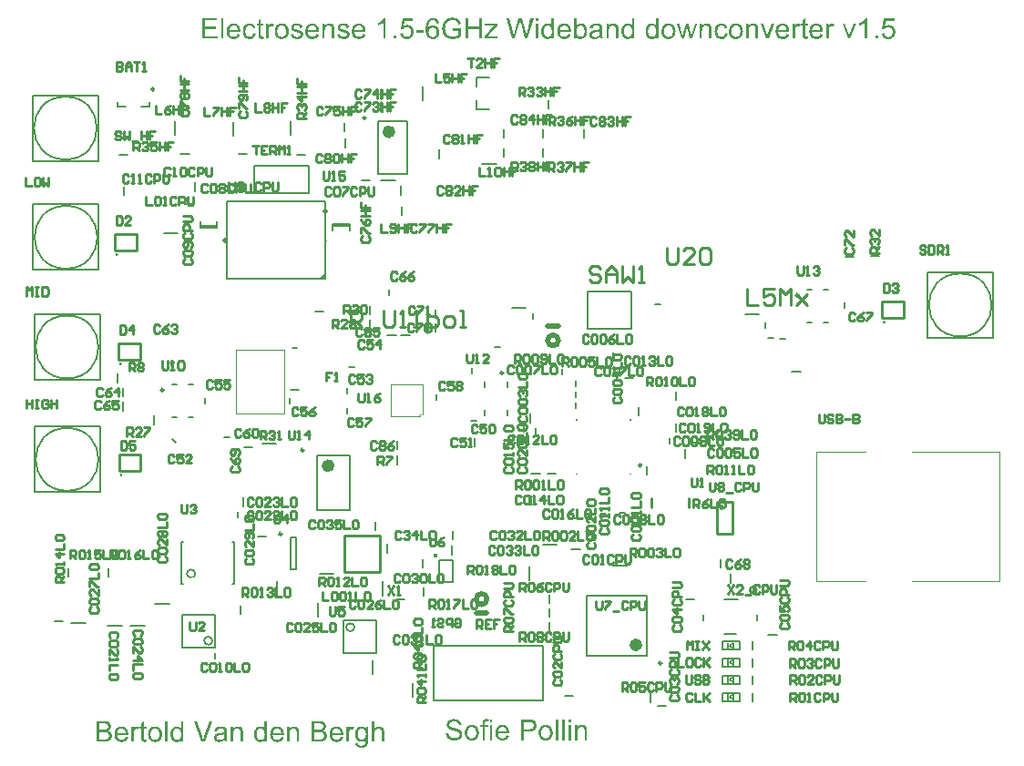
<source format=gbr>
G04 Layer_Color=65535*
%FSLAX45Y45*%
%MOMM*%
%TF.FileFunction,Legend,Top*%
%TF.Part,Single*%
G01*
G75*
%TA.AperFunction,NonConductor*%
%ADD105C,0.25000*%
%ADD106C,0.60000*%
%ADD107C,0.50800*%
%ADD108C,0.12700*%
%ADD109C,0.25400*%
%ADD110C,0.10000*%
%TA.AperFunction,OtherPad,Pad U8_CPU-7 (66.7mm,22.8mm)*%
%ADD111C,0.50000*%
%TA.AperFunction,OtherPad,Pad U6-0 (40.061mm,18.257mm)*%
%ADD112C,0.40000*%
%TA.AperFunction,OtherPad,Pad C08CPU-0 (20.5mm,47.6mm)*%
%ADD113C,0.50000*%
%TA.AperFunction,OtherPad,Pad C07CPU-0 (29.8mm,50.3mm)*%
%ADD114C,0.50000*%
%TA.AperFunction,NonConductor*%
%ADD115C,0.10160*%
%ADD116C,0.20000*%
%ADD117C,0.25450*%
%ADD118C,0.15000*%
G36*
X2441595Y100001D02*
X2419601D01*
Y117747D01*
X2419351Y117497D01*
X2419101Y116747D01*
X2418101Y115747D01*
X2417101Y114498D01*
X2415852Y112998D01*
X2414102Y111248D01*
X2412103Y109249D01*
X2409853Y107499D01*
X2407104Y105500D01*
X2404355Y103500D01*
X2401105Y101751D01*
X2397606Y100251D01*
X2393857Y99002D01*
X2389608Y98002D01*
X2385359Y97252D01*
X2380611Y97002D01*
X2378861D01*
X2377861Y97252D01*
X2376362D01*
X2374612Y97502D01*
X2370613Y98252D01*
X2365864Y99252D01*
X2360616Y100751D01*
X2355117Y103001D01*
X2349869Y106000D01*
X2349619D01*
X2349369Y106500D01*
X2348619Y107000D01*
X2347619Y107749D01*
X2345120Y109749D01*
X2342121Y112748D01*
X2338621Y116247D01*
X2335122Y120746D01*
X2331623Y125745D01*
X2328374Y131493D01*
Y131743D01*
X2328124Y132243D01*
X2327624Y133243D01*
X2327124Y134492D01*
X2326625Y135992D01*
X2326125Y137742D01*
X2325375Y139991D01*
X2324625Y142490D01*
X2323375Y147989D01*
X2322126Y154487D01*
X2321126Y161486D01*
X2320876Y169234D01*
Y169484D01*
Y170233D01*
Y171233D01*
Y172733D01*
X2321126Y174732D01*
Y176732D01*
X2321376Y179231D01*
X2321626Y181730D01*
X2322626Y187729D01*
X2323625Y193977D01*
X2325375Y200476D01*
X2327624Y206974D01*
Y207224D01*
X2327874Y207724D01*
X2328374Y208723D01*
X2328874Y209723D01*
X2329624Y211223D01*
X2330623Y212722D01*
X2332873Y216721D01*
X2335872Y220720D01*
X2339371Y225219D01*
X2343620Y229218D01*
X2348369Y232967D01*
X2348619D01*
X2349119Y233467D01*
X2349869Y233717D01*
X2350868Y234467D01*
X2352118Y235217D01*
X2353618Y235967D01*
X2357617Y237716D01*
X2362115Y239216D01*
X2367364Y240715D01*
X2373363Y241715D01*
X2379611Y242215D01*
X2381610D01*
X2384110Y241965D01*
X2387109Y241465D01*
X2390608Y240965D01*
X2394357Y239965D01*
X2398106Y238466D01*
X2401855Y236716D01*
X2402355Y236466D01*
X2403605Y235717D01*
X2405354Y234717D01*
X2407604Y232967D01*
X2410103Y230968D01*
X2412852Y228718D01*
X2415602Y225969D01*
X2418101Y222970D01*
Y292202D01*
X2441595D01*
Y100001D01*
D02*
G37*
G36*
X1666044D02*
X1644049D01*
Y117747D01*
X1643799Y117497D01*
X1643549Y116747D01*
X1642550Y115747D01*
X1641550Y114498D01*
X1640300Y112998D01*
X1638551Y111248D01*
X1636551Y109249D01*
X1634302Y107499D01*
X1631552Y105500D01*
X1628803Y103500D01*
X1625554Y101751D01*
X1622055Y100251D01*
X1618306Y99002D01*
X1614057Y98002D01*
X1609808Y97252D01*
X1605059Y97002D01*
X1603310D01*
X1602310Y97252D01*
X1600810D01*
X1599061Y97502D01*
X1595062Y98252D01*
X1590313Y99252D01*
X1585064Y100751D01*
X1579566Y103001D01*
X1574317Y106000D01*
X1574067D01*
X1573817Y106500D01*
X1573067Y107000D01*
X1572068Y107749D01*
X1569568Y109749D01*
X1566569Y112748D01*
X1563070Y116247D01*
X1559571Y120746D01*
X1556072Y125745D01*
X1552823Y131493D01*
Y131743D01*
X1552573Y132243D01*
X1552073Y133243D01*
X1551573Y134492D01*
X1551073Y135992D01*
X1550573Y137742D01*
X1549823Y139991D01*
X1549074Y142490D01*
X1547824Y147989D01*
X1546574Y154487D01*
X1545575Y161486D01*
X1545325Y169234D01*
Y169484D01*
Y170233D01*
Y171233D01*
Y172733D01*
X1545575Y174732D01*
Y176732D01*
X1545824Y179231D01*
X1546074Y181730D01*
X1547074Y187729D01*
X1548074Y193977D01*
X1549823Y200476D01*
X1552073Y206974D01*
Y207224D01*
X1552323Y207724D01*
X1552823Y208723D01*
X1553323Y209723D01*
X1554072Y211223D01*
X1555072Y212722D01*
X1557321Y216721D01*
X1560321Y220720D01*
X1563820Y225219D01*
X1568069Y229218D01*
X1572818Y232967D01*
X1573067D01*
X1573567Y233467D01*
X1574317Y233717D01*
X1575317Y234467D01*
X1576567Y235217D01*
X1578066Y235967D01*
X1582065Y237716D01*
X1586564Y239216D01*
X1591813Y240715D01*
X1597811Y241715D01*
X1604060Y242215D01*
X1606059D01*
X1608558Y241965D01*
X1611558Y241465D01*
X1615057Y240965D01*
X1618806Y239965D01*
X1622555Y238466D01*
X1626304Y236716D01*
X1626804Y236466D01*
X1628053Y235717D01*
X1629803Y234717D01*
X1632052Y232967D01*
X1634552Y230968D01*
X1637301Y228718D01*
X1640050Y225969D01*
X1642550Y222970D01*
Y292202D01*
X1666044D01*
Y100001D01*
D02*
G37*
G36*
X2136675Y6776965D02*
X2138925Y6776715D01*
X2141674Y6776215D01*
X2144923Y6775715D01*
X2148172Y6774965D01*
X2151672Y6773966D01*
X2155421Y6772466D01*
X2159170Y6770966D01*
X2162919Y6769217D01*
X2166918Y6766967D01*
X2170667Y6764468D01*
X2174166Y6761469D01*
X2177665Y6758220D01*
X2177915Y6757970D01*
X2178415Y6757220D01*
X2179414Y6756220D01*
X2180414Y6754721D01*
X2181664Y6752721D01*
X2183164Y6750472D01*
X2184913Y6747722D01*
X2186663Y6744473D01*
X2188162Y6740724D01*
X2189912Y6736725D01*
X2191411Y6732476D01*
X2192661Y6727727D01*
X2193661Y6722479D01*
X2194661Y6716980D01*
X2195160Y6710982D01*
X2195410Y6704733D01*
Y6704233D01*
Y6703234D01*
Y6701234D01*
X2195160Y6698485D01*
X2091437D01*
Y6698235D01*
Y6697485D01*
X2091687Y6696236D01*
X2091937Y6694736D01*
X2092187Y6692736D01*
X2092437Y6690487D01*
X2093437Y6685488D01*
X2095186Y6679740D01*
X2097435Y6673991D01*
X2100435Y6668493D01*
X2102184Y6665993D01*
X2104184Y6663494D01*
X2104434Y6663244D01*
X2104684Y6662994D01*
X2105433Y6662494D01*
X2106183Y6661744D01*
X2108933Y6659745D01*
X2112182Y6657495D01*
X2116431Y6655246D01*
X2121429Y6653496D01*
X2127178Y6651997D01*
X2130177Y6651747D01*
X2133426Y6651497D01*
X2135676D01*
X2137925Y6651747D01*
X2141174Y6652247D01*
X2144423Y6653247D01*
X2148172Y6654246D01*
X2151922Y6655996D01*
X2155421Y6658245D01*
X2155921Y6658495D01*
X2156920Y6659495D01*
X2158670Y6661244D01*
X2160669Y6663494D01*
X2162919Y6666493D01*
X2165418Y6670492D01*
X2167917Y6674991D01*
X2169917Y6680240D01*
X2194411Y6676990D01*
Y6676741D01*
X2194161Y6675991D01*
X2193911Y6674991D01*
X2193161Y6673491D01*
X2192661Y6671742D01*
X2191661Y6669492D01*
X2189662Y6664744D01*
X2186663Y6659495D01*
X2182914Y6653996D01*
X2178415Y6648498D01*
X2173166Y6643749D01*
X2172916D01*
X2172416Y6643249D01*
X2171666Y6642749D01*
X2170417Y6641999D01*
X2168917Y6641000D01*
X2166918Y6640000D01*
X2164918Y6639000D01*
X2162419Y6638000D01*
X2159670Y6636751D01*
X2156670Y6635751D01*
X2153421Y6634751D01*
X2149922Y6633752D01*
X2142174Y6632502D01*
X2137925Y6632252D01*
X2133426Y6632002D01*
X2132177D01*
X2130427Y6632252D01*
X2128428D01*
X2125928Y6632502D01*
X2122929Y6633002D01*
X2119430Y6633502D01*
X2115931Y6634251D01*
X2112182Y6635251D01*
X2108183Y6636501D01*
X2104184Y6638000D01*
X2100185Y6640000D01*
X2096186Y6641999D01*
X2092187Y6644499D01*
X2088438Y6647498D01*
X2084939Y6650747D01*
X2084689Y6650997D01*
X2084189Y6651747D01*
X2083189Y6652747D01*
X2082189Y6654246D01*
X2080940Y6656246D01*
X2079440Y6658495D01*
X2077691Y6661244D01*
X2076191Y6664244D01*
X2074441Y6667993D01*
X2072692Y6671742D01*
X2071192Y6676241D01*
X2069943Y6680739D01*
X2068943Y6685988D01*
X2067943Y6691237D01*
X2067443Y6696985D01*
X2067193Y6703234D01*
Y6703734D01*
Y6704733D01*
X2067443Y6706733D01*
Y6708982D01*
X2067693Y6711981D01*
X2068193Y6715481D01*
X2068693Y6719230D01*
X2069443Y6723229D01*
X2070442Y6727478D01*
X2071692Y6731976D01*
X2072942Y6736475D01*
X2074691Y6740974D01*
X2076941Y6745473D01*
X2079190Y6749972D01*
X2081939Y6753971D01*
X2085189Y6757720D01*
X2085439Y6757970D01*
X2085938Y6758470D01*
X2086938Y6759469D01*
X2088438Y6760719D01*
X2090187Y6762219D01*
X2092437Y6763968D01*
X2094936Y6765718D01*
X2097685Y6767467D01*
X2100935Y6769217D01*
X2104434Y6770966D01*
X2108433Y6772716D01*
X2112432Y6774216D01*
X2116930Y6775465D01*
X2121679Y6776465D01*
X2126678Y6776965D01*
X2131927Y6777215D01*
X2134676D01*
X2136675Y6776965D01*
D02*
G37*
G36*
X2867488D02*
X2869738Y6776715D01*
X2872487Y6776215D01*
X2875736Y6775715D01*
X2878985Y6774965D01*
X2882484Y6773966D01*
X2886233Y6772466D01*
X2889983Y6770966D01*
X2893732Y6769217D01*
X2897731Y6766967D01*
X2901480Y6764468D01*
X2904979Y6761469D01*
X2908478Y6758220D01*
X2908728Y6757970D01*
X2909228Y6757220D01*
X2910227Y6756220D01*
X2911227Y6754721D01*
X2912477Y6752721D01*
X2913976Y6750472D01*
X2915726Y6747722D01*
X2917475Y6744473D01*
X2918975Y6740724D01*
X2920725Y6736725D01*
X2922224Y6732476D01*
X2923474Y6727727D01*
X2924474Y6722479D01*
X2925473Y6716980D01*
X2925973Y6710982D01*
X2926223Y6704733D01*
Y6704233D01*
Y6703234D01*
Y6701234D01*
X2925973Y6698485D01*
X2822250D01*
Y6698235D01*
Y6697485D01*
X2822500Y6696236D01*
X2822750Y6694736D01*
X2823000Y6692736D01*
X2823250Y6690487D01*
X2824249Y6685488D01*
X2825999Y6679740D01*
X2828248Y6673991D01*
X2831248Y6668493D01*
X2832997Y6665993D01*
X2834997Y6663494D01*
X2835247Y6663244D01*
X2835496Y6662994D01*
X2836246Y6662494D01*
X2836996Y6661744D01*
X2839745Y6659745D01*
X2842995Y6657495D01*
X2847243Y6655246D01*
X2852242Y6653496D01*
X2857991Y6651997D01*
X2860990Y6651747D01*
X2864239Y6651497D01*
X2866489D01*
X2868738Y6651747D01*
X2871987Y6652247D01*
X2875236Y6653247D01*
X2878985Y6654246D01*
X2882734Y6655996D01*
X2886233Y6658245D01*
X2886733Y6658495D01*
X2887733Y6659495D01*
X2889483Y6661244D01*
X2891482Y6663494D01*
X2893732Y6666493D01*
X2896231Y6670492D01*
X2898730Y6674991D01*
X2900730Y6680240D01*
X2925224Y6676990D01*
Y6676741D01*
X2924974Y6675991D01*
X2924724Y6674991D01*
X2923974Y6673491D01*
X2923474Y6671742D01*
X2922474Y6669492D01*
X2920475Y6664744D01*
X2917475Y6659495D01*
X2913726Y6653996D01*
X2909228Y6648498D01*
X2903979Y6643749D01*
X2903729D01*
X2903229Y6643249D01*
X2902479Y6642749D01*
X2901230Y6641999D01*
X2899730Y6641000D01*
X2897731Y6640000D01*
X2895731Y6639000D01*
X2893232Y6638000D01*
X2890482Y6636751D01*
X2887483Y6635751D01*
X2884234Y6634751D01*
X2880735Y6633752D01*
X2872987Y6632502D01*
X2868738Y6632252D01*
X2864239Y6632002D01*
X2862989D01*
X2861240Y6632252D01*
X2859240D01*
X2856741Y6632502D01*
X2853742Y6633002D01*
X2850243Y6633502D01*
X2846744Y6634251D01*
X2842995Y6635251D01*
X2838996Y6636501D01*
X2834997Y6638000D01*
X2830998Y6640000D01*
X2826999Y6641999D01*
X2823000Y6644499D01*
X2819251Y6647498D01*
X2815752Y6650747D01*
X2815502Y6650997D01*
X2815002Y6651747D01*
X2814002Y6652747D01*
X2813002Y6654246D01*
X2811753Y6656246D01*
X2810253Y6658495D01*
X2808503Y6661244D01*
X2807004Y6664244D01*
X2805254Y6667993D01*
X2803505Y6671742D01*
X2802005Y6676241D01*
X2800755Y6680739D01*
X2799756Y6685988D01*
X2798756Y6691237D01*
X2798256Y6696985D01*
X2798006Y6703234D01*
Y6703734D01*
Y6704733D01*
X2798256Y6706733D01*
Y6708982D01*
X2798506Y6711981D01*
X2799006Y6715481D01*
X2799506Y6719230D01*
X2800256Y6723229D01*
X2801255Y6727478D01*
X2802505Y6731976D01*
X2803755Y6736475D01*
X2805504Y6740974D01*
X2807754Y6745473D01*
X2810003Y6749972D01*
X2812752Y6753971D01*
X2816001Y6757720D01*
X2816251Y6757970D01*
X2816751Y6758470D01*
X2817751Y6759469D01*
X2819251Y6760719D01*
X2821000Y6762219D01*
X2823250Y6763968D01*
X2825749Y6765718D01*
X2828498Y6767467D01*
X2831747Y6769217D01*
X2835247Y6770966D01*
X2839246Y6772716D01*
X2843245Y6774216D01*
X2847743Y6775465D01*
X2852492Y6776465D01*
X2857491Y6776965D01*
X2862740Y6777215D01*
X2865489D01*
X2867488Y6776965D01*
D02*
G37*
G36*
X2583561D02*
X2586060Y6776715D01*
X2588810Y6776215D01*
X2592059Y6775715D01*
X2595558Y6774965D01*
X2599057Y6773966D01*
X2602806Y6772466D01*
X2606805Y6770966D01*
X2610804Y6769217D01*
X2614803Y6766967D01*
X2618552Y6764468D01*
X2622301Y6761469D01*
X2625800Y6758220D01*
X2626050Y6757970D01*
X2626550Y6757470D01*
X2627550Y6756220D01*
X2628549Y6754721D01*
X2630049Y6752971D01*
X2631549Y6750472D01*
X2633298Y6747722D01*
X2635048Y6744723D01*
X2636547Y6741224D01*
X2638297Y6737475D01*
X2639797Y6733226D01*
X2641296Y6728477D01*
X2642296Y6723479D01*
X2643296Y6718230D01*
X2643796Y6712481D01*
X2644046Y6706483D01*
Y6706233D01*
Y6705233D01*
Y6703984D01*
Y6701984D01*
X2643796Y6699735D01*
X2643546Y6697235D01*
X2643296Y6694236D01*
X2643046Y6691237D01*
X2642046Y6684489D01*
X2640546Y6677490D01*
X2638547Y6670492D01*
X2637297Y6667243D01*
X2635798Y6664244D01*
Y6663994D01*
X2635548Y6663494D01*
X2635048Y6662744D01*
X2634298Y6661744D01*
X2632548Y6658995D01*
X2629799Y6655496D01*
X2626550Y6651747D01*
X2622551Y6647748D01*
X2617802Y6643999D01*
X2612304Y6640500D01*
X2612054D01*
X2611554Y6640250D01*
X2610804Y6639750D01*
X2609554Y6639250D01*
X2608305Y6638500D01*
X2606555Y6637751D01*
X2602306Y6636251D01*
X2597557Y6634751D01*
X2591809Y6633252D01*
X2585560Y6632252D01*
X2578812Y6632002D01*
X2577563D01*
X2576063Y6632252D01*
X2574063D01*
X2571564Y6632502D01*
X2568815Y6633002D01*
X2565566Y6633502D01*
X2562067Y6634251D01*
X2558317Y6635251D01*
X2554568Y6636501D01*
X2550819Y6638000D01*
X2546820Y6639750D01*
X2542821Y6641999D01*
X2539072Y6644499D01*
X2535323Y6647248D01*
X2531824Y6650497D01*
X2531574Y6650747D01*
X2531074Y6651497D01*
X2530075Y6652497D01*
X2529075Y6653996D01*
X2527575Y6655996D01*
X2526076Y6658245D01*
X2524576Y6660995D01*
X2522827Y6664244D01*
X2521077Y6667993D01*
X2519577Y6671992D01*
X2518078Y6676241D01*
X2516578Y6681239D01*
X2515578Y6686488D01*
X2514579Y6691987D01*
X2514079Y6697985D01*
X2513829Y6704483D01*
Y6704983D01*
Y6706233D01*
X2514079Y6708232D01*
Y6710732D01*
X2514579Y6713981D01*
X2515079Y6717730D01*
X2515578Y6721729D01*
X2516578Y6725978D01*
X2517578Y6730727D01*
X2519078Y6735475D01*
X2520827Y6740224D01*
X2522827Y6744973D01*
X2525326Y6749472D01*
X2528075Y6753971D01*
X2531324Y6757970D01*
X2535073Y6761719D01*
X2535323Y6761969D01*
X2535823Y6762469D01*
X2536823Y6763218D01*
X2538323Y6764218D01*
X2540072Y6765218D01*
X2542072Y6766717D01*
X2544571Y6767967D01*
X2547320Y6769467D01*
X2550320Y6770966D01*
X2553569Y6772216D01*
X2557318Y6773716D01*
X2561067Y6774715D01*
X2565316Y6775715D01*
X2569565Y6776465D01*
X2574063Y6776965D01*
X2578812Y6777215D01*
X2581562D01*
X2583561Y6776965D01*
D02*
G37*
G36*
X2697779Y241965D02*
X2701029Y241715D01*
X2704528Y240965D01*
X2708527Y240215D01*
X2712526Y238966D01*
X2716525Y237466D01*
X2717025Y237216D01*
X2718274Y236716D01*
X2720024Y235717D01*
X2722523Y234217D01*
X2725022Y232717D01*
X2727522Y230718D01*
X2730021Y228218D01*
X2732271Y225719D01*
X2732521Y225469D01*
X2733020Y224469D01*
X2734020Y222970D01*
X2735270Y220720D01*
X2736270Y218221D01*
X2737519Y215222D01*
X2738519Y211973D01*
X2739519Y208224D01*
Y207974D01*
X2739769Y206974D01*
X2740019Y205224D01*
X2740269Y202975D01*
X2740519Y199726D01*
X2740768Y195977D01*
X2741018Y191228D01*
Y185479D01*
Y100001D01*
X2717524D01*
Y184480D01*
Y184730D01*
Y185230D01*
Y185729D01*
Y186729D01*
X2717274Y189478D01*
Y192478D01*
X2716775Y195977D01*
X2716275Y199476D01*
X2715525Y202725D01*
X2714525Y205724D01*
Y205974D01*
X2714025Y206974D01*
X2713275Y208224D01*
X2712276Y209973D01*
X2711026Y211723D01*
X2709277Y213722D01*
X2707277Y215472D01*
X2704778Y217221D01*
X2704528Y217471D01*
X2703528Y217971D01*
X2702028Y218721D01*
X2700029Y219471D01*
X2697779Y220221D01*
X2695030Y220970D01*
X2691781Y221470D01*
X2688532Y221720D01*
X2687032D01*
X2686032Y221470D01*
X2683033Y221220D01*
X2679534Y220470D01*
X2675535Y219471D01*
X2671036Y217721D01*
X2666537Y215222D01*
X2662289Y211973D01*
X2661789Y211473D01*
X2661289Y210973D01*
X2660539Y209973D01*
X2659789Y208973D01*
X2658789Y207474D01*
X2658040Y205974D01*
X2657040Y203975D01*
X2656040Y201475D01*
X2655040Y198976D01*
X2654041Y195977D01*
X2653291Y192728D01*
X2652541Y188979D01*
X2652041Y184980D01*
X2651791Y180481D01*
X2651541Y175732D01*
Y100001D01*
X2628047D01*
Y239216D01*
X2649292D01*
Y219221D01*
X2649542Y219471D01*
X2650042Y220221D01*
X2650791Y221470D01*
X2652041Y222720D01*
X2653791Y224469D01*
X2655540Y226469D01*
X2657790Y228468D01*
X2660539Y230718D01*
X2663538Y232967D01*
X2666787Y234967D01*
X2670287Y236966D01*
X2674285Y238716D01*
X2678534Y240215D01*
X2683033Y241215D01*
X2688032Y241965D01*
X2693281Y242215D01*
X2695530D01*
X2697779Y241965D01*
D02*
G37*
G36*
X1861993Y100001D02*
X1835500D01*
X1761019Y292202D01*
X1788762D01*
X1838749Y152488D01*
Y152238D01*
X1838999Y151738D01*
X1839249Y150738D01*
X1839749Y149739D01*
X1840249Y148239D01*
X1840749Y146489D01*
X1842249Y142241D01*
X1843748Y137492D01*
X1845498Y132243D01*
X1847247Y126495D01*
X1848747Y120996D01*
Y121246D01*
X1848997Y121746D01*
X1849247Y122496D01*
X1849497Y123745D01*
X1849997Y125245D01*
X1850496Y126744D01*
X1851746Y130743D01*
X1853246Y135492D01*
X1854995Y140991D01*
X1856995Y146739D01*
X1859244Y152488D01*
X1911231Y292202D01*
X1936974D01*
X1861993Y100001D01*
D02*
G37*
G36*
X3442089Y222970D02*
X3442339Y223220D01*
X3442839Y223720D01*
X3443838Y224719D01*
X3445088Y225969D01*
X3446588Y227469D01*
X3448587Y228968D01*
X3450837Y230718D01*
X3453336Y232717D01*
X3456335Y234467D01*
X3459334Y236216D01*
X3462834Y237716D01*
X3466333Y239216D01*
X3470332Y240465D01*
X3474581Y241465D01*
X3479079Y241965D01*
X3483578Y242215D01*
X3486078D01*
X3489077Y241965D01*
X3492576Y241465D01*
X3496825Y240715D01*
X3501074Y239466D01*
X3505823Y237966D01*
X3510071Y235967D01*
X3510321D01*
X3510571Y235717D01*
X3512071Y234967D01*
X3514070Y233467D01*
X3516570Y231718D01*
X3519069Y229218D01*
X3521818Y226469D01*
X3524318Y222970D01*
X3526567Y219221D01*
X3526817Y218721D01*
X3527317Y217221D01*
X3528067Y214722D01*
X3529067Y211223D01*
X3530066Y206974D01*
X3530816Y201475D01*
X3531316Y195227D01*
X3531566Y187979D01*
Y100001D01*
X3508072D01*
Y187979D01*
Y188229D01*
Y188729D01*
Y189728D01*
Y190978D01*
X3507822Y192228D01*
X3507572Y193977D01*
X3507072Y197976D01*
X3506072Y201975D01*
X3504823Y206224D01*
X3502823Y210223D01*
X3500324Y213722D01*
X3500074Y213972D01*
X3498824Y214972D01*
X3497075Y216222D01*
X3494825Y217971D01*
X3491576Y219471D01*
X3487827Y220720D01*
X3483578Y221720D01*
X3478580Y221970D01*
X3476830D01*
X3474830Y221720D01*
X3472331Y221220D01*
X3469332Y220720D01*
X3466083Y219721D01*
X3462584Y218221D01*
X3459085Y216471D01*
X3458585Y216222D01*
X3457585Y215472D01*
X3455835Y214222D01*
X3454086Y212473D01*
X3451836Y210473D01*
X3449587Y207974D01*
X3447587Y204974D01*
X3445838Y201725D01*
X3445588Y201225D01*
X3445338Y199976D01*
X3444588Y197976D01*
X3444088Y194977D01*
X3443339Y191478D01*
X3442589Y186979D01*
X3442339Y181730D01*
X3442089Y175982D01*
Y100001D01*
X3418595D01*
Y292202D01*
X3442089D01*
Y222970D01*
D02*
G37*
G36*
X1236654Y241715D02*
X1239653Y241215D01*
X1243402Y240215D01*
X1247651Y238966D01*
X1251900Y236966D01*
X1256648Y234467D01*
X1248401Y212722D01*
X1247901Y212972D01*
X1246901Y213472D01*
X1245151Y214222D01*
X1242902Y215222D01*
X1240403Y216222D01*
X1237403Y216971D01*
X1234154Y217471D01*
X1230905Y217721D01*
X1229655D01*
X1228156Y217471D01*
X1226156Y217221D01*
X1224157Y216471D01*
X1221657Y215722D01*
X1219408Y214472D01*
X1216909Y212972D01*
X1216659Y212722D01*
X1215909Y212223D01*
X1214909Y210973D01*
X1213659Y209473D01*
X1212160Y207724D01*
X1210660Y205474D01*
X1209411Y202975D01*
X1208161Y199976D01*
Y199726D01*
X1207911Y199476D01*
Y198726D01*
X1207661Y197726D01*
X1206911Y195227D01*
X1206411Y191978D01*
X1205662Y187729D01*
X1204912Y183230D01*
X1204662Y177981D01*
X1204412Y172483D01*
Y100001D01*
X1180918D01*
Y239216D01*
X1202162D01*
Y217971D01*
X1202412Y218471D01*
X1202912Y219221D01*
X1203412Y220221D01*
X1205162Y222720D01*
X1206911Y225719D01*
X1209161Y229218D01*
X1211660Y232467D01*
X1214409Y235217D01*
X1216909Y237466D01*
X1217159Y237716D01*
X1218158Y238216D01*
X1219658Y238966D01*
X1221408Y239965D01*
X1223657Y240715D01*
X1226406Y241465D01*
X1229156Y241965D01*
X1232155Y242215D01*
X1234154D01*
X1236654Y241715D01*
D02*
G37*
G36*
X2175663Y241965D02*
X2178912Y241715D01*
X2182411Y240965D01*
X2186410Y240215D01*
X2190409Y238966D01*
X2194408Y237466D01*
X2194908Y237216D01*
X2196158Y236716D01*
X2197907Y235717D01*
X2200407Y234217D01*
X2202906Y232717D01*
X2205406Y230718D01*
X2207905Y228218D01*
X2210154Y225719D01*
X2210404Y225469D01*
X2210904Y224469D01*
X2211904Y222970D01*
X2213154Y220720D01*
X2214153Y218221D01*
X2215403Y215222D01*
X2216403Y211973D01*
X2217402Y208224D01*
Y207974D01*
X2217652Y206974D01*
X2217902Y205224D01*
X2218152Y202975D01*
X2218402Y199726D01*
X2218652Y195977D01*
X2218902Y191228D01*
Y185479D01*
Y100001D01*
X2195408D01*
Y184480D01*
Y184730D01*
Y185230D01*
Y185729D01*
Y186729D01*
X2195158Y189478D01*
Y192478D01*
X2194658Y195977D01*
X2194158Y199476D01*
X2193409Y202725D01*
X2192409Y205724D01*
Y205974D01*
X2191909Y206974D01*
X2191159Y208224D01*
X2190159Y209973D01*
X2188910Y211723D01*
X2187160Y213722D01*
X2185161Y215472D01*
X2182661Y217221D01*
X2182411Y217471D01*
X2181412Y217971D01*
X2179912Y218721D01*
X2177913Y219471D01*
X2175663Y220221D01*
X2172914Y220970D01*
X2169665Y221470D01*
X2166416Y221720D01*
X2164916D01*
X2163916Y221470D01*
X2160917Y221220D01*
X2157418Y220470D01*
X2153419Y219471D01*
X2148920Y217721D01*
X2144421Y215222D01*
X2140172Y211973D01*
X2139672Y211473D01*
X2139173Y210973D01*
X2138423Y209973D01*
X2137673Y208973D01*
X2136673Y207474D01*
X2135923Y205974D01*
X2134924Y203975D01*
X2133924Y201475D01*
X2132924Y198976D01*
X2131924Y195977D01*
X2131175Y192728D01*
X2130425Y188979D01*
X2129925Y184980D01*
X2129675Y180481D01*
X2129425Y175732D01*
Y100001D01*
X2105931D01*
Y239216D01*
X2127176D01*
Y219221D01*
X2127426Y219471D01*
X2127925Y220221D01*
X2128675Y221470D01*
X2129925Y222720D01*
X2131674Y224469D01*
X2133424Y226469D01*
X2135673Y228468D01*
X2138423Y230718D01*
X2141422Y232967D01*
X2144671Y234967D01*
X2148170Y236966D01*
X2152169Y238716D01*
X2156418Y240215D01*
X2160917Y241215D01*
X2165916Y241965D01*
X2171164Y242215D01*
X2173414D01*
X2175663Y241965D01*
D02*
G37*
G36*
X3235392Y241715D02*
X3238391Y241215D01*
X3242140Y240215D01*
X3246389Y238966D01*
X3250638Y236966D01*
X3255387Y234467D01*
X3247139Y212722D01*
X3246639Y212972D01*
X3245639Y213472D01*
X3243890Y214222D01*
X3241640Y215222D01*
X3239141Y216222D01*
X3236142Y216971D01*
X3232892Y217471D01*
X3229643Y217721D01*
X3228394D01*
X3226894Y217471D01*
X3224894Y217221D01*
X3222895Y216471D01*
X3220396Y215722D01*
X3218146Y214472D01*
X3215647Y212972D01*
X3215397Y212722D01*
X3214647Y212223D01*
X3213647Y210973D01*
X3212398Y209473D01*
X3210898Y207724D01*
X3209398Y205474D01*
X3208149Y202975D01*
X3206899Y199976D01*
Y199726D01*
X3206649Y199476D01*
Y198726D01*
X3206399Y197726D01*
X3205649Y195227D01*
X3205150Y191978D01*
X3204400Y187729D01*
X3203650Y183230D01*
X3203400Y177981D01*
X3203150Y172483D01*
Y100001D01*
X3179656D01*
Y239216D01*
X3200901D01*
Y217971D01*
X3201151Y218471D01*
X3201650Y219221D01*
X3202150Y220221D01*
X3203900Y222720D01*
X3205649Y225719D01*
X3207899Y229218D01*
X3210398Y232467D01*
X3213147Y235217D01*
X3215647Y237466D01*
X3215897Y237716D01*
X3216897Y238216D01*
X3218396Y238966D01*
X3220146Y239965D01*
X3222395Y240715D01*
X3225144Y241465D01*
X3227894Y241965D01*
X3230893Y242215D01*
X3232892D01*
X3235392Y241715D01*
D02*
G37*
G36*
X3300128Y6776965D02*
X3302377Y6776715D01*
X3305126Y6776215D01*
X3308375Y6775715D01*
X3311625Y6774965D01*
X3315124Y6773966D01*
X3318873Y6772466D01*
X3322622Y6770966D01*
X3326371Y6769217D01*
X3330370Y6766967D01*
X3334119Y6764468D01*
X3337618Y6761469D01*
X3341117Y6758220D01*
X3341367Y6757970D01*
X3341867Y6757220D01*
X3342867Y6756220D01*
X3343866Y6754721D01*
X3345116Y6752721D01*
X3346616Y6750472D01*
X3348365Y6747722D01*
X3350115Y6744473D01*
X3351614Y6740724D01*
X3353364Y6736725D01*
X3354863Y6732476D01*
X3356113Y6727727D01*
X3357113Y6722479D01*
X3358113Y6716980D01*
X3358613Y6710982D01*
X3358862Y6704733D01*
Y6704233D01*
Y6703234D01*
Y6701234D01*
X3358613Y6698485D01*
X3254889D01*
Y6698235D01*
Y6697485D01*
X3255139Y6696236D01*
X3255389Y6694736D01*
X3255639Y6692736D01*
X3255889Y6690487D01*
X3256889Y6685488D01*
X3258638Y6679740D01*
X3260888Y6673991D01*
X3263887Y6668493D01*
X3265636Y6665993D01*
X3267636Y6663494D01*
X3267886Y6663244D01*
X3268136Y6662994D01*
X3268886Y6662494D01*
X3269635Y6661744D01*
X3272385Y6659745D01*
X3275634Y6657495D01*
X3279883Y6655246D01*
X3284881Y6653496D01*
X3290630Y6651997D01*
X3293629Y6651747D01*
X3296878Y6651497D01*
X3299128D01*
X3301377Y6651747D01*
X3304626Y6652247D01*
X3307876Y6653247D01*
X3311625Y6654246D01*
X3315374Y6655996D01*
X3318873Y6658245D01*
X3319373Y6658495D01*
X3320372Y6659495D01*
X3322122Y6661244D01*
X3324121Y6663494D01*
X3326371Y6666493D01*
X3328870Y6670492D01*
X3331370Y6674991D01*
X3333369Y6680240D01*
X3357863Y6676990D01*
Y6676741D01*
X3357613Y6675991D01*
X3357363Y6674991D01*
X3356613Y6673491D01*
X3356113Y6671742D01*
X3355113Y6669492D01*
X3353114Y6664744D01*
X3350115Y6659495D01*
X3346366Y6653996D01*
X3341867Y6648498D01*
X3336618Y6643749D01*
X3336368D01*
X3335868Y6643249D01*
X3335119Y6642749D01*
X3333869Y6641999D01*
X3332369Y6641000D01*
X3330370Y6640000D01*
X3328370Y6639000D01*
X3325871Y6638000D01*
X3323122Y6636751D01*
X3320122Y6635751D01*
X3316873Y6634751D01*
X3313374Y6633752D01*
X3305626Y6632502D01*
X3301377Y6632252D01*
X3296878Y6632002D01*
X3295629D01*
X3293879Y6632252D01*
X3291880D01*
X3289380Y6632502D01*
X3286381Y6633002D01*
X3282882Y6633502D01*
X3279383Y6634251D01*
X3275634Y6635251D01*
X3271635Y6636501D01*
X3267636Y6638000D01*
X3263637Y6640000D01*
X3259638Y6641999D01*
X3255639Y6644499D01*
X3251890Y6647498D01*
X3248391Y6650747D01*
X3248141Y6650997D01*
X3247641Y6651747D01*
X3246641Y6652747D01*
X3245641Y6654246D01*
X3244392Y6656246D01*
X3242892Y6658495D01*
X3241143Y6661244D01*
X3239643Y6664244D01*
X3237893Y6667993D01*
X3236144Y6671742D01*
X3234644Y6676241D01*
X3233395Y6680739D01*
X3232395Y6685988D01*
X3231395Y6691237D01*
X3230895Y6696985D01*
X3230645Y6703234D01*
Y6703734D01*
Y6704733D01*
X3230895Y6706733D01*
Y6708982D01*
X3231145Y6711981D01*
X3231645Y6715481D01*
X3232145Y6719230D01*
X3232895Y6723229D01*
X3233894Y6727478D01*
X3235144Y6731976D01*
X3236394Y6736475D01*
X3238143Y6740974D01*
X3240393Y6745473D01*
X3242642Y6749972D01*
X3245392Y6753971D01*
X3248641Y6757720D01*
X3248891Y6757970D01*
X3249391Y6758470D01*
X3250390Y6759469D01*
X3251890Y6760719D01*
X3253639Y6762219D01*
X3255889Y6763968D01*
X3258388Y6765718D01*
X3261137Y6767467D01*
X3264387Y6769217D01*
X3267886Y6770966D01*
X3271885Y6772716D01*
X3275884Y6774216D01*
X3280383Y6775465D01*
X3285131Y6776465D01*
X3290130Y6776965D01*
X3295379Y6777215D01*
X3298128D01*
X3300128Y6776965D01*
D02*
G37*
G36*
X7442817Y6774216D02*
X7466561D01*
Y6755970D01*
X7442817D01*
Y6674491D01*
Y6673991D01*
Y6672742D01*
Y6670992D01*
X7443067Y6668993D01*
Y6666743D01*
X7443317Y6664494D01*
X7443567Y6662744D01*
X7443816Y6661244D01*
X7444066Y6660745D01*
X7444816Y6659745D01*
X7446066Y6658245D01*
X7447815Y6656746D01*
X7448065D01*
X7448315Y6656496D01*
X7449065Y6656246D01*
X7450065Y6655996D01*
X7452564Y6655496D01*
X7456063Y6655246D01*
X7458813D01*
X7460312Y6655496D01*
X7462312D01*
X7464311Y6655746D01*
X7466561Y6655996D01*
X7469810Y6635251D01*
X7469310D01*
X7468060Y6635001D01*
X7466311Y6634751D01*
X7463811Y6634251D01*
X7461062Y6634001D01*
X7458063Y6633502D01*
X7451814Y6633252D01*
X7449815D01*
X7447316Y6633502D01*
X7444566Y6633752D01*
X7441317Y6634251D01*
X7438068Y6635001D01*
X7434819Y6636001D01*
X7432069Y6637251D01*
X7431820Y6637501D01*
X7430820Y6638000D01*
X7429820Y6638750D01*
X7428320Y6640000D01*
X7426571Y6641500D01*
X7424821Y6643499D01*
X7423322Y6645499D01*
X7422072Y6647748D01*
Y6647998D01*
X7421572Y6649248D01*
X7421322Y6650997D01*
X7420822Y6653746D01*
X7420572Y6655496D01*
X7420322Y6657495D01*
X7420073Y6659745D01*
X7419823Y6662494D01*
X7419573Y6665243D01*
Y6668493D01*
X7419323Y6671992D01*
Y6675741D01*
Y6755970D01*
X7401827D01*
Y6774216D01*
X7419323D01*
Y6808457D01*
X7442817Y6822703D01*
Y6774216D01*
D02*
G37*
G36*
X2386112D02*
X2409855D01*
Y6755970D01*
X2386112D01*
Y6674491D01*
Y6673991D01*
Y6672742D01*
Y6670992D01*
X2386361Y6668993D01*
Y6666743D01*
X2386611Y6664494D01*
X2386861Y6662744D01*
X2387111Y6661244D01*
X2387361Y6660745D01*
X2388111Y6659745D01*
X2389361Y6658245D01*
X2391110Y6656746D01*
X2391360D01*
X2391610Y6656496D01*
X2392360Y6656246D01*
X2393360Y6655996D01*
X2395859Y6655496D01*
X2399358Y6655246D01*
X2402107D01*
X2403607Y6655496D01*
X2405607D01*
X2407606Y6655746D01*
X2409855Y6655996D01*
X2413105Y6635251D01*
X2412605D01*
X2411355Y6635001D01*
X2409606Y6634751D01*
X2407106Y6634251D01*
X2404357Y6634001D01*
X2401358Y6633502D01*
X2395109Y6633252D01*
X2393110D01*
X2390610Y6633502D01*
X2387861Y6633752D01*
X2384612Y6634251D01*
X2381363Y6635001D01*
X2378114Y6636001D01*
X2375364Y6637251D01*
X2375114Y6637501D01*
X2374115Y6638000D01*
X2373115Y6638750D01*
X2371615Y6640000D01*
X2369866Y6641500D01*
X2368116Y6643499D01*
X2366617Y6645499D01*
X2365367Y6647748D01*
Y6647998D01*
X2364867Y6649248D01*
X2364617Y6650997D01*
X2364117Y6653746D01*
X2363867Y6655496D01*
X2363617Y6657495D01*
X2363367Y6659745D01*
X2363117Y6662494D01*
X2362868Y6665243D01*
Y6668493D01*
X2362618Y6671992D01*
Y6675741D01*
Y6755970D01*
X2345122D01*
Y6774216D01*
X2362618D01*
Y6808457D01*
X2386112Y6822703D01*
Y6774216D01*
D02*
G37*
G36*
X1978716Y6804458D02*
X1865495D01*
Y6745973D01*
X1971468D01*
Y6723229D01*
X1865495D01*
Y6657745D01*
X1983215D01*
Y6635001D01*
X1840001D01*
Y6827202D01*
X1978716D01*
Y6804458D01*
D02*
G37*
G36*
X3544565Y6635001D02*
X3521071D01*
Y6785213D01*
X3520571Y6784963D01*
X3519571Y6783963D01*
X3517572Y6782214D01*
X3515072Y6780214D01*
X3511823Y6777715D01*
X3507824Y6774965D01*
X3503575Y6771966D01*
X3498577Y6768967D01*
X3498327D01*
X3498077Y6768717D01*
X3497327Y6768217D01*
X3496327Y6767717D01*
X3493578Y6766218D01*
X3490329Y6764468D01*
X3486580Y6762469D01*
X3482331Y6760469D01*
X3478082Y6758470D01*
X3473833Y6756720D01*
Y6779714D01*
X3474083D01*
X3474833Y6780214D01*
X3475833Y6780714D01*
X3477082Y6781464D01*
X3478832Y6782214D01*
X3480831Y6783463D01*
X3485580Y6785963D01*
X3490829Y6789212D01*
X3496827Y6793211D01*
X3502576Y6797460D01*
X3508324Y6802208D01*
X3508574Y6802458D01*
X3509074Y6802708D01*
X3509824Y6803458D01*
X3510824Y6804458D01*
X3513323Y6806957D01*
X3516572Y6810456D01*
X3519821Y6814205D01*
X3523320Y6818704D01*
X3526570Y6823203D01*
X3529319Y6827952D01*
X3544565D01*
Y6635001D01*
D02*
G37*
G36*
X2038451D02*
X2014957D01*
Y6827202D01*
X2038451D01*
Y6635001D01*
D02*
G37*
G36*
X7551289Y6776965D02*
X7553538Y6776715D01*
X7556288Y6776215D01*
X7559537Y6775715D01*
X7562786Y6774965D01*
X7566285Y6773966D01*
X7570034Y6772466D01*
X7573783Y6770966D01*
X7577532Y6769217D01*
X7581531Y6766967D01*
X7585280Y6764468D01*
X7588779Y6761469D01*
X7592278Y6758220D01*
X7592528Y6757970D01*
X7593028Y6757220D01*
X7594028Y6756220D01*
X7595028Y6754721D01*
X7596277Y6752721D01*
X7597777Y6750472D01*
X7599527Y6747722D01*
X7601276Y6744473D01*
X7602776Y6740724D01*
X7604525Y6736725D01*
X7606025Y6732476D01*
X7607275Y6727727D01*
X7608274Y6722479D01*
X7609274Y6716980D01*
X7609774Y6710982D01*
X7610024Y6704733D01*
Y6704233D01*
Y6703234D01*
Y6701234D01*
X7609774Y6698485D01*
X7506051D01*
Y6698235D01*
Y6697485D01*
X7506300Y6696236D01*
X7506550Y6694736D01*
X7506800Y6692736D01*
X7507050Y6690487D01*
X7508050Y6685488D01*
X7509800Y6679740D01*
X7512049Y6673991D01*
X7515048Y6668493D01*
X7516798Y6665993D01*
X7518797Y6663494D01*
X7519047Y6663244D01*
X7519297Y6662994D01*
X7520047Y6662494D01*
X7520797Y6661744D01*
X7523546Y6659745D01*
X7526795Y6657495D01*
X7531044Y6655246D01*
X7536043Y6653496D01*
X7541791Y6651997D01*
X7544791Y6651747D01*
X7548040Y6651497D01*
X7550289D01*
X7552539Y6651747D01*
X7555788Y6652247D01*
X7559037Y6653247D01*
X7562786Y6654246D01*
X7566535Y6655996D01*
X7570034Y6658245D01*
X7570534Y6658495D01*
X7571534Y6659495D01*
X7573283Y6661244D01*
X7575283Y6663494D01*
X7577532Y6666493D01*
X7580032Y6670492D01*
X7582531Y6674991D01*
X7584530Y6680240D01*
X7609024Y6676990D01*
Y6676741D01*
X7608774Y6675991D01*
X7608524Y6674991D01*
X7607774Y6673491D01*
X7607275Y6671742D01*
X7606275Y6669492D01*
X7604275Y6664744D01*
X7601276Y6659495D01*
X7597527Y6653996D01*
X7593028Y6648498D01*
X7587780Y6643749D01*
X7587530D01*
X7587030Y6643249D01*
X7586280Y6642749D01*
X7585030Y6641999D01*
X7583531Y6641000D01*
X7581531Y6640000D01*
X7579532Y6639000D01*
X7577032Y6638000D01*
X7574283Y6636751D01*
X7571284Y6635751D01*
X7568035Y6634751D01*
X7564536Y6633752D01*
X7556788Y6632502D01*
X7552539Y6632252D01*
X7548040Y6632002D01*
X7546790D01*
X7545041Y6632252D01*
X7543041D01*
X7540542Y6632502D01*
X7537542Y6633002D01*
X7534043Y6633502D01*
X7530544Y6634251D01*
X7526795Y6635251D01*
X7522796Y6636501D01*
X7518797Y6638000D01*
X7514798Y6640000D01*
X7510799Y6641999D01*
X7506800Y6644499D01*
X7503051Y6647498D01*
X7499552Y6650747D01*
X7499302Y6650997D01*
X7498802Y6651747D01*
X7497803Y6652747D01*
X7496803Y6654246D01*
X7495553Y6656246D01*
X7494054Y6658495D01*
X7492304Y6661244D01*
X7490804Y6664244D01*
X7489055Y6667993D01*
X7487305Y6671742D01*
X7485806Y6676241D01*
X7484556Y6680739D01*
X7483556Y6685988D01*
X7482557Y6691237D01*
X7482057Y6696985D01*
X7481807Y6703234D01*
Y6703734D01*
Y6704733D01*
X7482057Y6706733D01*
Y6708982D01*
X7482307Y6711981D01*
X7482806Y6715481D01*
X7483306Y6719230D01*
X7484056Y6723229D01*
X7485056Y6727478D01*
X7486306Y6731976D01*
X7487555Y6736475D01*
X7489305Y6740974D01*
X7491554Y6745473D01*
X7493804Y6749972D01*
X7496553Y6753971D01*
X7499802Y6757720D01*
X7500052Y6757970D01*
X7500552Y6758470D01*
X7501552Y6759469D01*
X7503051Y6760719D01*
X7504801Y6762219D01*
X7507050Y6763968D01*
X7509550Y6765718D01*
X7512299Y6767467D01*
X7515548Y6769217D01*
X7519047Y6770966D01*
X7523046Y6772716D01*
X7527045Y6774216D01*
X7531544Y6775465D01*
X7536293Y6776465D01*
X7541291Y6776965D01*
X7546540Y6777215D01*
X7549289D01*
X7551289Y6776965D01*
D02*
G37*
G36*
X5319860Y6758220D02*
X5320110Y6758470D01*
X5320610Y6758969D01*
X5321360Y6759969D01*
X5322610Y6761219D01*
X5324109Y6762719D01*
X5325859Y6764218D01*
X5327858Y6765968D01*
X5330108Y6767717D01*
X5332857Y6769467D01*
X5335606Y6771216D01*
X5338855Y6772716D01*
X5342105Y6774216D01*
X5345604Y6775465D01*
X5349603Y6776465D01*
X5353602Y6776965D01*
X5357851Y6777215D01*
X5360100D01*
X5362599Y6776965D01*
X5365849Y6776465D01*
X5369598Y6775965D01*
X5373597Y6774965D01*
X5378095Y6773716D01*
X5382344Y6771966D01*
X5382594D01*
X5382844Y6771716D01*
X5384344Y6770966D01*
X5386343Y6769717D01*
X5389093Y6768217D01*
X5392092Y6765968D01*
X5395091Y6763468D01*
X5398090Y6760469D01*
X5401090Y6757220D01*
X5401339Y6756720D01*
X5402339Y6755470D01*
X5403589Y6753721D01*
X5405338Y6750972D01*
X5407338Y6747722D01*
X5409337Y6743723D01*
X5411087Y6739474D01*
X5412837Y6734726D01*
Y6734476D01*
X5413086Y6734226D01*
X5413336Y6733476D01*
X5413586Y6732476D01*
X5414086Y6729727D01*
X5415086Y6726228D01*
X5415836Y6722229D01*
X5416336Y6717230D01*
X5416835Y6711981D01*
X5417085Y6706483D01*
Y6705983D01*
Y6704983D01*
Y6702984D01*
X5416835Y6700484D01*
X5416586Y6697485D01*
X5416086Y6694236D01*
X5415586Y6690237D01*
X5414836Y6686238D01*
X5413836Y6681739D01*
X5412837Y6677240D01*
X5411337Y6672742D01*
X5409587Y6667993D01*
X5407588Y6663494D01*
X5405089Y6659245D01*
X5402589Y6654996D01*
X5399340Y6651247D01*
X5399090Y6650997D01*
X5398590Y6650497D01*
X5397590Y6649497D01*
X5396091Y6648248D01*
X5394591Y6646748D01*
X5392342Y6645249D01*
X5390092Y6643499D01*
X5387343Y6641749D01*
X5384344Y6639750D01*
X5381095Y6638000D01*
X5377596Y6636501D01*
X5373847Y6635001D01*
X5369848Y6633752D01*
X5365599Y6632752D01*
X5361100Y6632252D01*
X5356601Y6632002D01*
X5355601D01*
X5354351Y6632252D01*
X5352602D01*
X5350602Y6632752D01*
X5348103Y6633002D01*
X5345354Y6633752D01*
X5342605Y6634501D01*
X5339605Y6635751D01*
X5336356Y6637001D01*
X5333357Y6638750D01*
X5330108Y6640750D01*
X5326859Y6642999D01*
X5323859Y6645748D01*
X5320860Y6648998D01*
X5318111Y6652497D01*
Y6635001D01*
X5296366D01*
Y6827202D01*
X5319860D01*
Y6758220D01*
D02*
G37*
G36*
X5209139Y6776965D02*
X5211388Y6776715D01*
X5214137Y6776215D01*
X5217387Y6775715D01*
X5220636Y6774965D01*
X5224135Y6773966D01*
X5227884Y6772466D01*
X5231633Y6770966D01*
X5235382Y6769217D01*
X5239381Y6766967D01*
X5243130Y6764468D01*
X5246629Y6761469D01*
X5250128Y6758220D01*
X5250378Y6757970D01*
X5250878Y6757220D01*
X5251878Y6756220D01*
X5252877Y6754721D01*
X5254127Y6752721D01*
X5255627Y6750472D01*
X5257376Y6747722D01*
X5259126Y6744473D01*
X5260625Y6740724D01*
X5262375Y6736725D01*
X5263875Y6732476D01*
X5265124Y6727727D01*
X5266124Y6722479D01*
X5267124Y6716980D01*
X5267624Y6710982D01*
X5267874Y6704733D01*
Y6704233D01*
Y6703234D01*
Y6701234D01*
X5267624Y6698485D01*
X5163900D01*
Y6698235D01*
Y6697485D01*
X5164150Y6696236D01*
X5164400Y6694736D01*
X5164650Y6692736D01*
X5164900Y6690487D01*
X5165900Y6685488D01*
X5167649Y6679740D01*
X5169899Y6673991D01*
X5172898Y6668493D01*
X5174648Y6665993D01*
X5176647Y6663494D01*
X5176897Y6663244D01*
X5177147Y6662994D01*
X5177897Y6662494D01*
X5178646Y6661744D01*
X5181396Y6659745D01*
X5184645Y6657495D01*
X5188894Y6655246D01*
X5193893Y6653496D01*
X5199641Y6651997D01*
X5202640Y6651747D01*
X5205890Y6651497D01*
X5208139D01*
X5210388Y6651747D01*
X5213638Y6652247D01*
X5216887Y6653247D01*
X5220636Y6654246D01*
X5224385Y6655996D01*
X5227884Y6658245D01*
X5228384Y6658495D01*
X5229383Y6659495D01*
X5231133Y6661244D01*
X5233133Y6663494D01*
X5235382Y6666493D01*
X5237881Y6670492D01*
X5240381Y6674991D01*
X5242380Y6680240D01*
X5266874Y6676990D01*
Y6676741D01*
X5266624Y6675991D01*
X5266374Y6674991D01*
X5265624Y6673491D01*
X5265124Y6671742D01*
X5264125Y6669492D01*
X5262125Y6664744D01*
X5259126Y6659495D01*
X5255377Y6653996D01*
X5250878Y6648498D01*
X5245629Y6643749D01*
X5245379D01*
X5244880Y6643249D01*
X5244130Y6642749D01*
X5242880Y6641999D01*
X5241380Y6641000D01*
X5239381Y6640000D01*
X5237381Y6639000D01*
X5234882Y6638000D01*
X5232133Y6636751D01*
X5229134Y6635751D01*
X5225884Y6634751D01*
X5222385Y6633752D01*
X5214637Y6632502D01*
X5210388Y6632252D01*
X5205890Y6632002D01*
X5204640D01*
X5202890Y6632252D01*
X5200891D01*
X5198391Y6632502D01*
X5195392Y6633002D01*
X5191893Y6633502D01*
X5188394Y6634251D01*
X5184645Y6635251D01*
X5180646Y6636501D01*
X5176647Y6638000D01*
X5172648Y6640000D01*
X5168649Y6641999D01*
X5164650Y6644499D01*
X5160901Y6647498D01*
X5157402Y6650747D01*
X5157152Y6650997D01*
X5156652Y6651747D01*
X5155652Y6652747D01*
X5154653Y6654246D01*
X5153403Y6656246D01*
X5151903Y6658495D01*
X5150154Y6661244D01*
X5148654Y6664244D01*
X5146905Y6667993D01*
X5145155Y6671742D01*
X5143655Y6676241D01*
X5142406Y6680739D01*
X5141406Y6685988D01*
X5140406Y6691237D01*
X5139906Y6696985D01*
X5139656Y6703234D01*
Y6703734D01*
Y6704733D01*
X5139906Y6706733D01*
Y6708982D01*
X5140156Y6711981D01*
X5140656Y6715481D01*
X5141156Y6719230D01*
X5141906Y6723229D01*
X5142906Y6727478D01*
X5144155Y6731976D01*
X5145405Y6736475D01*
X5147155Y6740974D01*
X5149404Y6745473D01*
X5151653Y6749972D01*
X5154403Y6753971D01*
X5157652Y6757720D01*
X5157902Y6757970D01*
X5158402Y6758470D01*
X5159401Y6759469D01*
X5160901Y6760719D01*
X5162651Y6762219D01*
X5164900Y6763968D01*
X5167399Y6765718D01*
X5170149Y6767467D01*
X5173398Y6769217D01*
X5176897Y6770966D01*
X5180896Y6772716D01*
X5184895Y6774216D01*
X5189394Y6775465D01*
X5194143Y6776465D01*
X5199141Y6776965D01*
X5204390Y6777215D01*
X5207139D01*
X5209139Y6776965D01*
D02*
G37*
G36*
X6178390D02*
X6180890Y6776715D01*
X6183639Y6776215D01*
X6186888Y6775715D01*
X6190387Y6774965D01*
X6193887Y6773966D01*
X6197636Y6772466D01*
X6201635Y6770966D01*
X6205634Y6769217D01*
X6209632Y6766967D01*
X6213382Y6764468D01*
X6217131Y6761469D01*
X6220630Y6758220D01*
X6220880Y6757970D01*
X6221379Y6757470D01*
X6222379Y6756220D01*
X6223379Y6754721D01*
X6224879Y6752971D01*
X6226378Y6750472D01*
X6228128Y6747722D01*
X6229877Y6744723D01*
X6231377Y6741224D01*
X6233126Y6737475D01*
X6234626Y6733226D01*
X6236126Y6728477D01*
X6237125Y6723479D01*
X6238125Y6718230D01*
X6238625Y6712481D01*
X6238875Y6706483D01*
Y6706233D01*
Y6705233D01*
Y6703984D01*
Y6701984D01*
X6238625Y6699735D01*
X6238375Y6697235D01*
X6238125Y6694236D01*
X6237875Y6691237D01*
X6236876Y6684489D01*
X6235376Y6677490D01*
X6233376Y6670492D01*
X6232127Y6667243D01*
X6230627Y6664244D01*
Y6663994D01*
X6230377Y6663494D01*
X6229877Y6662744D01*
X6229127Y6661744D01*
X6227378Y6658995D01*
X6224629Y6655496D01*
X6221379Y6651747D01*
X6217381Y6647748D01*
X6212632Y6643999D01*
X6207133Y6640500D01*
X6206883D01*
X6206383Y6640250D01*
X6205634Y6639750D01*
X6204384Y6639250D01*
X6203134Y6638500D01*
X6201385Y6637751D01*
X6197136Y6636251D01*
X6192387Y6634751D01*
X6186638Y6633252D01*
X6180390Y6632252D01*
X6173642Y6632002D01*
X6172392D01*
X6170892Y6632252D01*
X6168893D01*
X6166394Y6632502D01*
X6163644Y6633002D01*
X6160395Y6633502D01*
X6156896Y6634251D01*
X6153147Y6635251D01*
X6149398Y6636501D01*
X6145649Y6638000D01*
X6141650Y6639750D01*
X6137651Y6641999D01*
X6133902Y6644499D01*
X6130153Y6647248D01*
X6126654Y6650497D01*
X6126404Y6650747D01*
X6125904Y6651497D01*
X6124904Y6652497D01*
X6123904Y6653996D01*
X6122405Y6655996D01*
X6120905Y6658245D01*
X6119406Y6660995D01*
X6117656Y6664244D01*
X6115906Y6667993D01*
X6114407Y6671992D01*
X6112907Y6676241D01*
X6111408Y6681239D01*
X6110408Y6686488D01*
X6109408Y6691987D01*
X6108908Y6697985D01*
X6108658Y6704483D01*
Y6704983D01*
Y6706233D01*
X6108908Y6708232D01*
Y6710732D01*
X6109408Y6713981D01*
X6109908Y6717730D01*
X6110408Y6721729D01*
X6111408Y6725978D01*
X6112407Y6730727D01*
X6113907Y6735475D01*
X6115657Y6740224D01*
X6117656Y6744973D01*
X6120155Y6749472D01*
X6122905Y6753971D01*
X6126154Y6757970D01*
X6129903Y6761719D01*
X6130153Y6761969D01*
X6130653Y6762469D01*
X6131652Y6763218D01*
X6133152Y6764218D01*
X6134902Y6765218D01*
X6136901Y6766717D01*
X6139400Y6767967D01*
X6142150Y6769467D01*
X6145149Y6770966D01*
X6148398Y6772216D01*
X6152147Y6773716D01*
X6155896Y6774715D01*
X6160145Y6775715D01*
X6164394Y6776465D01*
X6168893Y6776965D01*
X6173642Y6777215D01*
X6176391D01*
X6178390Y6776965D01*
D02*
G37*
G36*
X7238119D02*
X7240369Y6776715D01*
X7243118Y6776215D01*
X7246367Y6775715D01*
X7249616Y6774965D01*
X7253115Y6773966D01*
X7256864Y6772466D01*
X7260613Y6770966D01*
X7264362Y6769217D01*
X7268361Y6766967D01*
X7272110Y6764468D01*
X7275610Y6761469D01*
X7279109Y6758220D01*
X7279359Y6757970D01*
X7279858Y6757220D01*
X7280858Y6756220D01*
X7281858Y6754721D01*
X7283108Y6752721D01*
X7284607Y6750472D01*
X7286357Y6747722D01*
X7288106Y6744473D01*
X7289606Y6740724D01*
X7291355Y6736725D01*
X7292855Y6732476D01*
X7294105Y6727727D01*
X7295105Y6722479D01*
X7296104Y6716980D01*
X7296604Y6710982D01*
X7296854Y6704733D01*
Y6704233D01*
Y6703234D01*
Y6701234D01*
X7296604Y6698485D01*
X7192881D01*
Y6698235D01*
Y6697485D01*
X7193131Y6696236D01*
X7193381Y6694736D01*
X7193631Y6692736D01*
X7193880Y6690487D01*
X7194880Y6685488D01*
X7196630Y6679740D01*
X7198879Y6673991D01*
X7201878Y6668493D01*
X7203628Y6665993D01*
X7205627Y6663494D01*
X7205877Y6663244D01*
X7206127Y6662994D01*
X7206877Y6662494D01*
X7207627Y6661744D01*
X7210376Y6659745D01*
X7213625Y6657495D01*
X7217874Y6655246D01*
X7222873Y6653496D01*
X7228622Y6651997D01*
X7231621Y6651747D01*
X7234870Y6651497D01*
X7237119D01*
X7239369Y6651747D01*
X7242618Y6652247D01*
X7245867Y6653247D01*
X7249616Y6654246D01*
X7253365Y6655996D01*
X7256864Y6658245D01*
X7257364Y6658495D01*
X7258364Y6659495D01*
X7260113Y6661244D01*
X7262113Y6663494D01*
X7264362Y6666493D01*
X7266862Y6670492D01*
X7269361Y6674991D01*
X7271361Y6680240D01*
X7295854Y6676990D01*
Y6676741D01*
X7295604Y6675991D01*
X7295354Y6674991D01*
X7294605Y6673491D01*
X7294105Y6671742D01*
X7293105Y6669492D01*
X7291106Y6664744D01*
X7288106Y6659495D01*
X7284357Y6653996D01*
X7279858Y6648498D01*
X7274610Y6643749D01*
X7274360D01*
X7273860Y6643249D01*
X7273110Y6642749D01*
X7271860Y6641999D01*
X7270361Y6641000D01*
X7268361Y6640000D01*
X7266362Y6639000D01*
X7263863Y6638000D01*
X7261113Y6636751D01*
X7258114Y6635751D01*
X7254865Y6634751D01*
X7251366Y6633752D01*
X7243618Y6632502D01*
X7239369Y6632252D01*
X7234870Y6632002D01*
X7233620D01*
X7231871Y6632252D01*
X7229871D01*
X7227372Y6632502D01*
X7224373Y6633002D01*
X7220874Y6633502D01*
X7217374Y6634251D01*
X7213625Y6635251D01*
X7209626Y6636501D01*
X7205627Y6638000D01*
X7201628Y6640000D01*
X7197629Y6641999D01*
X7193631Y6644499D01*
X7189881Y6647498D01*
X7186382Y6650747D01*
X7186132Y6650997D01*
X7185633Y6651747D01*
X7184633Y6652747D01*
X7183633Y6654246D01*
X7182383Y6656246D01*
X7180884Y6658495D01*
X7179134Y6661244D01*
X7177635Y6664244D01*
X7175885Y6667993D01*
X7174136Y6671742D01*
X7172636Y6676241D01*
X7171386Y6680739D01*
X7170386Y6685988D01*
X7169387Y6691237D01*
X7168887Y6696985D01*
X7168637Y6703234D01*
Y6703734D01*
Y6704733D01*
X7168887Y6706733D01*
Y6708982D01*
X7169137Y6711981D01*
X7169637Y6715481D01*
X7170137Y6719230D01*
X7170886Y6723229D01*
X7171886Y6727478D01*
X7173136Y6731976D01*
X7174385Y6736475D01*
X7176135Y6740974D01*
X7178384Y6745473D01*
X7180634Y6749972D01*
X7183383Y6753971D01*
X7186632Y6757720D01*
X7186882Y6757970D01*
X7187382Y6758470D01*
X7188382Y6759469D01*
X7189881Y6760719D01*
X7191631Y6762219D01*
X7193880Y6763968D01*
X7196380Y6765718D01*
X7199129Y6767467D01*
X7202378Y6769217D01*
X7205877Y6770966D01*
X7209876Y6772716D01*
X7213875Y6774216D01*
X7218374Y6775465D01*
X7223123Y6776465D01*
X7228122Y6776965D01*
X7233370Y6777215D01*
X7236120D01*
X7238119Y6776965D01*
D02*
G37*
G36*
X6804980D02*
X6807479Y6776715D01*
X6810229Y6776215D01*
X6813478Y6775715D01*
X6816977Y6774965D01*
X6820476Y6773966D01*
X6824225Y6772466D01*
X6828224Y6770966D01*
X6832223Y6769217D01*
X6836222Y6766967D01*
X6839971Y6764468D01*
X6843720Y6761469D01*
X6847219Y6758220D01*
X6847469Y6757970D01*
X6847969Y6757470D01*
X6848969Y6756220D01*
X6849969Y6754721D01*
X6851468Y6752971D01*
X6852968Y6750472D01*
X6854717Y6747722D01*
X6856467Y6744723D01*
X6857966Y6741224D01*
X6859716Y6737475D01*
X6861216Y6733226D01*
X6862715Y6728477D01*
X6863715Y6723479D01*
X6864715Y6718230D01*
X6865215Y6712481D01*
X6865465Y6706483D01*
Y6706233D01*
Y6705233D01*
Y6703984D01*
Y6701984D01*
X6865215Y6699735D01*
X6864965Y6697235D01*
X6864715Y6694236D01*
X6864465Y6691237D01*
X6863465Y6684489D01*
X6861965Y6677490D01*
X6859966Y6670492D01*
X6858716Y6667243D01*
X6857217Y6664244D01*
Y6663994D01*
X6856967Y6663494D01*
X6856467Y6662744D01*
X6855717Y6661744D01*
X6853967Y6658995D01*
X6851218Y6655496D01*
X6847969Y6651747D01*
X6843970Y6647748D01*
X6839221Y6643999D01*
X6833723Y6640500D01*
X6833473D01*
X6832973Y6640250D01*
X6832223Y6639750D01*
X6830973Y6639250D01*
X6829724Y6638500D01*
X6827974Y6637751D01*
X6823725Y6636251D01*
X6818976Y6634751D01*
X6813228Y6633252D01*
X6806980Y6632252D01*
X6800231Y6632002D01*
X6798982D01*
X6797482Y6632252D01*
X6795482D01*
X6792983Y6632502D01*
X6790234Y6633002D01*
X6786985Y6633502D01*
X6783486Y6634251D01*
X6779737Y6635251D01*
X6775987Y6636501D01*
X6772238Y6638000D01*
X6768239Y6639750D01*
X6764240Y6641999D01*
X6760491Y6644499D01*
X6756742Y6647248D01*
X6753243Y6650497D01*
X6752993Y6650747D01*
X6752493Y6651497D01*
X6751494Y6652497D01*
X6750494Y6653996D01*
X6748994Y6655996D01*
X6747495Y6658245D01*
X6745995Y6660995D01*
X6744246Y6664244D01*
X6742496Y6667993D01*
X6740996Y6671992D01*
X6739497Y6676241D01*
X6737997Y6681239D01*
X6736997Y6686488D01*
X6735998Y6691987D01*
X6735498Y6697985D01*
X6735248Y6704483D01*
Y6704983D01*
Y6706233D01*
X6735498Y6708232D01*
Y6710732D01*
X6735998Y6713981D01*
X6736498Y6717730D01*
X6736997Y6721729D01*
X6737997Y6725978D01*
X6738997Y6730727D01*
X6740497Y6735475D01*
X6742246Y6740224D01*
X6744246Y6744973D01*
X6746745Y6749472D01*
X6749494Y6753971D01*
X6752743Y6757970D01*
X6756492Y6761719D01*
X6756742Y6761969D01*
X6757242Y6762469D01*
X6758242Y6763218D01*
X6759742Y6764218D01*
X6761491Y6765218D01*
X6763491Y6766717D01*
X6765990Y6767967D01*
X6768739Y6769467D01*
X6771739Y6770966D01*
X6774988Y6772216D01*
X6778737Y6773716D01*
X6782486Y6774715D01*
X6786735Y6775715D01*
X6790984Y6776465D01*
X6795482Y6776965D01*
X6800231Y6777215D01*
X6802981D01*
X6804980Y6776965D01*
D02*
G37*
G36*
X5267704Y115001D02*
X5244210D01*
Y254216D01*
X5267704D01*
Y115001D01*
D02*
G37*
G36*
X5207469D02*
X5183975D01*
Y307202D01*
X5207469D01*
Y115001D01*
D02*
G37*
G36*
X5373677Y256965D02*
X5376926Y256715D01*
X5380425Y255965D01*
X5384424Y255215D01*
X5388423Y253966D01*
X5392422Y252466D01*
X5392922Y252216D01*
X5394171Y251716D01*
X5395921Y250717D01*
X5398420Y249217D01*
X5400920Y247717D01*
X5403419Y245718D01*
X5405918Y243218D01*
X5408168Y240719D01*
X5408418Y240469D01*
X5408918Y239469D01*
X5409917Y237970D01*
X5411167Y235720D01*
X5412167Y233221D01*
X5413416Y230222D01*
X5414416Y226973D01*
X5415416Y223224D01*
Y222974D01*
X5415666Y221974D01*
X5415916Y220224D01*
X5416166Y217975D01*
X5416416Y214726D01*
X5416666Y210977D01*
X5416916Y206228D01*
Y200479D01*
Y115001D01*
X5393422D01*
Y199480D01*
Y199730D01*
Y200229D01*
Y200729D01*
Y201729D01*
X5393172Y204478D01*
Y207478D01*
X5392672Y210977D01*
X5392172Y214476D01*
X5391422Y217725D01*
X5390422Y220724D01*
Y220974D01*
X5389922Y221974D01*
X5389173Y223224D01*
X5388173Y224973D01*
X5386923Y226723D01*
X5385174Y228722D01*
X5383174Y230472D01*
X5380675Y232221D01*
X5380425Y232471D01*
X5379425Y232971D01*
X5377925Y233721D01*
X5375926Y234471D01*
X5373677Y235221D01*
X5370927Y235970D01*
X5367678Y236470D01*
X5364429Y236720D01*
X5362929D01*
X5361930Y236470D01*
X5358930Y236220D01*
X5355431Y235470D01*
X5351432Y234471D01*
X5346933Y232721D01*
X5342435Y230222D01*
X5338186Y226973D01*
X5337686Y226473D01*
X5337186Y225973D01*
X5336436Y224973D01*
X5335686Y223973D01*
X5334687Y222474D01*
X5333937Y220974D01*
X5332937Y218975D01*
X5331937Y216475D01*
X5330938Y213976D01*
X5329938Y210977D01*
X5329188Y207728D01*
X5328438Y203979D01*
X5327938Y199980D01*
X5327688Y195481D01*
X5327438Y190732D01*
Y115001D01*
X5303944D01*
Y254216D01*
X5325189D01*
Y234221D01*
X5325439Y234471D01*
X5325939Y235221D01*
X5326689Y236470D01*
X5327938Y237720D01*
X5329688Y239469D01*
X5331437Y241469D01*
X5333687Y243468D01*
X5336436Y245718D01*
X5339435Y247967D01*
X5342685Y249967D01*
X5346184Y251966D01*
X5350183Y253716D01*
X5354432Y255215D01*
X5358930Y256215D01*
X5363929Y256965D01*
X5369178Y257215D01*
X5371427D01*
X5373677Y256965D01*
D02*
G37*
G36*
X4536641Y280209D02*
X4513147D01*
Y307202D01*
X4536641D01*
Y280209D01*
D02*
G37*
G36*
X4185231Y310201D02*
X4187230D01*
X4189730Y309951D01*
X4192479Y309701D01*
X4198228Y308702D01*
X4204476Y307452D01*
X4210974Y305702D01*
X4217223Y303453D01*
X4217473D01*
X4217973Y303203D01*
X4218722Y302703D01*
X4219972Y302203D01*
X4222971Y300454D01*
X4226470Y298204D01*
X4230719Y295455D01*
X4234718Y291956D01*
X4238967Y287707D01*
X4242466Y282958D01*
Y282708D01*
X4242966Y282458D01*
X4243216Y281709D01*
X4243966Y280709D01*
X4244466Y279459D01*
X4245216Y277960D01*
X4246965Y274211D01*
X4248715Y269712D01*
X4250214Y264713D01*
X4251464Y258964D01*
X4251964Y252966D01*
X4227470Y251216D01*
Y251466D01*
Y251966D01*
X4227220Y252966D01*
X4226970Y254216D01*
X4226720Y255715D01*
X4226220Y257465D01*
X4224971Y261464D01*
X4223221Y265713D01*
X4220972Y270212D01*
X4217973Y274710D01*
X4213974Y278459D01*
X4213474Y278959D01*
X4212724Y279209D01*
X4211974Y279959D01*
X4210724Y280709D01*
X4209225Y281459D01*
X4207475Y282208D01*
X4205726Y283208D01*
X4203476Y283958D01*
X4200977Y284708D01*
X4198228Y285458D01*
X4195228Y286207D01*
X4191979Y286957D01*
X4188480Y287207D01*
X4184731Y287707D01*
X4176983D01*
X4174984Y287457D01*
X4172984Y287207D01*
X4167985Y286707D01*
X4162487Y285708D01*
X4156988Y284208D01*
X4151739Y281959D01*
X4149240Y280709D01*
X4147241Y279209D01*
X4146741Y278709D01*
X4145491Y277710D01*
X4143991Y275960D01*
X4141992Y273461D01*
X4139992Y270461D01*
X4138493Y266962D01*
X4137243Y262963D01*
X4136743Y258714D01*
Y258215D01*
Y256965D01*
X4137243Y255215D01*
X4137743Y252716D01*
X4138493Y249967D01*
X4139743Y247217D01*
X4141492Y244468D01*
X4143991Y241719D01*
X4144491Y241469D01*
X4144991Y240969D01*
X4145741Y240719D01*
X4146741Y239969D01*
X4147990Y239219D01*
X4149740Y238470D01*
X4151490Y237720D01*
X4153989Y236720D01*
X4156738Y235470D01*
X4159737Y234471D01*
X4163237Y233221D01*
X4167236Y231971D01*
X4171734Y230722D01*
X4176733Y229472D01*
X4182232Y228222D01*
X4182482D01*
X4183481Y227972D01*
X4185231Y227472D01*
X4187230Y226973D01*
X4189730Y226473D01*
X4192729Y225723D01*
X4195728Y224973D01*
X4199227Y223973D01*
X4206226Y222224D01*
X4213224Y220224D01*
X4216473Y218975D01*
X4219722Y217975D01*
X4222471Y216975D01*
X4224721Y215975D01*
X4224971D01*
X4225471Y215726D01*
X4226220Y215226D01*
X4227470Y214476D01*
X4230469Y212976D01*
X4234218Y210727D01*
X4238217Y207728D01*
X4242216Y204478D01*
X4246215Y200479D01*
X4249464Y196230D01*
Y195981D01*
X4249714Y195731D01*
X4250214Y194981D01*
X4250714Y194231D01*
X4251964Y191732D01*
X4253713Y188482D01*
X4255213Y184484D01*
X4256463Y179735D01*
X4257462Y174736D01*
X4257712Y168987D01*
Y168738D01*
Y168238D01*
Y167488D01*
X4257462Y166488D01*
Y164988D01*
X4257212Y163489D01*
X4256713Y159740D01*
X4255463Y155241D01*
X4253963Y150492D01*
X4251714Y145244D01*
X4248715Y140245D01*
Y139995D01*
X4248215Y139745D01*
X4247715Y138995D01*
X4247215Y137995D01*
X4244966Y135496D01*
X4242216Y132497D01*
X4238717Y129248D01*
X4234468Y125749D01*
X4229220Y122249D01*
X4223471Y119250D01*
X4223221D01*
X4222721Y119000D01*
X4221722Y118500D01*
X4220722Y118001D01*
X4218972Y117501D01*
X4217223Y117001D01*
X4215223Y116251D01*
X4212724Y115501D01*
X4207475Y114251D01*
X4201227Y113002D01*
X4194229Y112002D01*
X4186731Y111752D01*
X4184231D01*
X4182482Y112002D01*
X4180232D01*
X4177483Y112252D01*
X4174734Y112502D01*
X4171484Y112752D01*
X4164736Y113502D01*
X4157238Y115001D01*
X4149990Y116751D01*
X4142992Y119250D01*
X4142742D01*
X4142242Y119500D01*
X4141242Y120000D01*
X4139992Y120750D01*
X4138743Y121500D01*
X4136993Y122499D01*
X4132994Y124999D01*
X4128495Y128248D01*
X4123997Y132247D01*
X4119498Y136996D01*
X4115499Y142244D01*
Y142494D01*
X4114999Y142994D01*
X4114499Y143744D01*
X4113999Y144994D01*
X4113249Y146493D01*
X4112250Y147993D01*
X4111500Y149992D01*
X4110500Y152242D01*
X4108501Y157490D01*
X4106751Y163239D01*
X4105501Y169987D01*
X4105001Y176985D01*
X4128995Y178985D01*
Y178735D01*
Y178235D01*
X4129245Y177485D01*
Y176486D01*
X4129745Y173986D01*
X4130495Y170487D01*
X4131495Y166738D01*
X4132994Y162739D01*
X4134744Y158740D01*
X4136743Y154991D01*
X4136993Y154491D01*
X4137993Y153491D01*
X4139493Y151742D01*
X4141492Y149742D01*
X4144241Y147243D01*
X4147491Y144744D01*
X4151490Y142244D01*
X4155988Y139995D01*
X4156238D01*
X4156488Y139745D01*
X4157238Y139495D01*
X4158238Y139245D01*
X4159487Y138745D01*
X4160987Y138245D01*
X4164736Y137246D01*
X4168985Y136246D01*
X4173984Y135246D01*
X4179482Y134746D01*
X4185481Y134496D01*
X4187980D01*
X4190729Y134746D01*
X4194229Y134996D01*
X4197978Y135496D01*
X4202476Y136246D01*
X4206725Y137246D01*
X4210974Y138745D01*
X4211224D01*
X4211474Y138995D01*
X4212724Y139495D01*
X4214723Y140495D01*
X4217223Y141744D01*
X4219972Y143494D01*
X4222721Y145493D01*
X4225471Y147743D01*
X4227720Y150492D01*
X4227970Y150742D01*
X4228470Y151742D01*
X4229470Y153491D01*
X4230469Y155491D01*
X4231469Y157990D01*
X4232469Y160740D01*
X4232969Y163739D01*
X4233219Y166988D01*
Y167488D01*
Y168488D01*
X4232969Y170237D01*
X4232469Y172237D01*
X4231969Y174736D01*
X4230969Y177485D01*
X4229470Y180235D01*
X4227720Y182734D01*
X4227470Y182984D01*
X4226720Y183984D01*
X4225471Y185233D01*
X4223721Y186733D01*
X4221222Y188482D01*
X4218222Y190232D01*
X4214723Y192232D01*
X4210474Y193981D01*
X4209975Y194231D01*
X4208975Y194481D01*
X4207975Y194981D01*
X4206725Y195231D01*
X4205226Y195731D01*
X4203226Y196230D01*
X4201227Y196980D01*
X4198727Y197480D01*
X4195978Y198230D01*
X4192729Y199230D01*
X4189230Y199980D01*
X4185231Y200979D01*
X4180982Y201979D01*
X4176233Y203229D01*
X4175983D01*
X4174984Y203479D01*
X4173734Y203979D01*
X4171984Y204228D01*
X4169735Y204978D01*
X4167485Y205478D01*
X4161737Y207228D01*
X4155738Y208977D01*
X4149490Y211227D01*
X4143991Y213226D01*
X4141492Y214476D01*
X4139243Y215476D01*
X4138993D01*
X4138743Y215726D01*
X4137993Y216225D01*
X4136993Y216725D01*
X4134494Y218225D01*
X4131495Y220474D01*
X4128245Y222974D01*
X4124746Y225973D01*
X4121497Y229472D01*
X4118748Y233221D01*
Y233471D01*
X4118498Y233721D01*
X4117748Y235221D01*
X4116748Y237220D01*
X4115499Y240219D01*
X4114249Y243718D01*
X4113249Y247967D01*
X4112500Y252466D01*
X4112250Y257215D01*
Y257465D01*
Y257965D01*
Y258714D01*
X4112500Y259714D01*
X4112749Y262464D01*
X4113249Y266213D01*
X4114249Y270461D01*
X4115749Y274960D01*
X4117748Y279709D01*
X4120497Y284458D01*
Y284708D01*
X4120997Y284958D01*
X4121997Y286457D01*
X4123997Y288957D01*
X4126496Y291706D01*
X4129995Y294705D01*
X4133994Y297954D01*
X4138993Y300954D01*
X4144491Y303703D01*
X4144741D01*
X4145241Y303953D01*
X4145991Y304453D01*
X4147241Y304703D01*
X4148740Y305203D01*
X4150490Y305952D01*
X4152489Y306452D01*
X4154739Y307202D01*
X4159987Y308202D01*
X4165986Y309452D01*
X4172734Y310201D01*
X4179732Y310451D01*
X4183231D01*
X4185231Y310201D01*
D02*
G37*
G36*
X5147734Y115001D02*
X5124240D01*
Y307202D01*
X5147734D01*
Y115001D01*
D02*
G37*
G36*
X4634366Y256965D02*
X4636615Y256715D01*
X4639365Y256215D01*
X4642614Y255715D01*
X4645863Y254965D01*
X4649362Y253966D01*
X4653111Y252466D01*
X4656860Y250966D01*
X4660609Y249217D01*
X4664608Y246968D01*
X4668357Y244468D01*
X4671856Y241469D01*
X4675355Y238220D01*
X4675605Y237970D01*
X4676105Y237220D01*
X4677105Y236220D01*
X4678105Y234721D01*
X4679354Y232721D01*
X4680854Y230472D01*
X4682604Y227722D01*
X4684353Y224473D01*
X4685853Y220724D01*
X4687602Y216725D01*
X4689102Y212476D01*
X4690352Y207728D01*
X4691351Y202479D01*
X4692351Y196980D01*
X4692851Y190982D01*
X4693101Y184733D01*
Y184234D01*
Y183234D01*
Y181234D01*
X4692851Y178485D01*
X4589127D01*
Y178235D01*
Y177485D01*
X4589377Y176236D01*
X4589627Y174736D01*
X4589877Y172737D01*
X4590127Y170487D01*
X4591127Y165488D01*
X4592877Y159740D01*
X4595126Y153991D01*
X4598125Y148493D01*
X4599875Y145993D01*
X4601874Y143494D01*
X4602124Y143244D01*
X4602374Y142994D01*
X4603124Y142494D01*
X4603874Y141744D01*
X4606623Y139745D01*
X4609872Y137496D01*
X4614121Y135246D01*
X4619120Y133497D01*
X4624868Y131997D01*
X4627868Y131747D01*
X4631117Y131497D01*
X4633366D01*
X4635616Y131747D01*
X4638865Y132247D01*
X4642114Y133247D01*
X4645863Y134246D01*
X4649612Y135996D01*
X4653111Y138245D01*
X4653611Y138495D01*
X4654611Y139495D01*
X4656360Y141245D01*
X4658360Y143494D01*
X4660609Y146493D01*
X4663109Y150492D01*
X4665608Y154991D01*
X4667607Y160240D01*
X4692101Y156991D01*
Y156741D01*
X4691851Y155991D01*
X4691601Y154991D01*
X4690851Y153491D01*
X4690352Y151742D01*
X4689352Y149492D01*
X4687352Y144744D01*
X4684353Y139495D01*
X4680604Y133996D01*
X4676105Y128498D01*
X4670857Y123749D01*
X4670607D01*
X4670107Y123249D01*
X4669357Y122749D01*
X4668107Y122000D01*
X4666608Y121000D01*
X4664608Y120000D01*
X4662609Y119000D01*
X4660109Y118001D01*
X4657360Y116751D01*
X4654361Y115751D01*
X4651112Y114751D01*
X4647612Y113752D01*
X4639864Y112502D01*
X4635616Y112252D01*
X4631117Y112002D01*
X4629867D01*
X4628117Y112252D01*
X4626118D01*
X4623619Y112502D01*
X4620619Y113002D01*
X4617120Y113502D01*
X4613621Y114251D01*
X4609872Y115251D01*
X4605873Y116501D01*
X4601874Y118001D01*
X4597875Y120000D01*
X4593876Y122000D01*
X4589877Y124499D01*
X4586128Y127498D01*
X4582629Y130747D01*
X4582379Y130997D01*
X4581879Y131747D01*
X4580880Y132747D01*
X4579880Y134246D01*
X4578630Y136246D01*
X4577131Y138495D01*
X4575381Y141245D01*
X4573881Y144244D01*
X4572132Y147993D01*
X4570382Y151742D01*
X4568883Y156241D01*
X4567633Y160740D01*
X4566633Y165988D01*
X4565633Y171237D01*
X4565134Y176985D01*
X4564884Y183234D01*
Y183734D01*
Y184733D01*
X4565134Y186733D01*
Y188982D01*
X4565384Y191982D01*
X4565883Y195481D01*
X4566383Y199230D01*
X4567133Y203229D01*
X4568133Y207478D01*
X4569383Y211976D01*
X4570632Y216475D01*
X4572382Y220974D01*
X4574631Y225473D01*
X4576881Y229972D01*
X4579630Y233971D01*
X4582879Y237720D01*
X4583129Y237970D01*
X4583629Y238470D01*
X4584629Y239469D01*
X4586128Y240719D01*
X4587878Y242219D01*
X4590127Y243968D01*
X4592627Y245718D01*
X4595376Y247467D01*
X4598625Y249217D01*
X4602124Y250966D01*
X4606123Y252716D01*
X4610122Y254216D01*
X4614621Y255465D01*
X4619370Y256465D01*
X4624368Y256965D01*
X4629617Y257215D01*
X4632366D01*
X4634366Y256965D01*
D02*
G37*
G36*
X4350439D02*
X4352938Y256715D01*
X4355687Y256215D01*
X4358936Y255715D01*
X4362436Y254965D01*
X4365935Y253966D01*
X4369684Y252466D01*
X4373683Y250966D01*
X4377682Y249217D01*
X4381681Y246968D01*
X4385430Y244468D01*
X4389179Y241469D01*
X4392678Y238220D01*
X4392928Y237970D01*
X4393428Y237470D01*
X4394427Y236220D01*
X4395427Y234721D01*
X4396927Y232971D01*
X4398426Y230472D01*
X4400176Y227722D01*
X4401925Y224723D01*
X4403425Y221224D01*
X4405175Y217475D01*
X4406674Y213226D01*
X4408174Y208477D01*
X4409174Y203479D01*
X4410173Y198230D01*
X4410673Y192481D01*
X4410923Y186483D01*
Y186233D01*
Y185233D01*
Y183984D01*
Y181984D01*
X4410673Y179735D01*
X4410423Y177235D01*
X4410173Y174236D01*
X4409923Y171237D01*
X4408924Y164489D01*
X4407424Y157490D01*
X4405425Y150492D01*
X4404175Y147243D01*
X4402675Y144244D01*
Y143994D01*
X4402425Y143494D01*
X4401925Y142744D01*
X4401176Y141744D01*
X4399426Y138995D01*
X4396677Y135496D01*
X4393428Y131747D01*
X4389429Y127748D01*
X4384680Y123999D01*
X4379181Y120500D01*
X4378931D01*
X4378431Y120250D01*
X4377682Y119750D01*
X4376432Y119250D01*
X4375182Y118500D01*
X4373433Y117751D01*
X4369184Y116251D01*
X4364435Y114751D01*
X4358686Y113252D01*
X4352438Y112252D01*
X4345690Y112002D01*
X4344440D01*
X4342941Y112252D01*
X4340941D01*
X4338442Y112502D01*
X4335692Y113002D01*
X4332443Y113502D01*
X4328944Y114251D01*
X4325195Y115251D01*
X4321446Y116501D01*
X4317697Y118001D01*
X4313698Y119750D01*
X4309699Y122000D01*
X4305950Y124499D01*
X4302201Y127248D01*
X4298702Y130497D01*
X4298452Y130747D01*
X4297952Y131497D01*
X4296952Y132497D01*
X4295953Y133996D01*
X4294453Y135996D01*
X4292953Y138245D01*
X4291454Y140995D01*
X4289704Y144244D01*
X4287955Y147993D01*
X4286455Y151992D01*
X4284955Y156241D01*
X4283456Y161239D01*
X4282456Y166488D01*
X4281456Y171987D01*
X4280956Y177985D01*
X4280706Y184484D01*
Y184983D01*
Y186233D01*
X4280956Y188233D01*
Y190732D01*
X4281456Y193981D01*
X4281956Y197730D01*
X4282456Y201729D01*
X4283456Y205978D01*
X4284455Y210727D01*
X4285955Y215476D01*
X4287705Y220224D01*
X4289704Y224973D01*
X4292204Y229472D01*
X4294953Y233971D01*
X4298202Y237970D01*
X4301951Y241719D01*
X4302201Y241969D01*
X4302701Y242469D01*
X4303701Y243218D01*
X4305200Y244218D01*
X4306950Y245218D01*
X4308949Y246718D01*
X4311449Y247967D01*
X4314198Y249467D01*
X4317197Y250966D01*
X4320446Y252216D01*
X4324195Y253716D01*
X4327944Y254716D01*
X4332193Y255715D01*
X4336442Y256465D01*
X4340941Y256965D01*
X4345690Y257215D01*
X4348439D01*
X4350439Y256965D01*
D02*
G37*
G36*
X5036513D02*
X5039012Y256715D01*
X5041762Y256215D01*
X5045011Y255715D01*
X5048510Y254965D01*
X5052009Y253966D01*
X5055758Y252466D01*
X5059757Y250966D01*
X5063756Y249217D01*
X5067755Y246968D01*
X5071504Y244468D01*
X5075253Y241469D01*
X5078752Y238220D01*
X5079002Y237970D01*
X5079502Y237470D01*
X5080502Y236220D01*
X5081501Y234721D01*
X5083001Y232971D01*
X5084501Y230472D01*
X5086250Y227722D01*
X5088000Y224723D01*
X5089499Y221224D01*
X5091249Y217475D01*
X5092749Y213226D01*
X5094248Y208477D01*
X5095248Y203479D01*
X5096248Y198230D01*
X5096747Y192481D01*
X5096997Y186483D01*
Y186233D01*
Y185233D01*
Y183984D01*
Y181984D01*
X5096747Y179735D01*
X5096498Y177235D01*
X5096248Y174236D01*
X5095998Y171237D01*
X5094998Y164489D01*
X5093498Y157490D01*
X5091499Y150492D01*
X5090249Y147243D01*
X5088750Y144244D01*
Y143994D01*
X5088500Y143494D01*
X5088000Y142744D01*
X5087250Y141744D01*
X5085500Y138995D01*
X5082751Y135496D01*
X5079502Y131747D01*
X5075503Y127748D01*
X5070754Y123999D01*
X5065256Y120500D01*
X5065006D01*
X5064506Y120250D01*
X5063756Y119750D01*
X5062506Y119250D01*
X5061257Y118500D01*
X5059507Y117751D01*
X5055258Y116251D01*
X5050509Y114751D01*
X5044761Y113252D01*
X5038512Y112252D01*
X5031764Y112002D01*
X5030514D01*
X5029015Y112252D01*
X5027015D01*
X5024516Y112502D01*
X5021767Y113002D01*
X5018518Y113502D01*
X5015018Y114251D01*
X5011269Y115251D01*
X5007520Y116501D01*
X5003771Y118001D01*
X4999772Y119750D01*
X4995773Y122000D01*
X4992024Y124499D01*
X4988275Y127248D01*
X4984776Y130497D01*
X4984526Y130747D01*
X4984026Y131497D01*
X4983027Y132497D01*
X4982027Y133996D01*
X4980527Y135996D01*
X4979028Y138245D01*
X4977528Y140995D01*
X4975778Y144244D01*
X4974029Y147993D01*
X4972529Y151992D01*
X4971030Y156241D01*
X4969530Y161239D01*
X4968530Y166488D01*
X4967531Y171987D01*
X4967031Y177985D01*
X4966781Y184484D01*
Y184983D01*
Y186233D01*
X4967031Y188233D01*
Y190732D01*
X4967531Y193981D01*
X4968030Y197730D01*
X4968530Y201729D01*
X4969530Y205978D01*
X4970530Y210727D01*
X4972029Y215476D01*
X4973779Y220224D01*
X4975778Y224973D01*
X4978278Y229472D01*
X4981027Y233971D01*
X4984276Y237970D01*
X4988025Y241719D01*
X4988275Y241969D01*
X4988775Y242469D01*
X4989775Y243218D01*
X4991274Y244218D01*
X4993024Y245218D01*
X4995024Y246718D01*
X4997523Y247967D01*
X5000272Y249467D01*
X5003271Y250966D01*
X5006521Y252216D01*
X5010270Y253716D01*
X5014019Y254716D01*
X5018268Y255715D01*
X5022516Y256465D01*
X5027015Y256965D01*
X5031764Y257215D01*
X5034513D01*
X5036513Y256965D01*
D02*
G37*
G36*
X4882802Y306952D02*
X4887301Y306702D01*
X4892300Y306452D01*
X4897049Y305952D01*
X4901048Y305203D01*
X4901797D01*
X4902297Y304953D01*
X4903297Y304703D01*
X4906046Y304203D01*
X4909295Y303203D01*
X4913045Y301953D01*
X4916794Y300454D01*
X4920793Y298454D01*
X4924542Y296205D01*
X4925041Y295955D01*
X4926041Y294955D01*
X4928041Y293456D01*
X4930040Y291456D01*
X4932540Y288957D01*
X4935289Y285708D01*
X4937788Y281959D01*
X4940038Y277710D01*
Y277460D01*
X4940288Y277210D01*
X4940537Y276460D01*
X4941037Y275710D01*
X4942037Y273211D01*
X4943037Y269962D01*
X4944037Y265963D01*
X4945036Y261464D01*
X4945786Y256715D01*
X4946036Y251466D01*
Y251216D01*
Y250467D01*
Y249217D01*
X4945786Y247467D01*
X4945536Y245218D01*
X4945286Y242719D01*
X4944786Y239969D01*
X4944037Y237220D01*
X4942287Y230472D01*
X4941037Y227223D01*
X4939288Y223723D01*
X4937538Y220224D01*
X4935539Y216725D01*
X4933039Y213226D01*
X4930290Y209977D01*
X4930040Y209727D01*
X4929540Y209227D01*
X4928541Y208477D01*
X4927291Y207228D01*
X4925541Y205978D01*
X4923292Y204728D01*
X4920543Y202979D01*
X4917543Y201479D01*
X4913794Y199980D01*
X4909795Y198480D01*
X4905047Y196980D01*
X4900048Y195731D01*
X4894299Y194481D01*
X4888051Y193731D01*
X4881303Y193231D01*
X4874055Y192981D01*
X4825067D01*
Y115001D01*
X4799574D01*
Y307202D01*
X4878553D01*
X4882802Y306952D01*
D02*
G37*
G36*
X4536641Y115001D02*
X4513147D01*
Y254216D01*
X4536641D01*
Y115001D01*
D02*
G37*
G36*
X5267704Y280209D02*
X5244210D01*
Y307202D01*
X5267704D01*
Y280209D01*
D02*
G37*
G36*
X932481Y291952D02*
X934731D01*
X939730Y291452D01*
X945228Y290702D01*
X951227Y289703D01*
X956975Y288203D01*
X962224Y286204D01*
X962474D01*
X962724Y285954D01*
X963474Y285704D01*
X964473Y285204D01*
X966723Y283704D01*
X969722Y281705D01*
X973221Y279205D01*
X976470Y276206D01*
X979969Y272457D01*
X982969Y268208D01*
Y267958D01*
X983219Y267708D01*
X984218Y266209D01*
X985468Y263709D01*
X986968Y260460D01*
X988217Y256711D01*
X989467Y252462D01*
X990467Y247963D01*
X990717Y242965D01*
Y242715D01*
Y242465D01*
Y241715D01*
Y240965D01*
X990467Y238466D01*
X989967Y235467D01*
X988967Y231718D01*
X987967Y227719D01*
X986218Y223720D01*
X983968Y219471D01*
X983718Y218971D01*
X982719Y217721D01*
X981219Y215722D01*
X978970Y213222D01*
X975970Y210473D01*
X972471Y207724D01*
X968472Y204725D01*
X963723Y202225D01*
X963973D01*
X964473Y201975D01*
X965473Y201725D01*
X966723Y201225D01*
X967972Y200726D01*
X969722Y199976D01*
X973721Y197976D01*
X977970Y195477D01*
X982469Y192478D01*
X986718Y188729D01*
X990467Y184480D01*
Y184230D01*
X990967Y183980D01*
X991466Y183230D01*
X991966Y182230D01*
X993466Y179731D01*
X995215Y176232D01*
X996965Y171983D01*
X998465Y166984D01*
X999464Y161486D01*
X999964Y155487D01*
Y155237D01*
Y154987D01*
Y154237D01*
Y153238D01*
X999714Y150738D01*
X999214Y147239D01*
X998465Y143490D01*
X997465Y139241D01*
X996215Y134992D01*
X994216Y130494D01*
X993966Y129994D01*
X993216Y128494D01*
X991966Y126495D01*
X990217Y123995D01*
X988217Y120996D01*
X985718Y117997D01*
X982969Y115247D01*
X979969Y112498D01*
X979719Y112248D01*
X978470Y111498D01*
X976720Y110249D01*
X974221Y108999D01*
X971222Y107499D01*
X967722Y105750D01*
X963474Y104250D01*
X958975Y103001D01*
X958475D01*
X957725Y102751D01*
X956725Y102501D01*
X955476Y102251D01*
X953976Y102001D01*
X950477Y101501D01*
X945978Y101001D01*
X940729Y100501D01*
X934731Y100251D01*
X927983Y100001D01*
X855001D01*
Y292202D01*
X930732D01*
X932481Y291952D01*
D02*
G37*
G36*
X1298138Y239216D02*
X1321882D01*
Y220970D01*
X1298138D01*
Y139491D01*
Y138991D01*
Y137742D01*
Y135992D01*
X1298388Y133993D01*
Y131743D01*
X1298638Y129494D01*
X1298888Y127744D01*
X1299138Y126245D01*
X1299388Y125745D01*
X1300137Y124745D01*
X1301387Y123245D01*
X1303137Y121746D01*
X1303387D01*
X1303636Y121496D01*
X1304386Y121246D01*
X1305386Y120996D01*
X1307885Y120496D01*
X1311384Y120246D01*
X1314134D01*
X1315633Y120496D01*
X1317633D01*
X1319632Y120746D01*
X1321882Y120996D01*
X1325131Y100251D01*
X1324631D01*
X1323381Y100001D01*
X1321632Y99751D01*
X1319132Y99252D01*
X1316383Y99002D01*
X1313384Y98502D01*
X1307136Y98252D01*
X1305136D01*
X1302637Y98502D01*
X1299887Y98752D01*
X1296638Y99252D01*
X1293389Y100001D01*
X1290140Y101001D01*
X1287391Y102251D01*
X1287141Y102501D01*
X1286141Y103001D01*
X1285141Y103750D01*
X1283642Y105000D01*
X1281892Y106500D01*
X1280142Y108499D01*
X1278643Y110499D01*
X1277393Y112748D01*
Y112998D01*
X1276893Y114248D01*
X1276643Y115997D01*
X1276143Y118747D01*
X1275894Y120496D01*
X1275644Y122496D01*
X1275394Y124745D01*
X1275144Y127494D01*
X1274894Y130244D01*
Y133493D01*
X1274644Y136992D01*
Y140741D01*
Y220970D01*
X1257148D01*
Y239216D01*
X1274644D01*
Y273457D01*
X1298138Y287703D01*
Y239216D01*
D02*
G37*
G36*
X1517332Y100001D02*
X1493838D01*
Y292202D01*
X1517332D01*
Y100001D01*
D02*
G37*
G36*
X2931220Y291952D02*
X2933469D01*
X2938468Y291452D01*
X2943966Y290702D01*
X2949965Y289703D01*
X2955713Y288203D01*
X2960962Y286204D01*
X2961212D01*
X2961462Y285954D01*
X2962212Y285704D01*
X2963211Y285204D01*
X2965461Y283704D01*
X2968460Y281705D01*
X2971959Y279205D01*
X2975208Y276206D01*
X2978708Y272457D01*
X2981707Y268208D01*
Y267958D01*
X2981957Y267708D01*
X2982956Y266209D01*
X2984206Y263709D01*
X2985706Y260460D01*
X2986955Y256711D01*
X2988205Y252462D01*
X2989205Y247963D01*
X2989455Y242965D01*
Y242715D01*
Y242465D01*
Y241715D01*
Y240965D01*
X2989205Y238466D01*
X2988705Y235467D01*
X2987705Y231718D01*
X2986705Y227719D01*
X2984956Y223720D01*
X2982707Y219471D01*
X2982457Y218971D01*
X2981457Y217721D01*
X2979957Y215722D01*
X2977708Y213222D01*
X2974709Y210473D01*
X2971209Y207724D01*
X2967210Y204725D01*
X2962462Y202225D01*
X2962712D01*
X2963211Y201975D01*
X2964211Y201725D01*
X2965461Y201225D01*
X2966711Y200726D01*
X2968460Y199976D01*
X2972459Y197976D01*
X2976708Y195477D01*
X2981207Y192478D01*
X2985456Y188729D01*
X2989205Y184480D01*
Y184230D01*
X2989705Y183980D01*
X2990205Y183230D01*
X2990704Y182230D01*
X2992204Y179731D01*
X2993954Y176232D01*
X2995703Y171983D01*
X2997203Y166984D01*
X2998203Y161486D01*
X2998702Y155487D01*
Y155237D01*
Y154987D01*
Y154237D01*
Y153238D01*
X2998452Y150738D01*
X2997953Y147239D01*
X2997203Y143490D01*
X2996203Y139241D01*
X2994953Y134992D01*
X2992954Y130494D01*
X2992704Y129994D01*
X2991954Y128494D01*
X2990704Y126495D01*
X2988955Y123995D01*
X2986955Y120996D01*
X2984456Y117997D01*
X2981707Y115247D01*
X2978708Y112498D01*
X2978458Y112248D01*
X2977208Y111498D01*
X2975458Y110249D01*
X2972959Y108999D01*
X2969960Y107499D01*
X2966461Y105750D01*
X2962212Y104250D01*
X2957713Y103001D01*
X2957213D01*
X2956463Y102751D01*
X2955463Y102501D01*
X2954214Y102251D01*
X2952714Y102001D01*
X2949215Y101501D01*
X2944716Y101001D01*
X2939468Y100501D01*
X2933469Y100251D01*
X2926721Y100001D01*
X2853740D01*
Y292202D01*
X2929470D01*
X2931220Y291952D01*
D02*
G37*
G36*
X2021703Y241965D02*
X2025702Y241715D01*
X2030200Y241215D01*
X2035199Y240465D01*
X2039698Y239466D01*
X2044197Y237966D01*
X2044447D01*
X2044697Y237716D01*
X2045946Y237216D01*
X2047946Y236216D01*
X2050445Y234967D01*
X2053195Y233467D01*
X2055944Y231718D01*
X2058443Y229468D01*
X2060693Y227219D01*
X2060943Y226969D01*
X2061442Y226219D01*
X2062442Y224719D01*
X2063692Y222970D01*
X2064942Y220720D01*
X2066191Y217971D01*
X2067191Y214972D01*
X2068191Y211473D01*
Y211223D01*
X2068441Y210223D01*
X2068691Y208723D01*
X2068940Y206474D01*
Y203475D01*
X2069190Y199726D01*
X2069440Y195227D01*
Y189728D01*
Y158236D01*
Y157986D01*
Y156737D01*
Y155237D01*
Y152988D01*
Y150488D01*
Y147489D01*
Y144240D01*
X2069690Y140741D01*
Y133743D01*
X2069940Y126994D01*
X2070190Y123745D01*
Y120996D01*
X2070440Y118747D01*
X2070690Y116747D01*
Y116247D01*
X2070940Y115247D01*
X2071440Y113498D01*
X2071940Y111498D01*
X2072939Y108749D01*
X2073939Y106000D01*
X2075189Y103001D01*
X2076689Y100001D01*
X2051945D01*
X2051695Y100251D01*
X2051445Y101251D01*
X2050695Y102751D01*
X2050195Y105000D01*
X2049196Y107499D01*
X2048696Y110499D01*
X2047946Y113748D01*
X2047446Y117497D01*
X2047196D01*
X2046946Y116997D01*
X2046196Y116497D01*
X2045197Y115747D01*
X2042697Y113748D01*
X2039198Y111248D01*
X2035449Y108749D01*
X2031200Y106000D01*
X2026451Y103500D01*
X2021953Y101501D01*
X2021703D01*
X2021453Y101251D01*
X2020703Y101001D01*
X2019953Y100751D01*
X2017454Y100001D01*
X2014205Y99252D01*
X2010455Y98502D01*
X2005957Y97752D01*
X2001208Y97252D01*
X1996209Y97002D01*
X1993960D01*
X1992460Y97252D01*
X1990461D01*
X1988211Y97502D01*
X1983212Y98502D01*
X1977464Y99751D01*
X1971715Y101751D01*
X1965967Y104500D01*
X1963467Y106000D01*
X1960968Y107999D01*
X1960718Y108249D01*
X1960468Y108499D01*
X1958969Y109999D01*
X1957219Y112498D01*
X1954970Y115747D01*
X1952720Y119996D01*
X1950721Y124745D01*
X1949221Y130244D01*
X1948971Y133243D01*
X1948721Y136492D01*
Y136992D01*
Y138242D01*
X1948971Y140241D01*
X1949221Y142740D01*
X1949721Y145490D01*
X1950721Y148739D01*
X1951721Y151988D01*
X1953220Y155237D01*
X1953470Y155737D01*
X1953970Y156737D01*
X1955220Y158236D01*
X1956469Y160236D01*
X1958219Y162235D01*
X1960468Y164485D01*
X1962718Y166734D01*
X1965467Y168734D01*
X1965717Y168984D01*
X1966717Y169484D01*
X1968466Y170483D01*
X1970466Y171733D01*
X1972965Y172983D01*
X1975714Y174232D01*
X1978964Y175482D01*
X1982463Y176482D01*
X1982713D01*
X1983712Y176732D01*
X1985462Y177232D01*
X1987711Y177481D01*
X1990711Y178231D01*
X1994210Y178731D01*
X1998459Y179231D01*
X2003457Y179981D01*
X2003707D01*
X2004707Y180231D01*
X2006207D01*
X2008206Y180731D01*
X2010455Y180981D01*
X2013205Y181231D01*
X2016204Y181730D01*
X2019453Y182230D01*
X2026201Y183480D01*
X2033200Y184980D01*
X2039698Y186479D01*
X2042697Y187479D01*
X2045447Y188229D01*
Y188479D01*
Y188979D01*
Y189728D01*
X2045696Y190728D01*
Y192728D01*
Y193727D01*
Y194227D01*
Y194477D01*
Y194977D01*
Y195727D01*
Y196477D01*
X2045447Y199226D01*
X2044947Y202225D01*
X2043947Y205724D01*
X2042947Y208973D01*
X2041198Y212223D01*
X2038948Y214722D01*
X2038448Y214972D01*
X2037199Y215972D01*
X2035199Y217221D01*
X2032200Y218721D01*
X2028201Y220221D01*
X2023702Y221470D01*
X2018203Y222470D01*
X2011955Y222720D01*
X2009206D01*
X2006207Y222470D01*
X2002707Y221970D01*
X1998459Y221220D01*
X1994460Y220221D01*
X1990461Y218721D01*
X1987211Y216721D01*
X1986961Y216471D01*
X1985962Y215722D01*
X1984462Y214222D01*
X1982963Y211973D01*
X1980963Y209223D01*
X1979213Y205724D01*
X1977214Y201225D01*
X1975714Y196227D01*
X1952720Y199476D01*
Y199726D01*
X1952970Y200226D01*
Y200975D01*
X1953220Y201975D01*
X1953970Y204725D01*
X1955220Y207974D01*
X1956469Y211723D01*
X1958219Y215722D01*
X1960468Y219721D01*
X1962968Y223220D01*
X1963218Y223720D01*
X1964217Y224719D01*
X1965967Y226219D01*
X1968216Y228468D01*
X1971216Y230718D01*
X1974715Y232967D01*
X1978964Y235217D01*
X1983712Y237216D01*
X1983962D01*
X1984462Y237466D01*
X1985212Y237716D01*
X1986212Y237966D01*
X1987461Y238466D01*
X1988961Y238716D01*
X1992960Y239716D01*
X1997459Y240715D01*
X2002957Y241465D01*
X2008956Y241965D01*
X2015454Y242215D01*
X2019953D01*
X2021703Y241965D01*
D02*
G37*
G36*
X3092178D02*
X3094428Y241715D01*
X3097177Y241215D01*
X3100426Y240715D01*
X3103676Y239965D01*
X3107175Y238966D01*
X3110924Y237466D01*
X3114673Y235967D01*
X3118422Y234217D01*
X3122421Y231968D01*
X3126170Y229468D01*
X3129669Y226469D01*
X3133168Y223220D01*
X3133418Y222970D01*
X3133918Y222220D01*
X3134918Y221220D01*
X3135917Y219721D01*
X3137167Y217721D01*
X3138667Y215472D01*
X3140416Y212722D01*
X3142166Y209473D01*
X3143665Y205724D01*
X3145415Y201725D01*
X3146914Y197476D01*
X3148164Y192728D01*
X3149164Y187479D01*
X3150164Y181980D01*
X3150663Y175982D01*
X3150913Y169733D01*
Y169234D01*
Y168234D01*
Y166234D01*
X3150663Y163485D01*
X3046940D01*
Y163235D01*
Y162485D01*
X3047190Y161236D01*
X3047440Y159736D01*
X3047690Y157737D01*
X3047940Y155487D01*
X3048940Y150488D01*
X3050689Y144740D01*
X3052939Y138991D01*
X3055938Y133493D01*
X3057687Y130993D01*
X3059687Y128494D01*
X3059937Y128244D01*
X3060187Y127994D01*
X3060936Y127494D01*
X3061686Y126744D01*
X3064436Y124745D01*
X3067685Y122496D01*
X3071934Y120246D01*
X3076932Y118497D01*
X3082681Y116997D01*
X3085680Y116747D01*
X3088929Y116497D01*
X3091179D01*
X3093428Y116747D01*
X3096677Y117247D01*
X3099926Y118247D01*
X3103676Y119246D01*
X3107425Y120996D01*
X3110924Y123245D01*
X3111424Y123495D01*
X3112423Y124495D01*
X3114173Y126245D01*
X3116172Y128494D01*
X3118422Y131493D01*
X3120921Y135492D01*
X3123420Y139991D01*
X3125420Y145240D01*
X3149914Y141991D01*
Y141741D01*
X3149664Y140991D01*
X3149414Y139991D01*
X3148664Y138491D01*
X3148164Y136742D01*
X3147164Y134492D01*
X3145165Y129744D01*
X3142166Y124495D01*
X3138417Y118996D01*
X3133918Y113498D01*
X3128669Y108749D01*
X3128419D01*
X3127919Y108249D01*
X3127170Y107749D01*
X3125920Y107000D01*
X3124420Y106000D01*
X3122421Y105000D01*
X3120421Y104000D01*
X3117922Y103001D01*
X3115173Y101751D01*
X3112173Y100751D01*
X3108924Y99751D01*
X3105425Y98752D01*
X3097677Y97502D01*
X3093428Y97252D01*
X3088929Y97002D01*
X3087680D01*
X3085930Y97252D01*
X3083931D01*
X3081431Y97502D01*
X3078432Y98002D01*
X3074933Y98502D01*
X3071434Y99252D01*
X3067685Y100251D01*
X3063686Y101501D01*
X3059687Y103001D01*
X3055688Y105000D01*
X3051689Y107000D01*
X3047690Y109499D01*
X3043941Y112498D01*
X3040442Y115747D01*
X3040192Y115997D01*
X3039692Y116747D01*
X3038692Y117747D01*
X3037692Y119246D01*
X3036443Y121246D01*
X3034943Y123495D01*
X3033194Y126245D01*
X3031694Y129244D01*
X3029944Y132993D01*
X3028195Y136742D01*
X3026695Y141241D01*
X3025446Y145740D01*
X3024446Y150988D01*
X3023446Y156237D01*
X3022946Y161985D01*
X3022696Y168234D01*
Y168734D01*
Y169733D01*
X3022946Y171733D01*
Y173982D01*
X3023196Y176982D01*
X3023696Y180481D01*
X3024196Y184230D01*
X3024946Y188229D01*
X3025945Y192478D01*
X3027195Y196976D01*
X3028445Y201475D01*
X3030194Y205974D01*
X3032444Y210473D01*
X3034693Y214972D01*
X3037442Y218971D01*
X3040692Y222720D01*
X3040942Y222970D01*
X3041441Y223470D01*
X3042441Y224469D01*
X3043941Y225719D01*
X3045690Y227219D01*
X3047940Y228968D01*
X3050439Y230718D01*
X3053188Y232467D01*
X3056438Y234217D01*
X3059937Y235967D01*
X3063936Y237716D01*
X3067935Y239216D01*
X3072434Y240465D01*
X3077182Y241465D01*
X3082181Y241965D01*
X3087430Y242215D01*
X3090179D01*
X3092178Y241965D01*
D02*
G37*
G36*
X3322869D02*
X3324619D01*
X3326618Y241715D01*
X3329118Y241215D01*
X3331867Y240465D01*
X3334866Y239716D01*
X3337866Y238716D01*
X3341115Y237216D01*
X3344614Y235717D01*
X3348113Y233717D01*
X3351362Y231468D01*
X3354861Y228718D01*
X3358110Y225469D01*
X3361110Y221970D01*
Y239216D01*
X3382854D01*
Y118996D01*
Y118747D01*
Y117497D01*
Y115997D01*
Y113748D01*
X3382604Y110999D01*
Y107999D01*
X3382354Y104750D01*
X3382104Y101251D01*
X3381104Y93753D01*
X3380105Y86005D01*
X3379355Y82506D01*
X3378355Y79007D01*
X3377355Y76007D01*
X3376106Y73258D01*
Y73008D01*
X3375856Y72758D01*
X3375356Y72008D01*
X3374856Y71009D01*
X3373356Y68509D01*
X3371107Y65510D01*
X3368108Y62011D01*
X3364609Y58512D01*
X3360110Y55013D01*
X3355111Y51764D01*
X3354861D01*
X3354361Y51514D01*
X3353612Y51014D01*
X3352612Y50514D01*
X3351112Y50014D01*
X3349613Y49264D01*
X3347613Y48515D01*
X3345364Y47765D01*
X3340365Y46265D01*
X3334366Y45015D01*
X3327368Y44016D01*
X3319870Y43766D01*
X3317371D01*
X3315871Y44016D01*
X3313622D01*
X3311122Y44266D01*
X3308623Y44765D01*
X3305624Y45265D01*
X3299125Y46515D01*
X3292377Y48515D01*
X3285879Y51264D01*
X3282630Y53013D01*
X3279630Y55013D01*
X3279381Y55263D01*
X3278881Y55513D01*
X3278131Y56263D01*
X3277381Y57012D01*
X3276131Y58262D01*
X3274882Y59762D01*
X3273382Y61511D01*
X3272132Y63511D01*
X3270633Y65760D01*
X3269383Y68259D01*
X3268133Y71009D01*
X3266884Y74008D01*
X3266134Y77257D01*
X3265384Y80756D01*
X3264884Y84755D01*
Y88754D01*
X3287878Y85505D01*
Y85005D01*
X3288128Y83755D01*
X3288628Y82006D01*
X3289378Y79757D01*
X3290378Y77007D01*
X3291877Y74508D01*
X3293627Y72008D01*
X3295876Y70009D01*
X3296376Y69759D01*
X3297376Y69009D01*
X3299375Y67760D01*
X3302125Y66760D01*
X3305624Y65510D01*
X3309623Y64260D01*
X3314372Y63511D01*
X3319870Y63261D01*
X3322619D01*
X3325369Y63511D01*
X3329118Y64011D01*
X3333117Y65010D01*
X3337366Y66010D01*
X3341365Y67760D01*
X3345114Y70009D01*
X3345614Y70259D01*
X3346613Y71259D01*
X3348113Y72758D01*
X3350112Y74758D01*
X3352112Y77257D01*
X3353861Y80506D01*
X3355861Y84005D01*
X3357111Y88254D01*
Y88504D01*
X3357361Y89754D01*
X3357860Y91753D01*
Y93003D01*
X3358110Y94753D01*
X3358360Y96502D01*
Y98752D01*
X3358610Y101251D01*
Y104000D01*
X3358860Y107000D01*
Y110499D01*
Y114248D01*
Y118247D01*
X3358610Y117997D01*
X3358110Y117497D01*
X3357361Y116497D01*
X3356111Y115497D01*
X3354611Y113998D01*
X3352862Y112498D01*
X3350612Y110749D01*
X3348363Y109249D01*
X3345614Y107499D01*
X3342614Y105750D01*
X3336116Y102751D01*
X3332367Y101751D01*
X3328618Y100751D01*
X3324619Y100251D01*
X3320370Y100001D01*
X3319120D01*
X3317621Y100251D01*
X3315621D01*
X3313122Y100751D01*
X3310373Y101001D01*
X3307373Y101751D01*
X3304124Y102501D01*
X3300625Y103750D01*
X3296876Y105000D01*
X3293127Y106750D01*
X3289378Y108749D01*
X3285879Y110999D01*
X3282380Y113748D01*
X3278881Y116997D01*
X3275881Y120496D01*
X3275631Y120746D01*
X3275132Y121496D01*
X3274382Y122496D01*
X3273382Y124245D01*
X3272132Y126245D01*
X3270883Y128494D01*
X3269383Y131493D01*
X3268133Y134492D01*
X3266634Y137992D01*
X3265134Y141741D01*
X3263885Y145740D01*
X3262635Y150238D01*
X3261635Y154987D01*
X3260885Y159736D01*
X3260385Y164985D01*
X3260135Y170233D01*
Y170483D01*
Y171233D01*
Y172233D01*
Y173732D01*
X3260385Y175482D01*
X3260635Y177481D01*
Y179731D01*
X3261135Y182230D01*
X3261885Y187979D01*
X3263135Y194227D01*
X3264884Y200476D01*
X3267384Y206974D01*
Y207224D01*
X3267634Y207724D01*
X3268133Y208474D01*
X3268633Y209723D01*
X3269383Y211223D01*
X3270383Y212722D01*
X3272632Y216471D01*
X3275631Y220720D01*
X3279131Y224969D01*
X3283380Y229218D01*
X3288128Y232967D01*
X3288378D01*
X3288878Y233467D01*
X3289628Y233717D01*
X3290628Y234467D01*
X3291877Y235217D01*
X3293377Y235967D01*
X3297376Y237716D01*
X3302125Y239216D01*
X3307623Y240715D01*
X3313622Y241715D01*
X3320370Y242215D01*
X3321370D01*
X3322869Y241965D01*
D02*
G37*
G36*
X4489153Y310201D02*
X4492402Y309951D01*
X4496151Y309452D01*
X4500150Y308702D01*
X4504649Y307952D01*
X4501150Y287207D01*
X4500900D01*
X4499900Y287457D01*
X4498401Y287707D01*
X4496651Y287957D01*
X4494652Y288207D01*
X4492402Y288457D01*
X4487404Y288707D01*
X4485654D01*
X4483654Y288457D01*
X4481405Y288207D01*
X4478906Y287457D01*
X4476406Y286707D01*
X4474157Y285458D01*
X4472157Y283958D01*
X4471907Y283708D01*
X4471408Y282958D01*
X4470658Y281959D01*
X4469908Y280209D01*
X4469158Y277960D01*
X4468408Y274960D01*
X4467909Y271211D01*
X4467659Y266962D01*
Y254216D01*
X4494652D01*
Y235970D01*
X4467659D01*
Y115001D01*
X4444165D01*
Y235970D01*
X4423420D01*
Y254216D01*
X4444165D01*
Y268962D01*
Y269212D01*
Y269462D01*
Y270212D01*
Y271211D01*
X4444415Y273711D01*
Y276710D01*
X4444664Y280209D01*
X4445164Y283708D01*
X4445914Y286957D01*
X4446664Y289707D01*
X4446914Y290206D01*
X4447414Y291206D01*
X4448164Y292956D01*
X4449413Y294955D01*
X4450913Y297455D01*
X4452912Y299954D01*
X4455412Y302453D01*
X4458411Y304703D01*
X4458911Y304953D01*
X4459911Y305702D01*
X4461910Y306452D01*
X4464659Y307702D01*
X4468158Y308702D01*
X4472407Y309452D01*
X4477156Y310201D01*
X4482655Y310451D01*
X4486404D01*
X4489153Y310201D01*
D02*
G37*
G36*
X1093440Y241965D02*
X1095690Y241715D01*
X1098439Y241215D01*
X1101688Y240715D01*
X1104937Y239965D01*
X1108436Y238966D01*
X1112185Y237466D01*
X1115935Y235967D01*
X1119684Y234217D01*
X1123683Y231968D01*
X1127432Y229468D01*
X1130931Y226469D01*
X1134430Y223220D01*
X1134680Y222970D01*
X1135180Y222220D01*
X1136179Y221220D01*
X1137179Y219721D01*
X1138429Y217721D01*
X1139928Y215472D01*
X1141678Y212722D01*
X1143427Y209473D01*
X1144927Y205724D01*
X1146677Y201725D01*
X1148176Y197476D01*
X1149426Y192728D01*
X1150426Y187479D01*
X1151425Y181980D01*
X1151925Y175982D01*
X1152175Y169733D01*
Y169234D01*
Y168234D01*
Y166234D01*
X1151925Y163485D01*
X1048202D01*
Y163235D01*
Y162485D01*
X1048452Y161236D01*
X1048702Y159736D01*
X1048952Y157737D01*
X1049202Y155487D01*
X1050201Y150488D01*
X1051951Y144740D01*
X1054200Y138991D01*
X1057200Y133493D01*
X1058949Y130993D01*
X1060949Y128494D01*
X1061199Y128244D01*
X1061448Y127994D01*
X1062198Y127494D01*
X1062948Y126744D01*
X1065697Y124745D01*
X1068947Y122496D01*
X1073195Y120246D01*
X1078194Y118497D01*
X1083943Y116997D01*
X1086942Y116747D01*
X1090191Y116497D01*
X1092441D01*
X1094690Y116747D01*
X1097939Y117247D01*
X1101188Y118247D01*
X1104937Y119246D01*
X1108686Y120996D01*
X1112185Y123245D01*
X1112685Y123495D01*
X1113685Y124495D01*
X1115435Y126245D01*
X1117434Y128494D01*
X1119684Y131493D01*
X1122183Y135492D01*
X1124682Y139991D01*
X1126682Y145240D01*
X1151175Y141991D01*
Y141741D01*
X1150926Y140991D01*
X1150676Y139991D01*
X1149926Y138491D01*
X1149426Y136742D01*
X1148426Y134492D01*
X1146427Y129744D01*
X1143427Y124495D01*
X1139678Y118996D01*
X1135180Y113498D01*
X1129931Y108749D01*
X1129681D01*
X1129181Y108249D01*
X1128431Y107749D01*
X1127182Y107000D01*
X1125682Y106000D01*
X1123683Y105000D01*
X1121683Y104000D01*
X1119184Y103001D01*
X1116434Y101751D01*
X1113435Y100751D01*
X1110186Y99751D01*
X1106687Y98752D01*
X1098939Y97502D01*
X1094690Y97252D01*
X1090191Y97002D01*
X1088941D01*
X1087192Y97252D01*
X1085192D01*
X1082693Y97502D01*
X1079694Y98002D01*
X1076195Y98502D01*
X1072696Y99252D01*
X1068947Y100251D01*
X1064948Y101501D01*
X1060949Y103001D01*
X1056950Y105000D01*
X1052951Y107000D01*
X1048952Y109499D01*
X1045203Y112498D01*
X1041704Y115747D01*
X1041454Y115997D01*
X1040954Y116747D01*
X1039954Y117747D01*
X1038954Y119246D01*
X1037705Y121246D01*
X1036205Y123495D01*
X1034455Y126245D01*
X1032956Y129244D01*
X1031206Y132993D01*
X1029457Y136742D01*
X1027957Y141241D01*
X1026707Y145740D01*
X1025708Y150988D01*
X1024708Y156237D01*
X1024208Y161985D01*
X1023958Y168234D01*
Y168734D01*
Y169733D01*
X1024208Y171733D01*
Y173982D01*
X1024458Y176982D01*
X1024958Y180481D01*
X1025458Y184230D01*
X1026207Y188229D01*
X1027207Y192478D01*
X1028457Y196976D01*
X1029707Y201475D01*
X1031456Y205974D01*
X1033706Y210473D01*
X1035955Y214972D01*
X1038704Y218971D01*
X1041953Y222720D01*
X1042203Y222970D01*
X1042703Y223470D01*
X1043703Y224469D01*
X1045203Y225719D01*
X1046952Y227219D01*
X1049202Y228968D01*
X1051701Y230718D01*
X1054450Y232467D01*
X1057699Y234217D01*
X1061199Y235967D01*
X1065198Y237716D01*
X1069196Y239216D01*
X1073695Y240465D01*
X1078444Y241465D01*
X1083443Y241965D01*
X1088691Y242215D01*
X1091441D01*
X1093440Y241965D01*
D02*
G37*
G36*
X2540320D02*
X2542569Y241715D01*
X2545319Y241215D01*
X2548568Y240715D01*
X2551817Y239965D01*
X2555316Y238966D01*
X2559065Y237466D01*
X2562814Y235967D01*
X2566563Y234217D01*
X2570562Y231968D01*
X2574311Y229468D01*
X2577810Y226469D01*
X2581309Y223220D01*
X2581559Y222970D01*
X2582059Y222220D01*
X2583059Y221220D01*
X2584059Y219721D01*
X2585308Y217721D01*
X2586808Y215472D01*
X2588557Y212722D01*
X2590307Y209473D01*
X2591807Y205724D01*
X2593556Y201725D01*
X2595056Y197476D01*
X2596305Y192728D01*
X2597305Y187479D01*
X2598305Y181980D01*
X2598805Y175982D01*
X2599055Y169733D01*
Y169234D01*
Y168234D01*
Y166234D01*
X2598805Y163485D01*
X2495081D01*
Y163235D01*
Y162485D01*
X2495331Y161236D01*
X2495581Y159736D01*
X2495831Y157737D01*
X2496081Y155487D01*
X2497081Y150488D01*
X2498830Y144740D01*
X2501080Y138991D01*
X2504079Y133493D01*
X2505829Y130993D01*
X2507828Y128494D01*
X2508078Y128244D01*
X2508328Y127994D01*
X2509078Y127494D01*
X2509828Y126744D01*
X2512577Y124745D01*
X2515826Y122496D01*
X2520075Y120246D01*
X2525074Y118497D01*
X2530822Y116997D01*
X2533821Y116747D01*
X2537071Y116497D01*
X2539320D01*
X2541569Y116747D01*
X2544819Y117247D01*
X2548068Y118247D01*
X2551817Y119246D01*
X2555566Y120996D01*
X2559065Y123245D01*
X2559565Y123495D01*
X2560565Y124495D01*
X2562314Y126245D01*
X2564314Y128494D01*
X2566563Y131493D01*
X2569062Y135492D01*
X2571562Y139991D01*
X2573561Y145240D01*
X2598055Y141991D01*
Y141741D01*
X2597805Y140991D01*
X2597555Y139991D01*
X2596805Y138491D01*
X2596305Y136742D01*
X2595306Y134492D01*
X2593306Y129744D01*
X2590307Y124495D01*
X2586558Y118996D01*
X2582059Y113498D01*
X2576810Y108749D01*
X2576561D01*
X2576061Y108249D01*
X2575311Y107749D01*
X2574061Y107000D01*
X2572562Y106000D01*
X2570562Y105000D01*
X2568563Y104000D01*
X2566063Y103001D01*
X2563314Y101751D01*
X2560315Y100751D01*
X2557065Y99751D01*
X2553566Y98752D01*
X2545818Y97502D01*
X2541569Y97252D01*
X2537071Y97002D01*
X2535821D01*
X2534071Y97252D01*
X2532072D01*
X2529573Y97502D01*
X2526573Y98002D01*
X2523074Y98502D01*
X2519575Y99252D01*
X2515826Y100251D01*
X2511827Y101501D01*
X2507828Y103001D01*
X2503829Y105000D01*
X2499830Y107000D01*
X2495831Y109499D01*
X2492082Y112498D01*
X2488583Y115747D01*
X2488333Y115997D01*
X2487833Y116747D01*
X2486833Y117747D01*
X2485834Y119246D01*
X2484584Y121246D01*
X2483084Y123495D01*
X2481335Y126245D01*
X2479835Y129244D01*
X2478086Y132993D01*
X2476336Y136742D01*
X2474837Y141241D01*
X2473587Y145740D01*
X2472587Y150988D01*
X2471587Y156237D01*
X2471088Y161985D01*
X2470838Y168234D01*
Y168734D01*
Y169733D01*
X2471088Y171733D01*
Y173982D01*
X2471337Y176982D01*
X2471837Y180481D01*
X2472337Y184230D01*
X2473087Y188229D01*
X2474087Y192478D01*
X2475336Y196976D01*
X2476586Y201475D01*
X2478336Y205974D01*
X2480585Y210473D01*
X2482835Y214972D01*
X2485584Y218971D01*
X2488833Y222720D01*
X2489083Y222970D01*
X2489583Y223470D01*
X2490583Y224469D01*
X2492082Y225719D01*
X2493832Y227219D01*
X2496081Y228968D01*
X2498580Y230718D01*
X2501330Y232467D01*
X2504579Y234217D01*
X2508078Y235967D01*
X2512077Y237716D01*
X2516076Y239216D01*
X2520575Y240465D01*
X2525324Y241465D01*
X2530322Y241965D01*
X2535571Y242215D01*
X2538320D01*
X2540320Y241965D01*
D02*
G37*
G36*
X1406110D02*
X1408610Y241715D01*
X1411359Y241215D01*
X1414608Y240715D01*
X1418107Y239965D01*
X1421606Y238966D01*
X1425355Y237466D01*
X1429354Y235967D01*
X1433353Y234217D01*
X1437352Y231968D01*
X1441101Y229468D01*
X1444850Y226469D01*
X1448349Y223220D01*
X1448599Y222970D01*
X1449099Y222470D01*
X1450099Y221220D01*
X1451099Y219721D01*
X1452598Y217971D01*
X1454098Y215472D01*
X1455847Y212722D01*
X1457597Y209723D01*
X1459097Y206224D01*
X1460846Y202475D01*
X1462346Y198226D01*
X1463845Y193477D01*
X1464845Y188479D01*
X1465845Y183230D01*
X1466345Y177481D01*
X1466595Y171483D01*
Y171233D01*
Y170233D01*
Y168984D01*
Y166984D01*
X1466345Y164735D01*
X1466095Y162235D01*
X1465845Y159236D01*
X1465595Y156237D01*
X1464595Y149489D01*
X1463096Y142490D01*
X1461096Y135492D01*
X1459846Y132243D01*
X1458347Y129244D01*
Y128994D01*
X1458097Y128494D01*
X1457597Y127744D01*
X1456847Y126744D01*
X1455098Y123995D01*
X1452348Y120496D01*
X1449099Y116747D01*
X1445100Y112748D01*
X1440351Y108999D01*
X1434853Y105500D01*
X1434603D01*
X1434103Y105250D01*
X1433353Y104750D01*
X1432104Y104250D01*
X1430854Y103500D01*
X1429104Y102751D01*
X1424855Y101251D01*
X1420107Y99751D01*
X1414358Y98252D01*
X1408110Y97252D01*
X1401361Y97002D01*
X1400112D01*
X1398612Y97252D01*
X1396613D01*
X1394113Y97502D01*
X1391364Y98002D01*
X1388115Y98502D01*
X1384616Y99252D01*
X1380867Y100251D01*
X1377118Y101501D01*
X1373369Y103001D01*
X1369370Y104750D01*
X1365371Y107000D01*
X1361622Y109499D01*
X1357873Y112248D01*
X1354373Y115497D01*
X1354124Y115747D01*
X1353624Y116497D01*
X1352624Y117497D01*
X1351624Y118996D01*
X1350125Y120996D01*
X1348625Y123245D01*
X1347125Y125995D01*
X1345376Y129244D01*
X1343626Y132993D01*
X1342127Y136992D01*
X1340627Y141241D01*
X1339127Y146239D01*
X1338128Y151488D01*
X1337128Y156987D01*
X1336628Y162985D01*
X1336378Y169484D01*
Y169983D01*
Y171233D01*
X1336628Y173233D01*
Y175732D01*
X1337128Y178981D01*
X1337628Y182730D01*
X1338128Y186729D01*
X1339127Y190978D01*
X1340127Y195727D01*
X1341627Y200476D01*
X1343376Y205224D01*
X1345376Y209973D01*
X1347875Y214472D01*
X1350624Y218971D01*
X1353874Y222970D01*
X1357623Y226719D01*
X1357873Y226969D01*
X1358372Y227469D01*
X1359372Y228218D01*
X1360872Y229218D01*
X1362621Y230218D01*
X1364621Y231718D01*
X1367120Y232967D01*
X1369869Y234467D01*
X1372869Y235967D01*
X1376118Y237216D01*
X1379867Y238716D01*
X1383616Y239716D01*
X1387865Y240715D01*
X1392114Y241465D01*
X1396613Y241965D01*
X1401361Y242215D01*
X1404111D01*
X1406110Y241965D01*
D02*
G37*
G36*
X5665022Y6776965D02*
X5668271Y6776715D01*
X5671770Y6775965D01*
X5675769Y6775215D01*
X5679768Y6773966D01*
X5683767Y6772466D01*
X5684267Y6772216D01*
X5685517Y6771716D01*
X5687266Y6770716D01*
X5689766Y6769217D01*
X5692265Y6767717D01*
X5694764Y6765718D01*
X5697264Y6763218D01*
X5699513Y6760719D01*
X5699763Y6760469D01*
X5700263Y6759469D01*
X5701263Y6757970D01*
X5702512Y6755720D01*
X5703512Y6753221D01*
X5704762Y6750222D01*
X5705762Y6746973D01*
X5706761Y6743223D01*
Y6742974D01*
X5707011Y6741974D01*
X5707261Y6740224D01*
X5707511Y6737975D01*
X5707761Y6734726D01*
X5708011Y6730977D01*
X5708261Y6726228D01*
Y6720479D01*
Y6635001D01*
X5684767D01*
Y6719480D01*
Y6719730D01*
Y6720229D01*
Y6720729D01*
Y6721729D01*
X5684517Y6724478D01*
Y6727478D01*
X5684017Y6730977D01*
X5683517Y6734476D01*
X5682767Y6737725D01*
X5681768Y6740724D01*
Y6740974D01*
X5681268Y6741974D01*
X5680518Y6743223D01*
X5679518Y6744973D01*
X5678269Y6746723D01*
X5676519Y6748722D01*
X5674520Y6750472D01*
X5672020Y6752221D01*
X5671770Y6752471D01*
X5670770Y6752971D01*
X5669271Y6753721D01*
X5667271Y6754471D01*
X5665022Y6755220D01*
X5662273Y6755970D01*
X5659023Y6756470D01*
X5655774Y6756720D01*
X5654275D01*
X5653275Y6756470D01*
X5650276Y6756220D01*
X5646777Y6755470D01*
X5642778Y6754471D01*
X5638279Y6752721D01*
X5633780Y6750222D01*
X5629531Y6746973D01*
X5629031Y6746473D01*
X5628531Y6745973D01*
X5627781Y6744973D01*
X5627032Y6743973D01*
X5626032Y6742474D01*
X5625282Y6740974D01*
X5624282Y6738975D01*
X5623283Y6736475D01*
X5622283Y6733976D01*
X5621283Y6730977D01*
X5620533Y6727727D01*
X5619784Y6723978D01*
X5619284Y6719979D01*
X5619034Y6715481D01*
X5618784Y6710732D01*
Y6635001D01*
X5595290D01*
Y6774216D01*
X5616534D01*
Y6754221D01*
X5616784Y6754471D01*
X5617284Y6755220D01*
X5618034Y6756470D01*
X5619284Y6757720D01*
X5621033Y6759469D01*
X5622783Y6761469D01*
X5625032Y6763468D01*
X5627781Y6765718D01*
X5630781Y6767967D01*
X5634030Y6769967D01*
X5637529Y6771966D01*
X5641528Y6773716D01*
X5645777Y6775215D01*
X5650276Y6776215D01*
X5655274Y6776965D01*
X5660523Y6777215D01*
X5662773D01*
X5665022Y6776965D01*
D02*
G37*
G36*
X3024948D02*
X3028197Y6776715D01*
X3031696Y6775965D01*
X3035695Y6775215D01*
X3039694Y6773966D01*
X3043693Y6772466D01*
X3044193Y6772216D01*
X3045443Y6771716D01*
X3047192Y6770716D01*
X3049692Y6769217D01*
X3052191Y6767717D01*
X3054690Y6765718D01*
X3057190Y6763218D01*
X3059439Y6760719D01*
X3059689Y6760469D01*
X3060189Y6759469D01*
X3061189Y6757970D01*
X3062438Y6755720D01*
X3063438Y6753221D01*
X3064688Y6750222D01*
X3065688Y6746973D01*
X3066687Y6743223D01*
Y6742974D01*
X3066937Y6741974D01*
X3067187Y6740224D01*
X3067437Y6737975D01*
X3067687Y6734726D01*
X3067937Y6730977D01*
X3068187Y6726228D01*
Y6720479D01*
Y6635001D01*
X3044693D01*
Y6719480D01*
Y6719730D01*
Y6720229D01*
Y6720729D01*
Y6721729D01*
X3044443Y6724478D01*
Y6727478D01*
X3043943Y6730977D01*
X3043443Y6734476D01*
X3042693Y6737725D01*
X3041694Y6740724D01*
Y6740974D01*
X3041194Y6741974D01*
X3040444Y6743223D01*
X3039444Y6744973D01*
X3038195Y6746723D01*
X3036445Y6748722D01*
X3034446Y6750472D01*
X3031946Y6752221D01*
X3031696Y6752471D01*
X3030697Y6752971D01*
X3029197Y6753721D01*
X3027197Y6754471D01*
X3024948Y6755220D01*
X3022199Y6755970D01*
X3018950Y6756470D01*
X3015700Y6756720D01*
X3014201D01*
X3013201Y6756470D01*
X3010202Y6756220D01*
X3006703Y6755470D01*
X3002704Y6754471D01*
X2998205Y6752721D01*
X2993706Y6750222D01*
X2989457Y6746973D01*
X2988957Y6746473D01*
X2988457Y6745973D01*
X2987708Y6744973D01*
X2986958Y6743973D01*
X2985958Y6742474D01*
X2985208Y6740974D01*
X2984208Y6738975D01*
X2983209Y6736475D01*
X2982209Y6733976D01*
X2981209Y6730977D01*
X2980459Y6727727D01*
X2979710Y6723978D01*
X2979210Y6719979D01*
X2978960Y6715481D01*
X2978710Y6710732D01*
Y6635001D01*
X2955216D01*
Y6774216D01*
X2976460D01*
Y6754221D01*
X2976710Y6754471D01*
X2977210Y6755220D01*
X2977960Y6756470D01*
X2979210Y6757720D01*
X2980959Y6759469D01*
X2982709Y6761469D01*
X2984958Y6763468D01*
X2987708Y6765718D01*
X2990707Y6767967D01*
X2993956Y6769967D01*
X2997455Y6771966D01*
X3001454Y6773716D01*
X3005703Y6775215D01*
X3010202Y6776215D01*
X3015200Y6776965D01*
X3020449Y6777215D01*
X3022699D01*
X3024948Y6776965D01*
D02*
G37*
G36*
X7694502Y6776715D02*
X7697501Y6776215D01*
X7701251Y6775215D01*
X7705499Y6773966D01*
X7709748Y6771966D01*
X7714497Y6769467D01*
X7706249Y6747722D01*
X7705749Y6747972D01*
X7704750Y6748472D01*
X7703000Y6749222D01*
X7700751Y6750222D01*
X7698251Y6751221D01*
X7695252Y6751971D01*
X7692003Y6752471D01*
X7688754Y6752721D01*
X7687504D01*
X7686004Y6752471D01*
X7684005Y6752221D01*
X7682005Y6751471D01*
X7679506Y6750722D01*
X7677257Y6749472D01*
X7674757Y6747972D01*
X7674507Y6747722D01*
X7673758Y6747222D01*
X7672758Y6745973D01*
X7671508Y6744473D01*
X7670009Y6742724D01*
X7668509Y6740474D01*
X7667259Y6737975D01*
X7666010Y6734976D01*
Y6734726D01*
X7665760Y6734476D01*
Y6733726D01*
X7665510Y6732726D01*
X7664760Y6730227D01*
X7664260Y6726978D01*
X7663510Y6722729D01*
X7662760Y6718230D01*
X7662510Y6712981D01*
X7662261Y6707483D01*
Y6635001D01*
X7638767D01*
Y6774216D01*
X7660011D01*
Y6752971D01*
X7660261Y6753471D01*
X7660761Y6754221D01*
X7661261Y6755220D01*
X7663010Y6757720D01*
X7664760Y6760719D01*
X7667009Y6764218D01*
X7669509Y6767467D01*
X7672258Y6770217D01*
X7674757Y6772466D01*
X7675007Y6772716D01*
X7676007Y6773216D01*
X7677507Y6773966D01*
X7679256Y6774965D01*
X7681506Y6775715D01*
X7684255Y6776465D01*
X7687004Y6776965D01*
X7690003Y6777215D01*
X7692003D01*
X7694502Y6776715D01*
D02*
G37*
G36*
X6396585Y6635001D02*
X6372341D01*
X6350097Y6718230D01*
X6344598Y6741974D01*
X6316355Y6635001D01*
X6291611D01*
X6249372Y6774216D01*
X6273866D01*
X6296110Y6693736D01*
X6304108Y6663744D01*
Y6663994D01*
X6304358Y6664494D01*
X6304608Y6665743D01*
X6304858Y6666993D01*
X6305108Y6668243D01*
X6305608Y6669742D01*
X6306108Y6671742D01*
X6306608Y6673991D01*
X6307357Y6676741D01*
X6308107Y6679990D01*
X6309107Y6683739D01*
X6310107Y6687738D01*
X6311356Y6692486D01*
X6333351Y6774216D01*
X6357595D01*
X6378589Y6693236D01*
X6385337Y6666743D01*
X6393335Y6693736D01*
X6417329Y6774216D01*
X6440323D01*
X6396585Y6635001D01*
D02*
G37*
G36*
X4865227D02*
X4840483D01*
X4800243Y6781214D01*
Y6781464D01*
X4799993Y6781964D01*
X4799744Y6782963D01*
X4799494Y6784213D01*
X4798494Y6787212D01*
X4797494Y6790961D01*
X4796494Y6794960D01*
X4795495Y6798709D01*
X4794495Y6801709D01*
X4794245Y6802958D01*
X4793995Y6803958D01*
Y6803708D01*
X4793745Y6803458D01*
Y6802708D01*
X4793495Y6801709D01*
X4792995Y6799209D01*
X4792245Y6796210D01*
X4791246Y6792711D01*
X4790246Y6788712D01*
X4789246Y6784963D01*
X4788246Y6781214D01*
X4747757Y6635001D01*
X4721014D01*
X4670777Y6827202D01*
X4697020D01*
X4726012Y6700984D01*
Y6700734D01*
X4726262Y6699985D01*
X4726512Y6698985D01*
X4726762Y6697485D01*
X4727262Y6695736D01*
X4727762Y6693736D01*
X4728262Y6691237D01*
X4728762Y6688737D01*
X4730011Y6682739D01*
X4731511Y6675991D01*
X4732761Y6668993D01*
X4734010Y6661744D01*
Y6661994D01*
X4734260Y6662994D01*
X4734760Y6664744D01*
X4735260Y6666743D01*
X4735760Y6668993D01*
X4736510Y6671742D01*
X4738009Y6677740D01*
X4739509Y6683989D01*
X4740259Y6686988D01*
X4740759Y6689737D01*
X4741508Y6692237D01*
X4742008Y6694236D01*
X4742508Y6695986D01*
X4742758Y6697235D01*
X4779249Y6827202D01*
X4809991D01*
X4837234Y6729727D01*
X4837484Y6729227D01*
X4837734Y6728227D01*
X4838234Y6726228D01*
X4838983Y6723479D01*
X4839733Y6720479D01*
X4840733Y6716480D01*
X4841983Y6712231D01*
X4842982Y6707733D01*
X4844232Y6702484D01*
X4845482Y6697235D01*
X4846731Y6691487D01*
X4847981Y6685738D01*
X4850481Y6673741D01*
X4852480Y6661744D01*
Y6661994D01*
X4852730Y6662494D01*
X4852980Y6663494D01*
X4853230Y6664994D01*
X4853480Y6666743D01*
X4853980Y6668743D01*
X4854479Y6671242D01*
X4854979Y6673741D01*
X4855729Y6676741D01*
X4856479Y6679990D01*
X4857979Y6686988D01*
X4859978Y6694986D01*
X4861978Y6703484D01*
X4892220Y6827202D01*
X4917963D01*
X4865227Y6635001D01*
D02*
G37*
G36*
X7103154D02*
X7080410D01*
X7027923Y6774216D01*
X7052917D01*
X7082659Y6690737D01*
Y6690487D01*
X7082909Y6690237D01*
X7083159Y6689487D01*
X7083409Y6688488D01*
X7084408Y6685738D01*
X7085658Y6682239D01*
X7087158Y6677990D01*
X7088657Y6673241D01*
X7090157Y6667993D01*
X7091657Y6662744D01*
Y6662994D01*
X7091907Y6663244D01*
X7092157Y6664744D01*
X7092906Y6666993D01*
X7093906Y6670242D01*
X7095156Y6673991D01*
X7096655Y6678490D01*
X7098405Y6683739D01*
X7100404Y6689237D01*
X7131147Y6774216D01*
X7155640D01*
X7103154Y6635001D01*
D02*
G37*
G36*
X7863709D02*
X7840965D01*
X7788478Y6774216D01*
X7813472D01*
X7843214Y6690737D01*
Y6690487D01*
X7843464Y6690237D01*
X7843714Y6689487D01*
X7843964Y6688488D01*
X7844964Y6685738D01*
X7846213Y6682239D01*
X7847713Y6677990D01*
X7849213Y6673241D01*
X7850712Y6667993D01*
X7852212Y6662744D01*
Y6662994D01*
X7852462Y6663244D01*
X7852712Y6664744D01*
X7853462Y6666993D01*
X7854461Y6670242D01*
X7855711Y6673991D01*
X7857211Y6678490D01*
X7858960Y6683739D01*
X7860960Y6689237D01*
X7891702Y6774216D01*
X7916195D01*
X7863709Y6635001D01*
D02*
G37*
G36*
X7381332Y6776715D02*
X7384332Y6776215D01*
X7388081Y6775215D01*
X7392330Y6773966D01*
X7396579Y6771966D01*
X7401327Y6769467D01*
X7393079Y6747722D01*
X7392580Y6747972D01*
X7391580Y6748472D01*
X7389830Y6749222D01*
X7387581Y6750222D01*
X7385081Y6751221D01*
X7382082Y6751971D01*
X7378833Y6752471D01*
X7375584Y6752721D01*
X7374334D01*
X7372835Y6752471D01*
X7370835Y6752221D01*
X7368836Y6751471D01*
X7366336Y6750722D01*
X7364087Y6749472D01*
X7361588Y6747972D01*
X7361338Y6747722D01*
X7360588Y6747222D01*
X7359588Y6745973D01*
X7358338Y6744473D01*
X7356839Y6742724D01*
X7355339Y6740474D01*
X7354089Y6737975D01*
X7352840Y6734976D01*
Y6734726D01*
X7352590Y6734476D01*
Y6733726D01*
X7352340Y6732726D01*
X7351590Y6730227D01*
X7351090Y6726978D01*
X7350340Y6722729D01*
X7349591Y6718230D01*
X7349341Y6712981D01*
X7349091Y6707483D01*
Y6635001D01*
X7325597D01*
Y6774216D01*
X7346841D01*
Y6752971D01*
X7347091Y6753471D01*
X7347591Y6754221D01*
X7348091Y6755220D01*
X7349841Y6757720D01*
X7351590Y6760719D01*
X7353839Y6764218D01*
X7356339Y6767467D01*
X7359088Y6770217D01*
X7361588Y6772466D01*
X7361837Y6772716D01*
X7362837Y6773216D01*
X7364337Y6773966D01*
X7366086Y6774965D01*
X7368336Y6775715D01*
X7371085Y6776465D01*
X7373834Y6776965D01*
X7376834Y6777215D01*
X7378833D01*
X7381332Y6776715D01*
D02*
G37*
G36*
X2721776Y6776965D02*
X2723275D01*
X2727274Y6776715D01*
X2731523Y6775965D01*
X2736522Y6775215D01*
X2741271Y6773966D01*
X2746019Y6772466D01*
X2746269D01*
X2746519Y6772216D01*
X2748019Y6771716D01*
X2750268Y6770467D01*
X2753018Y6768967D01*
X2756017Y6767217D01*
X2759016Y6764968D01*
X2762015Y6762469D01*
X2764515Y6759469D01*
X2764765Y6759219D01*
X2765514Y6757970D01*
X2766514Y6756220D01*
X2767764Y6753721D01*
X2769263Y6750722D01*
X2770513Y6747222D01*
X2771763Y6742974D01*
X2772763Y6738225D01*
X2749768Y6734976D01*
Y6735475D01*
X2749269Y6736725D01*
X2748769Y6738725D01*
X2748019Y6740974D01*
X2746769Y6743723D01*
X2745020Y6746473D01*
X2743020Y6748972D01*
X2740521Y6751471D01*
X2740271Y6751721D01*
X2739021Y6752471D01*
X2737522Y6753471D01*
X2735022Y6754721D01*
X2732023Y6755720D01*
X2728274Y6756720D01*
X2724025Y6757470D01*
X2719026Y6757720D01*
X2716277D01*
X2713528Y6757470D01*
X2710029Y6756970D01*
X2706280Y6756470D01*
X2702281Y6755470D01*
X2698781Y6753971D01*
X2695782Y6752221D01*
X2695532Y6751971D01*
X2694783Y6751221D01*
X2693533Y6750222D01*
X2692533Y6748722D01*
X2691283Y6746973D01*
X2690034Y6744723D01*
X2689284Y6742474D01*
X2689034Y6739724D01*
Y6739474D01*
Y6738975D01*
X2689284Y6738225D01*
Y6736975D01*
X2690284Y6734476D01*
X2690784Y6732976D01*
X2691783Y6731477D01*
X2692033Y6731227D01*
X2692283Y6730977D01*
X2693033Y6730227D01*
X2694033Y6729227D01*
X2695282Y6728227D01*
X2696782Y6727228D01*
X2698781Y6726228D01*
X2700781Y6725228D01*
X2701031D01*
X2701531Y6724978D01*
X2702780Y6724478D01*
X2704780Y6723978D01*
X2707529Y6723229D01*
X2709279Y6722729D01*
X2711278Y6722229D01*
X2713528Y6721479D01*
X2716027Y6720979D01*
X2718776Y6719979D01*
X2721776Y6719230D01*
X2722026D01*
X2722775Y6718980D01*
X2724275Y6718730D01*
X2725775Y6718230D01*
X2727774Y6717480D01*
X2730273Y6716980D01*
X2735522Y6715481D01*
X2741271Y6713731D01*
X2747019Y6711981D01*
X2752268Y6710232D01*
X2754517Y6709232D01*
X2756517Y6708482D01*
X2757017Y6708232D01*
X2758266Y6707733D01*
X2760016Y6706733D01*
X2762265Y6705233D01*
X2764765Y6703484D01*
X2767264Y6701484D01*
X2770013Y6698985D01*
X2772263Y6695986D01*
X2772513Y6695736D01*
X2773262Y6694486D01*
X2774012Y6692736D01*
X2775262Y6690487D01*
X2776262Y6687488D01*
X2777011Y6684239D01*
X2777761Y6680240D01*
X2778011Y6675991D01*
Y6675741D01*
Y6675491D01*
Y6673991D01*
X2777761Y6671742D01*
X2777261Y6668743D01*
X2776262Y6665243D01*
X2775012Y6661494D01*
X2773262Y6657495D01*
X2771013Y6653496D01*
X2770763Y6652997D01*
X2769763Y6651747D01*
X2768014Y6649997D01*
X2766014Y6647748D01*
X2763015Y6644999D01*
X2759516Y6642499D01*
X2755517Y6639750D01*
X2751018Y6637501D01*
X2750768D01*
X2750518Y6637251D01*
X2749768Y6637001D01*
X2748769Y6636751D01*
X2746019Y6635751D01*
X2742520Y6634751D01*
X2738271Y6633752D01*
X2733273Y6632752D01*
X2727774Y6632252D01*
X2721776Y6632002D01*
X2719276D01*
X2717277Y6632252D01*
X2715027D01*
X2712528Y6632502D01*
X2709529Y6633002D01*
X2706280Y6633502D01*
X2699781Y6634751D01*
X2692783Y6636751D01*
X2686285Y6639500D01*
X2683036Y6641000D01*
X2680286Y6642999D01*
X2680036Y6643249D01*
X2679786Y6643499D01*
X2679037Y6644249D01*
X2678037Y6644999D01*
X2676787Y6646248D01*
X2675537Y6647748D01*
X2674288Y6649497D01*
X2672788Y6651497D01*
X2671289Y6653746D01*
X2669539Y6656246D01*
X2668039Y6658995D01*
X2666790Y6661994D01*
X2665290Y6665243D01*
X2664040Y6668743D01*
X2663041Y6672492D01*
X2662291Y6676491D01*
X2685535Y6680240D01*
Y6679990D01*
Y6679740D01*
X2685785Y6678990D01*
X2686035Y6677990D01*
X2686535Y6675491D01*
X2687534Y6672242D01*
X2689034Y6668743D01*
X2690784Y6665243D01*
X2693283Y6661744D01*
X2696282Y6658745D01*
X2696782Y6658495D01*
X2698032Y6657745D01*
X2700031Y6656496D01*
X2702780Y6655246D01*
X2706530Y6653746D01*
X2710778Y6652747D01*
X2715777Y6651747D01*
X2721526Y6651497D01*
X2724275D01*
X2727024Y6651747D01*
X2730773Y6652247D01*
X2734522Y6652997D01*
X2738521Y6654246D01*
X2742520Y6655746D01*
X2745769Y6657995D01*
X2746019Y6658245D01*
X2747019Y6659245D01*
X2748269Y6660495D01*
X2749768Y6662494D01*
X2751268Y6664744D01*
X2752518Y6667243D01*
X2753517Y6670242D01*
X2753767Y6673491D01*
Y6673741D01*
Y6674741D01*
X2753517Y6676241D01*
X2753018Y6677990D01*
X2752018Y6679990D01*
X2750768Y6681989D01*
X2749019Y6683989D01*
X2746769Y6685988D01*
X2746519Y6686238D01*
X2745769Y6686488D01*
X2744270Y6687238D01*
X2741770Y6687988D01*
X2740271Y6688737D01*
X2738771Y6689237D01*
X2736772Y6689737D01*
X2734522Y6690487D01*
X2732023Y6691237D01*
X2729024Y6691987D01*
X2726025Y6692986D01*
X2722525Y6693736D01*
X2722275D01*
X2721276Y6693986D01*
X2720026Y6694486D01*
X2718277Y6694986D01*
X2716277Y6695486D01*
X2713778Y6696236D01*
X2708279Y6697735D01*
X2702281Y6699485D01*
X2696282Y6701484D01*
X2693533Y6702484D01*
X2691033Y6703484D01*
X2688534Y6704233D01*
X2686535Y6705233D01*
X2686035Y6705483D01*
X2684785Y6706233D01*
X2683036Y6707233D01*
X2680786Y6708732D01*
X2678537Y6710482D01*
X2675787Y6712731D01*
X2673538Y6715231D01*
X2671289Y6718230D01*
X2671039Y6718730D01*
X2670539Y6719730D01*
X2669789Y6721479D01*
X2668789Y6723728D01*
X2667789Y6726478D01*
X2667040Y6729727D01*
X2666540Y6733226D01*
X2666290Y6736975D01*
Y6737475D01*
Y6738475D01*
X2666540Y6740224D01*
X2666790Y6742724D01*
X2667290Y6745223D01*
X2668039Y6748222D01*
X2669039Y6751221D01*
X2670539Y6754221D01*
X2670789Y6754471D01*
X2671289Y6755470D01*
X2672288Y6756970D01*
X2673538Y6758969D01*
X2675288Y6760969D01*
X2677287Y6763218D01*
X2679536Y6765468D01*
X2682036Y6767467D01*
X2682286Y6767717D01*
X2683036Y6768217D01*
X2684285Y6768967D01*
X2686035Y6769717D01*
X2688034Y6770966D01*
X2690784Y6771966D01*
X2693783Y6773216D01*
X2697032Y6774216D01*
X2697532Y6774465D01*
X2698781Y6774715D01*
X2700531Y6775215D01*
X2703280Y6775715D01*
X2706280Y6776215D01*
X2709779Y6776715D01*
X2713528Y6777215D01*
X2720276D01*
X2721776Y6776965D01*
D02*
G37*
G36*
X6669765D02*
X6671764D01*
X6674014Y6776715D01*
X6676263Y6776215D01*
X6679012Y6775715D01*
X6684761Y6774465D01*
X6691009Y6772466D01*
X6697008Y6769467D01*
X6700007Y6767717D01*
X6702756Y6765718D01*
X6703006Y6765468D01*
X6703506Y6765218D01*
X6704006Y6764468D01*
X6705006Y6763718D01*
X6706255Y6762469D01*
X6707505Y6760969D01*
X6709005Y6759219D01*
X6710504Y6757470D01*
X6713753Y6752721D01*
X6716753Y6747222D01*
X6719502Y6740724D01*
X6721501Y6733226D01*
X6698507Y6729727D01*
Y6729977D01*
X6698257Y6730227D01*
Y6730977D01*
X6697757Y6731976D01*
X6697008Y6734476D01*
X6695758Y6737475D01*
X6694008Y6740724D01*
X6692009Y6744223D01*
X6689760Y6747472D01*
X6686760Y6750472D01*
X6686510Y6750722D01*
X6685261Y6751721D01*
X6683511Y6752721D01*
X6681262Y6754221D01*
X6678262Y6755470D01*
X6674763Y6756720D01*
X6671014Y6757470D01*
X6666765Y6757720D01*
X6665016D01*
X6663766Y6757470D01*
X6662267Y6757220D01*
X6660517Y6756970D01*
X6656518Y6756220D01*
X6652019Y6754721D01*
X6647270Y6752471D01*
X6644771Y6750972D01*
X6642522Y6749222D01*
X6640272Y6747222D01*
X6638023Y6744973D01*
Y6744723D01*
X6637523Y6744473D01*
X6637023Y6743723D01*
X6636273Y6742474D01*
X6635523Y6741224D01*
X6634524Y6739474D01*
X6633524Y6737475D01*
X6632524Y6735226D01*
X6631524Y6732476D01*
X6630525Y6729477D01*
X6629525Y6726228D01*
X6628775Y6722729D01*
X6628025Y6718730D01*
X6627525Y6714481D01*
X6627276Y6709732D01*
X6627026Y6704733D01*
Y6704483D01*
Y6703484D01*
Y6701984D01*
X6627276Y6700235D01*
Y6697735D01*
X6627525Y6695236D01*
X6628025Y6692237D01*
X6628275Y6689237D01*
X6629525Y6682489D01*
X6631524Y6675741D01*
X6634024Y6669492D01*
X6635773Y6666493D01*
X6637523Y6663994D01*
X6637773Y6663744D01*
X6638023Y6663494D01*
X6639522Y6661994D01*
X6641772Y6659995D01*
X6645021Y6657745D01*
X6649020Y6655496D01*
X6653769Y6653496D01*
X6659267Y6651997D01*
X6662267Y6651747D01*
X6665516Y6651497D01*
X6666765D01*
X6667765Y6651747D01*
X6670265Y6651997D01*
X6673514Y6652497D01*
X6677263Y6653496D01*
X6681012Y6654996D01*
X6684761Y6656996D01*
X6688510Y6659745D01*
X6689010Y6660245D01*
X6690009Y6661244D01*
X6691759Y6663494D01*
X6693509Y6666243D01*
X6695508Y6669992D01*
X6697508Y6674491D01*
X6699257Y6679740D01*
X6700507Y6685988D01*
X6723751Y6682739D01*
Y6682489D01*
X6723501Y6681739D01*
X6723251Y6680490D01*
X6723001Y6678740D01*
X6722251Y6676741D01*
X6721751Y6674491D01*
X6720752Y6671742D01*
X6719752Y6668993D01*
X6717253Y6662994D01*
X6713753Y6656746D01*
X6711754Y6653746D01*
X6709504Y6650747D01*
X6706755Y6647998D01*
X6704006Y6645249D01*
X6703756Y6644999D01*
X6703256Y6644749D01*
X6702506Y6643999D01*
X6701257Y6643249D01*
X6699757Y6642249D01*
X6698007Y6641000D01*
X6695758Y6639750D01*
X6693509Y6638750D01*
X6690759Y6637501D01*
X6687760Y6636251D01*
X6681262Y6634001D01*
X6674014Y6632502D01*
X6670015Y6632252D01*
X6665766Y6632002D01*
X6664516D01*
X6663016Y6632252D01*
X6661017D01*
X6658518Y6632502D01*
X6655768Y6633002D01*
X6652769Y6633502D01*
X6649270Y6634251D01*
X6645771Y6635251D01*
X6642022Y6636501D01*
X6638273Y6638000D01*
X6634524Y6639750D01*
X6630775Y6641999D01*
X6627026Y6644499D01*
X6623277Y6647248D01*
X6620027Y6650497D01*
X6619777Y6650747D01*
X6619278Y6651497D01*
X6618528Y6652497D01*
X6617278Y6653996D01*
X6616028Y6655996D01*
X6614529Y6658245D01*
X6613029Y6660995D01*
X6611530Y6664244D01*
X6609780Y6667743D01*
X6608280Y6671742D01*
X6606781Y6676241D01*
X6605531Y6680989D01*
X6604281Y6686238D01*
X6603532Y6691737D01*
X6603032Y6697735D01*
X6602782Y6703984D01*
Y6704233D01*
Y6704983D01*
Y6706233D01*
Y6707733D01*
X6603032Y6709732D01*
X6603282Y6711981D01*
Y6714481D01*
X6603782Y6717230D01*
X6604531Y6723479D01*
X6605781Y6729977D01*
X6607531Y6736725D01*
X6610030Y6743223D01*
Y6743473D01*
X6610280Y6743973D01*
X6610780Y6744973D01*
X6611530Y6745973D01*
X6613279Y6748972D01*
X6615778Y6752721D01*
X6618778Y6756970D01*
X6622777Y6761219D01*
X6627525Y6765218D01*
X6632774Y6768717D01*
X6633024D01*
X6633524Y6768967D01*
X6634274Y6769467D01*
X6635523Y6769967D01*
X6636773Y6770716D01*
X6638523Y6771466D01*
X6642772Y6772966D01*
X6647520Y6774465D01*
X6653269Y6775965D01*
X6659517Y6776965D01*
X6666016Y6777215D01*
X6668265D01*
X6669765Y6776965D01*
D02*
G37*
G36*
X2284388D02*
X2286387D01*
X2288637Y6776715D01*
X2290886Y6776215D01*
X2293635Y6775715D01*
X2299384Y6774465D01*
X2305632Y6772466D01*
X2311631Y6769467D01*
X2314630Y6767717D01*
X2317379Y6765718D01*
X2317629Y6765468D01*
X2318129Y6765218D01*
X2318629Y6764468D01*
X2319629Y6763718D01*
X2320878Y6762469D01*
X2322128Y6760969D01*
X2323628Y6759219D01*
X2325127Y6757470D01*
X2328376Y6752721D01*
X2331376Y6747222D01*
X2334125Y6740724D01*
X2336124Y6733226D01*
X2313130Y6729727D01*
Y6729977D01*
X2312880Y6730227D01*
Y6730977D01*
X2312380Y6731976D01*
X2311631Y6734476D01*
X2310381Y6737475D01*
X2308631Y6740724D01*
X2306632Y6744223D01*
X2304382Y6747472D01*
X2301383Y6750472D01*
X2301133Y6750722D01*
X2299884Y6751721D01*
X2298134Y6752721D01*
X2295885Y6754221D01*
X2292885Y6755470D01*
X2289386Y6756720D01*
X2285637Y6757470D01*
X2281388Y6757720D01*
X2279639D01*
X2278389Y6757470D01*
X2276890Y6757220D01*
X2275140Y6756970D01*
X2271141Y6756220D01*
X2266642Y6754721D01*
X2261893Y6752471D01*
X2259394Y6750972D01*
X2257145Y6749222D01*
X2254895Y6747222D01*
X2252646Y6744973D01*
Y6744723D01*
X2252146Y6744473D01*
X2251646Y6743723D01*
X2250896Y6742474D01*
X2250146Y6741224D01*
X2249147Y6739474D01*
X2248147Y6737475D01*
X2247147Y6735226D01*
X2246147Y6732476D01*
X2245148Y6729477D01*
X2244148Y6726228D01*
X2243398Y6722729D01*
X2242648Y6718730D01*
X2242148Y6714481D01*
X2241898Y6709732D01*
X2241649Y6704733D01*
Y6704483D01*
Y6703484D01*
Y6701984D01*
X2241898Y6700235D01*
Y6697735D01*
X2242148Y6695236D01*
X2242648Y6692237D01*
X2242898Y6689237D01*
X2244148Y6682489D01*
X2246147Y6675741D01*
X2248647Y6669492D01*
X2250396Y6666493D01*
X2252146Y6663994D01*
X2252396Y6663744D01*
X2252646Y6663494D01*
X2254145Y6661994D01*
X2256395Y6659995D01*
X2259644Y6657745D01*
X2263643Y6655496D01*
X2268392Y6653496D01*
X2273890Y6651997D01*
X2276890Y6651747D01*
X2280139Y6651497D01*
X2281388D01*
X2282388Y6651747D01*
X2284887Y6651997D01*
X2288137Y6652497D01*
X2291886Y6653496D01*
X2295635Y6654996D01*
X2299384Y6656996D01*
X2303133Y6659745D01*
X2303633Y6660245D01*
X2304632Y6661244D01*
X2306382Y6663494D01*
X2308132Y6666243D01*
X2310131Y6669992D01*
X2312131Y6674491D01*
X2313880Y6679740D01*
X2315130Y6685988D01*
X2338374Y6682739D01*
Y6682489D01*
X2338124Y6681739D01*
X2337874Y6680490D01*
X2337624Y6678740D01*
X2336874Y6676741D01*
X2336374Y6674491D01*
X2335375Y6671742D01*
X2334375Y6668993D01*
X2331875Y6662994D01*
X2328376Y6656746D01*
X2326377Y6653746D01*
X2324127Y6650747D01*
X2321378Y6647998D01*
X2318629Y6645249D01*
X2318379Y6644999D01*
X2317879Y6644749D01*
X2317129Y6643999D01*
X2315880Y6643249D01*
X2314380Y6642249D01*
X2312630Y6641000D01*
X2310381Y6639750D01*
X2308132Y6638750D01*
X2305382Y6637501D01*
X2302383Y6636251D01*
X2295885Y6634001D01*
X2288637Y6632502D01*
X2284638Y6632252D01*
X2280389Y6632002D01*
X2279139D01*
X2277639Y6632252D01*
X2275640D01*
X2273140Y6632502D01*
X2270391Y6633002D01*
X2267392Y6633502D01*
X2263893Y6634251D01*
X2260394Y6635251D01*
X2256645Y6636501D01*
X2252896Y6638000D01*
X2249147Y6639750D01*
X2245398Y6641999D01*
X2241649Y6644499D01*
X2237900Y6647248D01*
X2234650Y6650497D01*
X2234400Y6650747D01*
X2233901Y6651497D01*
X2233151Y6652497D01*
X2231901Y6653996D01*
X2230651Y6655996D01*
X2229152Y6658245D01*
X2227652Y6660995D01*
X2226153Y6664244D01*
X2224403Y6667743D01*
X2222903Y6671742D01*
X2221404Y6676241D01*
X2220154Y6680989D01*
X2218904Y6686238D01*
X2218155Y6691737D01*
X2217655Y6697735D01*
X2217405Y6703984D01*
Y6704233D01*
Y6704983D01*
Y6706233D01*
Y6707733D01*
X2217655Y6709732D01*
X2217905Y6711981D01*
Y6714481D01*
X2218405Y6717230D01*
X2219154Y6723479D01*
X2220404Y6729977D01*
X2222154Y6736725D01*
X2224653Y6743223D01*
Y6743473D01*
X2224903Y6743973D01*
X2225403Y6744973D01*
X2226153Y6745973D01*
X2227902Y6748972D01*
X2230401Y6752721D01*
X2233401Y6756970D01*
X2237400Y6761219D01*
X2242148Y6765218D01*
X2247397Y6768717D01*
X2247647D01*
X2248147Y6768967D01*
X2248897Y6769467D01*
X2250146Y6769967D01*
X2251396Y6770716D01*
X2253146Y6771466D01*
X2257395Y6772966D01*
X2262143Y6774465D01*
X2267892Y6775965D01*
X2274140Y6776965D01*
X2280639Y6777215D01*
X2282888D01*
X2284388Y6776965D01*
D02*
G37*
G36*
X3154415D02*
X3155914D01*
X3159913Y6776715D01*
X3164162Y6775965D01*
X3169161Y6775215D01*
X3173910Y6773966D01*
X3178659Y6772466D01*
X3178909D01*
X3179158Y6772216D01*
X3180658Y6771716D01*
X3182908Y6770467D01*
X3185657Y6768967D01*
X3188656Y6767217D01*
X3191655Y6764968D01*
X3194655Y6762469D01*
X3197154Y6759469D01*
X3197404Y6759219D01*
X3198154Y6757970D01*
X3199153Y6756220D01*
X3200403Y6753721D01*
X3201903Y6750722D01*
X3203152Y6747222D01*
X3204402Y6742974D01*
X3205402Y6738225D01*
X3182408Y6734976D01*
Y6735475D01*
X3181908Y6736725D01*
X3181408Y6738725D01*
X3180658Y6740974D01*
X3179408Y6743723D01*
X3177659Y6746473D01*
X3175659Y6748972D01*
X3173160Y6751471D01*
X3172910Y6751721D01*
X3171660Y6752471D01*
X3170161Y6753471D01*
X3167661Y6754721D01*
X3164662Y6755720D01*
X3160913Y6756720D01*
X3156664Y6757470D01*
X3151666Y6757720D01*
X3148916D01*
X3146167Y6757470D01*
X3142668Y6756970D01*
X3138919Y6756470D01*
X3134920Y6755470D01*
X3131421Y6753971D01*
X3128421Y6752221D01*
X3128172Y6751971D01*
X3127422Y6751221D01*
X3126172Y6750222D01*
X3125172Y6748722D01*
X3123923Y6746973D01*
X3122673Y6744723D01*
X3121923Y6742474D01*
X3121673Y6739724D01*
Y6739474D01*
Y6738975D01*
X3121923Y6738225D01*
Y6736975D01*
X3122923Y6734476D01*
X3123423Y6732976D01*
X3124423Y6731477D01*
X3124672Y6731227D01*
X3124922Y6730977D01*
X3125672Y6730227D01*
X3126672Y6729227D01*
X3127922Y6728227D01*
X3129421Y6727228D01*
X3131421Y6726228D01*
X3133420Y6725228D01*
X3133670D01*
X3134170Y6724978D01*
X3135420Y6724478D01*
X3137419Y6723978D01*
X3140168Y6723229D01*
X3141918Y6722729D01*
X3143918Y6722229D01*
X3146167Y6721479D01*
X3148666Y6720979D01*
X3151416Y6719979D01*
X3154415Y6719230D01*
X3154665D01*
X3155415Y6718980D01*
X3156914Y6718730D01*
X3158414Y6718230D01*
X3160413Y6717480D01*
X3162913Y6716980D01*
X3168161Y6715481D01*
X3173910Y6713731D01*
X3179658Y6711981D01*
X3184907Y6710232D01*
X3187156Y6709232D01*
X3189156Y6708482D01*
X3189656Y6708232D01*
X3190905Y6707733D01*
X3192655Y6706733D01*
X3194904Y6705233D01*
X3197404Y6703484D01*
X3199903Y6701484D01*
X3202652Y6698985D01*
X3204902Y6695986D01*
X3205152Y6695736D01*
X3205902Y6694486D01*
X3206651Y6692736D01*
X3207901Y6690487D01*
X3208901Y6687488D01*
X3209651Y6684239D01*
X3210400Y6680240D01*
X3210650Y6675991D01*
Y6675741D01*
Y6675491D01*
Y6673991D01*
X3210400Y6671742D01*
X3209901Y6668743D01*
X3208901Y6665243D01*
X3207651Y6661494D01*
X3205902Y6657495D01*
X3203652Y6653496D01*
X3203402Y6652997D01*
X3202403Y6651747D01*
X3200653Y6649997D01*
X3198653Y6647748D01*
X3195654Y6644999D01*
X3192155Y6642499D01*
X3188156Y6639750D01*
X3183657Y6637501D01*
X3183407D01*
X3183157Y6637251D01*
X3182408Y6637001D01*
X3181408Y6636751D01*
X3178659Y6635751D01*
X3175160Y6634751D01*
X3170911Y6633752D01*
X3165912Y6632752D01*
X3160413Y6632252D01*
X3154415Y6632002D01*
X3151915D01*
X3149916Y6632252D01*
X3147667D01*
X3145167Y6632502D01*
X3142168Y6633002D01*
X3138919Y6633502D01*
X3132420Y6634751D01*
X3125422Y6636751D01*
X3118924Y6639500D01*
X3115675Y6641000D01*
X3112925Y6642999D01*
X3112676Y6643249D01*
X3112426Y6643499D01*
X3111676Y6644249D01*
X3110676Y6644999D01*
X3109426Y6646248D01*
X3108177Y6647748D01*
X3106927Y6649497D01*
X3105427Y6651497D01*
X3103928Y6653746D01*
X3102178Y6656246D01*
X3100679Y6658995D01*
X3099429Y6661994D01*
X3097929Y6665243D01*
X3096680Y6668743D01*
X3095680Y6672492D01*
X3094930Y6676491D01*
X3118174Y6680240D01*
Y6679990D01*
Y6679740D01*
X3118424Y6678990D01*
X3118674Y6677990D01*
X3119174Y6675491D01*
X3120174Y6672242D01*
X3121673Y6668743D01*
X3123423Y6665243D01*
X3125922Y6661744D01*
X3128921Y6658745D01*
X3129421Y6658495D01*
X3130671Y6657745D01*
X3132670Y6656496D01*
X3135420Y6655246D01*
X3139169Y6653746D01*
X3143418Y6652747D01*
X3148416Y6651747D01*
X3154165Y6651497D01*
X3156914D01*
X3159663Y6651747D01*
X3163413Y6652247D01*
X3167162Y6652997D01*
X3171161Y6654246D01*
X3175160Y6655746D01*
X3178409Y6657995D01*
X3178659Y6658245D01*
X3179658Y6659245D01*
X3180908Y6660495D01*
X3182408Y6662494D01*
X3183907Y6664744D01*
X3185157Y6667243D01*
X3186157Y6670242D01*
X3186407Y6673491D01*
Y6673741D01*
Y6674741D01*
X3186157Y6676241D01*
X3185657Y6677990D01*
X3184657Y6679990D01*
X3183407Y6681989D01*
X3181658Y6683989D01*
X3179408Y6685988D01*
X3179158Y6686238D01*
X3178409Y6686488D01*
X3176909Y6687238D01*
X3174410Y6687988D01*
X3172910Y6688737D01*
X3171410Y6689237D01*
X3169411Y6689737D01*
X3167162Y6690487D01*
X3164662Y6691237D01*
X3161663Y6691987D01*
X3158664Y6692986D01*
X3155165Y6693736D01*
X3154915D01*
X3153915Y6693986D01*
X3152665Y6694486D01*
X3150916Y6694986D01*
X3148916Y6695486D01*
X3146417Y6696236D01*
X3140918Y6697735D01*
X3134920Y6699485D01*
X3128921Y6701484D01*
X3126172Y6702484D01*
X3123673Y6703484D01*
X3121173Y6704233D01*
X3119174Y6705233D01*
X3118674Y6705483D01*
X3117424Y6706233D01*
X3115675Y6707233D01*
X3113425Y6708732D01*
X3111176Y6710482D01*
X3108427Y6712731D01*
X3106177Y6715231D01*
X3103928Y6718230D01*
X3103678Y6718730D01*
X3103178Y6719730D01*
X3102428Y6721479D01*
X3101428Y6723728D01*
X3100429Y6726478D01*
X3099679Y6729727D01*
X3099179Y6733226D01*
X3098929Y6736975D01*
Y6737475D01*
Y6738475D01*
X3099179Y6740224D01*
X3099429Y6742724D01*
X3099929Y6745223D01*
X3100679Y6748222D01*
X3101678Y6751221D01*
X3103178Y6754221D01*
X3103428Y6754471D01*
X3103928Y6755470D01*
X3104927Y6756970D01*
X3106177Y6758969D01*
X3107927Y6760969D01*
X3109926Y6763218D01*
X3112176Y6765468D01*
X3114675Y6767467D01*
X3114925Y6767717D01*
X3115675Y6768217D01*
X3116924Y6768967D01*
X3118674Y6769717D01*
X3120673Y6770966D01*
X3123423Y6771966D01*
X3126422Y6773216D01*
X3129671Y6774216D01*
X3130171Y6774465D01*
X3131421Y6774715D01*
X3133170Y6775215D01*
X3135920Y6775715D01*
X3138919Y6776215D01*
X3142418Y6776715D01*
X3146167Y6777215D01*
X3152915D01*
X3154415Y6776965D01*
D02*
G37*
G36*
X3898474Y6692736D02*
X3825993D01*
Y6716480D01*
X3898474D01*
Y6692736D01*
D02*
G37*
G36*
X2488585Y6776715D02*
X2491585Y6776215D01*
X2495334Y6775215D01*
X2499583Y6773966D01*
X2503831Y6771966D01*
X2508580Y6769467D01*
X2500332Y6747722D01*
X2499832Y6747972D01*
X2498833Y6748472D01*
X2497083Y6749222D01*
X2494834Y6750222D01*
X2492334Y6751221D01*
X2489335Y6751971D01*
X2486086Y6752471D01*
X2482837Y6752721D01*
X2481587D01*
X2480087Y6752471D01*
X2478088Y6752221D01*
X2476089Y6751471D01*
X2473589Y6750722D01*
X2471340Y6749472D01*
X2468840Y6747972D01*
X2468590Y6747722D01*
X2467841Y6747222D01*
X2466841Y6745973D01*
X2465591Y6744473D01*
X2464092Y6742724D01*
X2462592Y6740474D01*
X2461342Y6737975D01*
X2460093Y6734976D01*
Y6734726D01*
X2459843Y6734476D01*
Y6733726D01*
X2459593Y6732726D01*
X2458843Y6730227D01*
X2458343Y6726978D01*
X2457593Y6722729D01*
X2456843Y6718230D01*
X2456594Y6712981D01*
X2456344Y6707483D01*
Y6635001D01*
X2432850D01*
Y6774216D01*
X2454094D01*
Y6752971D01*
X2454344Y6753471D01*
X2454844Y6754221D01*
X2455344Y6755220D01*
X2457093Y6757720D01*
X2458843Y6760719D01*
X2461092Y6764218D01*
X2463592Y6767467D01*
X2466341Y6770217D01*
X2468840Y6772466D01*
X2469090Y6772716D01*
X2470090Y6773216D01*
X2471590Y6773966D01*
X2473339Y6774965D01*
X2475589Y6775715D01*
X2478338Y6776465D01*
X2481087Y6776965D01*
X2484086Y6777215D01*
X2486086D01*
X2488585Y6776715D01*
D02*
G37*
G36*
X4437086Y6635001D02*
X4411593D01*
Y6725478D01*
X4312118D01*
Y6635001D01*
X4286625D01*
Y6827202D01*
X4312118D01*
Y6748222D01*
X4411593D01*
Y6827202D01*
X4437086D01*
Y6635001D01*
D02*
G37*
G36*
X6530300Y6776965D02*
X6533550Y6776715D01*
X6537049Y6775965D01*
X6541048Y6775215D01*
X6545047Y6773966D01*
X6549046Y6772466D01*
X6549545Y6772216D01*
X6550795Y6771716D01*
X6552545Y6770716D01*
X6555044Y6769217D01*
X6557543Y6767717D01*
X6560043Y6765718D01*
X6562542Y6763218D01*
X6564792Y6760719D01*
X6565041Y6760469D01*
X6565541Y6759469D01*
X6566541Y6757970D01*
X6567791Y6755720D01*
X6568791Y6753221D01*
X6570040Y6750222D01*
X6571040Y6746973D01*
X6572040Y6743223D01*
Y6742974D01*
X6572290Y6741974D01*
X6572540Y6740224D01*
X6572789Y6737975D01*
X6573039Y6734726D01*
X6573289Y6730977D01*
X6573539Y6726228D01*
Y6720479D01*
Y6635001D01*
X6550045D01*
Y6719480D01*
Y6719730D01*
Y6720229D01*
Y6720729D01*
Y6721729D01*
X6549795Y6724478D01*
Y6727478D01*
X6549296Y6730977D01*
X6548796Y6734476D01*
X6548046Y6737725D01*
X6547046Y6740724D01*
Y6740974D01*
X6546546Y6741974D01*
X6545796Y6743223D01*
X6544797Y6744973D01*
X6543547Y6746723D01*
X6541797Y6748722D01*
X6539798Y6750472D01*
X6537299Y6752221D01*
X6537049Y6752471D01*
X6536049Y6752971D01*
X6534549Y6753721D01*
X6532550Y6754471D01*
X6530300Y6755220D01*
X6527551Y6755970D01*
X6524302Y6756470D01*
X6521053Y6756720D01*
X6519553D01*
X6518553Y6756470D01*
X6515554Y6756220D01*
X6512055Y6755470D01*
X6508056Y6754471D01*
X6503557Y6752721D01*
X6499058Y6750222D01*
X6494809Y6746973D01*
X6494310Y6746473D01*
X6493810Y6745973D01*
X6493060Y6744973D01*
X6492310Y6743973D01*
X6491310Y6742474D01*
X6490561Y6740974D01*
X6489561Y6738975D01*
X6488561Y6736475D01*
X6487561Y6733976D01*
X6486562Y6730977D01*
X6485812Y6727727D01*
X6485062Y6723978D01*
X6484562Y6719979D01*
X6484312Y6715481D01*
X6484062Y6710732D01*
Y6635001D01*
X6460568D01*
Y6774216D01*
X6481813D01*
Y6754221D01*
X6482063Y6754471D01*
X6482563Y6755220D01*
X6483312Y6756470D01*
X6484562Y6757720D01*
X6486312Y6759469D01*
X6488061Y6761469D01*
X6490311Y6763468D01*
X6493060Y6765718D01*
X6496059Y6767967D01*
X6499308Y6769967D01*
X6502807Y6771966D01*
X6506806Y6773716D01*
X6511055Y6775215D01*
X6515554Y6776215D01*
X6520553Y6776965D01*
X6525802Y6777215D01*
X6528051D01*
X6530300Y6776965D01*
D02*
G37*
G36*
X4962202Y6800209D02*
X4938708D01*
Y6827202D01*
X4962202D01*
Y6800209D01*
D02*
G37*
G36*
X8120143Y6635001D02*
X8093150D01*
Y6661994D01*
X8120143D01*
Y6635001D01*
D02*
G37*
G36*
X3989701Y6827702D02*
X3991700Y6827452D01*
X3993950Y6827202D01*
X3996449Y6826952D01*
X3999199Y6826452D01*
X4004947Y6824953D01*
X4011195Y6822703D01*
X4014445Y6821204D01*
X4017444Y6819454D01*
X4020443Y6817454D01*
X4023192Y6815205D01*
X4023442Y6814955D01*
X4023942Y6814705D01*
X4024442Y6813955D01*
X4025442Y6812956D01*
X4026691Y6811456D01*
X4027941Y6809956D01*
X4029441Y6808207D01*
X4030940Y6805957D01*
X4032440Y6803708D01*
X4033940Y6800959D01*
X4035189Y6798209D01*
X4036689Y6794960D01*
X4039188Y6788212D01*
X4039938Y6784213D01*
X4040688Y6780214D01*
X4017194Y6778464D01*
Y6778714D01*
X4016944Y6778964D01*
Y6779714D01*
X4016694Y6780714D01*
X4015944Y6783213D01*
X4014944Y6786212D01*
X4013695Y6789462D01*
X4011945Y6792711D01*
X4010196Y6795710D01*
X4008196Y6798459D01*
X4007696Y6798959D01*
X4006447Y6799959D01*
X4004447Y6801709D01*
X4001698Y6803458D01*
X3998199Y6805208D01*
X3994200Y6806957D01*
X3989451Y6807957D01*
X3984452Y6808457D01*
X3982453D01*
X3980453Y6808207D01*
X3977704Y6807707D01*
X3974705Y6806957D01*
X3971206Y6805707D01*
X3967957Y6804208D01*
X3964457Y6801958D01*
X3963958Y6801709D01*
X3962708Y6800459D01*
X3960708Y6798709D01*
X3958209Y6795960D01*
X3955460Y6792711D01*
X3952460Y6788712D01*
X3949711Y6783963D01*
X3946962Y6778464D01*
Y6778215D01*
X3946712Y6777715D01*
X3946462Y6776965D01*
X3945962Y6775715D01*
X3945462Y6773966D01*
X3944962Y6771966D01*
X3944463Y6769717D01*
X3943713Y6767217D01*
X3943213Y6764218D01*
X3942713Y6760719D01*
X3942213Y6757220D01*
X3941713Y6753221D01*
X3941213Y6748972D01*
X3940713Y6744223D01*
X3940464Y6739225D01*
Y6734226D01*
X3940963Y6734476D01*
X3941963Y6736225D01*
X3943713Y6738475D01*
X3946212Y6741224D01*
X3949211Y6744473D01*
X3952710Y6747472D01*
X3956709Y6750722D01*
X3961208Y6753221D01*
X3961458D01*
X3961708Y6753471D01*
X3962458Y6753721D01*
X3963458Y6754221D01*
X3965707Y6755220D01*
X3968956Y6756470D01*
X3972955Y6757720D01*
X3977204Y6758720D01*
X3981953Y6759469D01*
X3986952Y6759719D01*
X3989201D01*
X3990951Y6759469D01*
X3992950Y6759219D01*
X3995449Y6758720D01*
X3997949Y6758220D01*
X4000948Y6757470D01*
X4003947Y6756720D01*
X4007196Y6755470D01*
X4010446Y6753971D01*
X4013945Y6752471D01*
X4017444Y6750222D01*
X4020693Y6747972D01*
X4023942Y6745223D01*
X4027191Y6742224D01*
X4027441Y6741974D01*
X4027941Y6741474D01*
X4028691Y6740474D01*
X4029941Y6738975D01*
X4031190Y6737225D01*
X4032440Y6735226D01*
X4033940Y6732726D01*
X4035689Y6729977D01*
X4037189Y6726978D01*
X4038688Y6723479D01*
X4039938Y6719979D01*
X4041438Y6715980D01*
X4042437Y6711482D01*
X4043187Y6706983D01*
X4043687Y6702234D01*
X4043937Y6697235D01*
Y6696985D01*
Y6696485D01*
Y6695486D01*
Y6694236D01*
X4043687Y6692486D01*
X4043437Y6690737D01*
X4042937Y6686238D01*
X4041938Y6681239D01*
X4040688Y6675491D01*
X4038688Y6669742D01*
X4035939Y6663744D01*
Y6663494D01*
X4035689Y6662994D01*
X4035189Y6662244D01*
X4034439Y6661244D01*
X4032690Y6658495D01*
X4030441Y6654996D01*
X4027191Y6651247D01*
X4023692Y6647248D01*
X4019443Y6643499D01*
X4014445Y6640000D01*
X4014195D01*
X4013945Y6639750D01*
X4013195Y6639250D01*
X4012195Y6638750D01*
X4010696Y6638000D01*
X4009196Y6637501D01*
X4005447Y6636001D01*
X4000948Y6634251D01*
X3995699Y6633002D01*
X3989951Y6632002D01*
X3983702Y6631752D01*
X3982453D01*
X3980953Y6632002D01*
X3978704D01*
X3976204Y6632502D01*
X3973455Y6633002D01*
X3970206Y6633502D01*
X3966707Y6634501D01*
X3962958Y6635501D01*
X3958959Y6637001D01*
X3954960Y6638750D01*
X3950961Y6640750D01*
X3946962Y6643249D01*
X3942963Y6646248D01*
X3939214Y6649497D01*
X3935465Y6653247D01*
X3935215Y6653496D01*
X3934715Y6654246D01*
X3933715Y6655496D01*
X3932466Y6657495D01*
X3931216Y6659745D01*
X3929716Y6662744D01*
X3927967Y6666243D01*
X3926217Y6670242D01*
X3924468Y6674991D01*
X3922718Y6680240D01*
X3921218Y6686238D01*
X3919969Y6692486D01*
X3918719Y6699735D01*
X3917719Y6707483D01*
X3917219Y6715731D01*
X3916970Y6724728D01*
Y6724978D01*
Y6725478D01*
Y6726228D01*
Y6727228D01*
Y6728477D01*
X3917219Y6729977D01*
Y6733726D01*
X3917719Y6738475D01*
X3917969Y6743723D01*
X3918719Y6749472D01*
X3919469Y6755720D01*
X3920719Y6762219D01*
X3921968Y6768967D01*
X3923718Y6775715D01*
X3925717Y6782463D01*
X3927967Y6788962D01*
X3930716Y6794960D01*
X3933965Y6800709D01*
X3937464Y6805707D01*
X3937714Y6805957D01*
X3938214Y6806707D01*
X3939214Y6807707D01*
X3940713Y6809207D01*
X3942463Y6810956D01*
X3944712Y6812706D01*
X3947462Y6814705D01*
X3950211Y6816955D01*
X3953460Y6818954D01*
X3957209Y6820954D01*
X3961208Y6822703D01*
X3965457Y6824453D01*
X3970206Y6825952D01*
X3975205Y6826952D01*
X3980453Y6827702D01*
X3985952Y6827952D01*
X3988201D01*
X3989701Y6827702D01*
D02*
G37*
G36*
X3797750Y6802208D02*
X3721020D01*
X3710772Y6750222D01*
X3711022Y6750472D01*
X3711522Y6750722D01*
X3712522Y6751471D01*
X3713772Y6752221D01*
X3715271Y6752971D01*
X3717271Y6754221D01*
X3719270Y6755220D01*
X3721770Y6756470D01*
X3727268Y6758720D01*
X3733267Y6760469D01*
X3740015Y6761969D01*
X3743514Y6762219D01*
X3747013Y6762469D01*
X3749512D01*
X3751262Y6762219D01*
X3753261Y6761969D01*
X3755761Y6761469D01*
X3758510Y6760969D01*
X3761759Y6760219D01*
X3765008Y6759469D01*
X3768258Y6758220D01*
X3771757Y6756720D01*
X3775506Y6755220D01*
X3779005Y6752971D01*
X3782504Y6750722D01*
X3786003Y6747972D01*
X3789252Y6744973D01*
X3789502Y6744723D01*
X3790002Y6744223D01*
X3790752Y6743223D01*
X3792002Y6741724D01*
X3793251Y6739974D01*
X3794751Y6737975D01*
X3796500Y6735475D01*
X3798000Y6732726D01*
X3799750Y6729727D01*
X3801249Y6726228D01*
X3802749Y6722729D01*
X3803998Y6718730D01*
X3805248Y6714231D01*
X3805998Y6709732D01*
X3806498Y6704983D01*
X3806748Y6699985D01*
Y6699735D01*
Y6698735D01*
Y6697485D01*
X3806498Y6695736D01*
X3806248Y6693486D01*
X3805998Y6690737D01*
X3805498Y6687738D01*
X3804748Y6684738D01*
X3802999Y6677490D01*
X3801749Y6673741D01*
X3800249Y6669992D01*
X3798500Y6666243D01*
X3796500Y6662494D01*
X3794251Y6658745D01*
X3791502Y6654996D01*
X3791252Y6654746D01*
X3790752Y6653996D01*
X3789502Y6652747D01*
X3788003Y6651497D01*
X3786253Y6649497D01*
X3784004Y6647748D01*
X3781254Y6645499D01*
X3778255Y6643499D01*
X3774756Y6641250D01*
X3771007Y6639000D01*
X3767008Y6637251D01*
X3762509Y6635501D01*
X3757510Y6634001D01*
X3752262Y6632752D01*
X3746763Y6632002D01*
X3741015Y6631752D01*
X3738515D01*
X3736766Y6632002D01*
X3734516Y6632252D01*
X3731767Y6632502D01*
X3729018Y6633002D01*
X3725769Y6633502D01*
X3719020Y6635251D01*
X3715521Y6636501D01*
X3712022Y6638000D01*
X3708273Y6639500D01*
X3704774Y6641500D01*
X3701525Y6643749D01*
X3698276Y6646248D01*
X3698026Y6646498D01*
X3697526Y6646998D01*
X3696776Y6647748D01*
X3695776Y6648998D01*
X3694277Y6650497D01*
X3693027Y6652247D01*
X3691277Y6654246D01*
X3689778Y6656746D01*
X3688028Y6659245D01*
X3686529Y6662244D01*
X3684779Y6665493D01*
X3683529Y6668993D01*
X3682030Y6672742D01*
X3681030Y6676491D01*
X3680030Y6680739D01*
X3679530Y6685238D01*
X3704274Y6686988D01*
Y6686738D01*
X3704524Y6686238D01*
Y6685238D01*
X3704774Y6683989D01*
X3705274Y6682489D01*
X3705774Y6680739D01*
X3706773Y6676990D01*
X3708523Y6672492D01*
X3710772Y6667993D01*
X3713522Y6663744D01*
X3716771Y6659995D01*
X3717271Y6659745D01*
X3718520Y6658745D01*
X3720770Y6657246D01*
X3723519Y6655746D01*
X3727018Y6653996D01*
X3731267Y6652747D01*
X3735766Y6651747D01*
X3741015Y6651247D01*
X3742764D01*
X3744014Y6651497D01*
X3745264Y6651747D01*
X3747013Y6651997D01*
X3751012Y6652747D01*
X3755761Y6654246D01*
X3760510Y6656746D01*
X3763009Y6657995D01*
X3765508Y6659745D01*
X3767758Y6661744D01*
X3770007Y6663994D01*
X3770257Y6664244D01*
X3770507Y6664494D01*
X3771007Y6665243D01*
X3771757Y6666243D01*
X3772756Y6667493D01*
X3773756Y6669242D01*
X3774756Y6670992D01*
X3776006Y6672991D01*
X3778005Y6677990D01*
X3780005Y6683739D01*
X3781254Y6690487D01*
X3781754Y6693986D01*
Y6697985D01*
Y6698235D01*
Y6698985D01*
Y6699985D01*
X3781504Y6701234D01*
Y6702984D01*
X3781254Y6704983D01*
X3780255Y6709482D01*
X3779005Y6714731D01*
X3777005Y6719979D01*
X3774256Y6725228D01*
X3772507Y6727727D01*
X3770507Y6729977D01*
Y6730227D01*
X3770007Y6730477D01*
X3769257Y6730977D01*
X3768508Y6731726D01*
X3766008Y6733726D01*
X3762509Y6735975D01*
X3758260Y6737975D01*
X3753261Y6739974D01*
X3747263Y6741224D01*
X3744264Y6741724D01*
X3738765D01*
X3736766Y6741474D01*
X3733766Y6740974D01*
X3730767Y6740474D01*
X3727268Y6739474D01*
X3723519Y6737975D01*
X3720020Y6736225D01*
X3719520Y6735975D01*
X3718520Y6735226D01*
X3717021Y6734226D01*
X3715021Y6732476D01*
X3712772Y6730727D01*
X3710272Y6728227D01*
X3708023Y6725728D01*
X3706024Y6722729D01*
X3683779Y6725978D01*
X3702275Y6824703D01*
X3797750D01*
Y6802208D01*
D02*
G37*
G36*
X8019419Y6635001D02*
X7995925D01*
Y6785213D01*
X7995425Y6784963D01*
X7994425Y6783963D01*
X7992426Y6782214D01*
X7989927Y6780214D01*
X7986677Y6777715D01*
X7982678Y6774965D01*
X7978430Y6771966D01*
X7973431Y6768967D01*
X7973181D01*
X7972931Y6768717D01*
X7972181Y6768217D01*
X7971181Y6767717D01*
X7968432Y6766218D01*
X7965183Y6764468D01*
X7961434Y6762469D01*
X7957185Y6760469D01*
X7952936Y6758470D01*
X7948687Y6756720D01*
Y6779714D01*
X7948937D01*
X7949687Y6780214D01*
X7950687Y6780714D01*
X7951936Y6781464D01*
X7953686Y6782214D01*
X7955685Y6783463D01*
X7960434Y6785963D01*
X7965683Y6789212D01*
X7971681Y6793211D01*
X7977430Y6797460D01*
X7983178Y6802208D01*
X7983428Y6802458D01*
X7983928Y6802708D01*
X7984678Y6803458D01*
X7985678Y6804458D01*
X7988177Y6806957D01*
X7991426Y6810456D01*
X7994675Y6814205D01*
X7998175Y6818704D01*
X8001424Y6823203D01*
X8004173Y6827952D01*
X8019419D01*
Y6635001D01*
D02*
G37*
G36*
X4582799Y6758220D02*
X4507568Y6669992D01*
X4492822Y6653746D01*
X4493572D01*
X4494322Y6653996D01*
X4496821D01*
X4498571Y6654246D01*
X4502570Y6654496D01*
X4507068Y6654746D01*
X4512067Y6654996D01*
X4522564Y6655246D01*
X4587048D01*
Y6635001D01*
X4463830D01*
Y6653996D01*
X4552307Y6755470D01*
X4549808D01*
X4547058Y6755220D01*
X4543309D01*
X4539310Y6754970D01*
X4534811D01*
X4530313Y6754721D01*
X4469078D01*
Y6774216D01*
X4582799D01*
Y6758220D01*
D02*
G37*
G36*
X3645289Y6635001D02*
X3618296D01*
Y6661994D01*
X3645289D01*
Y6635001D01*
D02*
G37*
G36*
X5511061Y6776965D02*
X5515060Y6776715D01*
X5519559Y6776215D01*
X5524558Y6775465D01*
X5529057Y6774465D01*
X5533556Y6772966D01*
X5533806D01*
X5534055Y6772716D01*
X5535305Y6772216D01*
X5537305Y6771216D01*
X5539804Y6769967D01*
X5542553Y6768467D01*
X5545303Y6766717D01*
X5547802Y6764468D01*
X5550051Y6762219D01*
X5550301Y6761969D01*
X5550801Y6761219D01*
X5551801Y6759719D01*
X5553051Y6757970D01*
X5554300Y6755720D01*
X5555550Y6752971D01*
X5556550Y6749972D01*
X5557549Y6746473D01*
Y6746223D01*
X5557799Y6745223D01*
X5558049Y6743723D01*
X5558299Y6741474D01*
Y6738475D01*
X5558549Y6734726D01*
X5558799Y6730227D01*
Y6724728D01*
Y6693236D01*
Y6692986D01*
Y6691737D01*
Y6690237D01*
Y6687988D01*
Y6685488D01*
Y6682489D01*
Y6679240D01*
X5559049Y6675741D01*
Y6668743D01*
X5559299Y6661994D01*
X5559549Y6658745D01*
Y6655996D01*
X5559799Y6653746D01*
X5560049Y6651747D01*
Y6651247D01*
X5560299Y6650247D01*
X5560799Y6648498D01*
X5561299Y6646498D01*
X5562298Y6643749D01*
X5563298Y6641000D01*
X5564548Y6638000D01*
X5566047Y6635001D01*
X5541304D01*
X5541054Y6635251D01*
X5540804Y6636251D01*
X5540054Y6637751D01*
X5539554Y6640000D01*
X5538554Y6642499D01*
X5538054Y6645499D01*
X5537305Y6648748D01*
X5536805Y6652497D01*
X5536555D01*
X5536305Y6651997D01*
X5535555Y6651497D01*
X5534555Y6650747D01*
X5532056Y6648748D01*
X5528557Y6646248D01*
X5524808Y6643749D01*
X5520559Y6641000D01*
X5515810Y6638500D01*
X5511311Y6636501D01*
X5511061D01*
X5510811Y6636251D01*
X5510062Y6636001D01*
X5509312Y6635751D01*
X5506812Y6635001D01*
X5503563Y6634251D01*
X5499814Y6633502D01*
X5495315Y6632752D01*
X5490567Y6632252D01*
X5485568Y6632002D01*
X5483318D01*
X5481819Y6632252D01*
X5479819D01*
X5477570Y6632502D01*
X5472571Y6633502D01*
X5466823Y6634751D01*
X5461074Y6636751D01*
X5455326Y6639500D01*
X5452826Y6641000D01*
X5450327Y6642999D01*
X5450077Y6643249D01*
X5449827Y6643499D01*
X5448327Y6644999D01*
X5446578Y6647498D01*
X5444328Y6650747D01*
X5442079Y6654996D01*
X5440080Y6659745D01*
X5438580Y6665243D01*
X5438330Y6668243D01*
X5438080Y6671492D01*
Y6671992D01*
Y6673241D01*
X5438330Y6675241D01*
X5438580Y6677740D01*
X5439080Y6680490D01*
X5440080Y6683739D01*
X5441079Y6686988D01*
X5442579Y6690237D01*
X5442829Y6690737D01*
X5443329Y6691737D01*
X5444578Y6693236D01*
X5445828Y6695236D01*
X5447578Y6697235D01*
X5449827Y6699485D01*
X5452076Y6701734D01*
X5454826Y6703734D01*
X5455076Y6703984D01*
X5456075Y6704483D01*
X5457825Y6705483D01*
X5459824Y6706733D01*
X5462324Y6707983D01*
X5465073Y6709232D01*
X5468322Y6710482D01*
X5471821Y6711482D01*
X5472071D01*
X5473071Y6711732D01*
X5474821Y6712231D01*
X5477070Y6712481D01*
X5480069Y6713231D01*
X5483568Y6713731D01*
X5487817Y6714231D01*
X5492816Y6714981D01*
X5493066D01*
X5494066Y6715231D01*
X5495565D01*
X5497565Y6715731D01*
X5499814Y6715980D01*
X5502564Y6716230D01*
X5505563Y6716730D01*
X5508812Y6717230D01*
X5515560Y6718480D01*
X5522558Y6719979D01*
X5529057Y6721479D01*
X5532056Y6722479D01*
X5534805Y6723229D01*
Y6723479D01*
Y6723978D01*
Y6724728D01*
X5535055Y6725728D01*
Y6727727D01*
Y6728727D01*
Y6729227D01*
Y6729477D01*
Y6729977D01*
Y6730727D01*
Y6731477D01*
X5534805Y6734226D01*
X5534305Y6737225D01*
X5533306Y6740724D01*
X5532306Y6743973D01*
X5530556Y6747222D01*
X5528307Y6749722D01*
X5527807Y6749972D01*
X5526557Y6750972D01*
X5524558Y6752221D01*
X5521559Y6753721D01*
X5517560Y6755220D01*
X5513061Y6756470D01*
X5507562Y6757470D01*
X5501314Y6757720D01*
X5498565D01*
X5495565Y6757470D01*
X5492066Y6756970D01*
X5487817Y6756220D01*
X5483818Y6755220D01*
X5479819Y6753721D01*
X5476570Y6751721D01*
X5476320Y6751471D01*
X5475321Y6750722D01*
X5473821Y6749222D01*
X5472321Y6746973D01*
X5470322Y6744223D01*
X5468572Y6740724D01*
X5466573Y6736225D01*
X5465073Y6731227D01*
X5442079Y6734476D01*
Y6734726D01*
X5442329Y6735226D01*
Y6735975D01*
X5442579Y6736975D01*
X5443329Y6739724D01*
X5444578Y6742974D01*
X5445828Y6746723D01*
X5447578Y6750722D01*
X5449827Y6754721D01*
X5452326Y6758220D01*
X5452576Y6758720D01*
X5453576Y6759719D01*
X5455326Y6761219D01*
X5457575Y6763468D01*
X5460574Y6765718D01*
X5464073Y6767967D01*
X5468322Y6770217D01*
X5473071Y6772216D01*
X5473321D01*
X5473821Y6772466D01*
X5474571Y6772716D01*
X5475570Y6772966D01*
X5476820Y6773466D01*
X5478320Y6773716D01*
X5482319Y6774715D01*
X5486818Y6775715D01*
X5492316Y6776465D01*
X5498315Y6776965D01*
X5504813Y6777215D01*
X5509312D01*
X5511061Y6776965D01*
D02*
G37*
G36*
X4962202Y6635001D02*
X4938708D01*
Y6774216D01*
X4962202D01*
Y6635001D01*
D02*
G37*
G36*
X8272604Y6802208D02*
X8195874D01*
X8185627Y6750222D01*
X8185876Y6750472D01*
X8186376Y6750722D01*
X8187376Y6751471D01*
X8188626Y6752221D01*
X8190125Y6752971D01*
X8192125Y6754221D01*
X8194124Y6755220D01*
X8196624Y6756470D01*
X8202122Y6758720D01*
X8208121Y6760469D01*
X8214869Y6761969D01*
X8218368Y6762219D01*
X8221867Y6762469D01*
X8224367D01*
X8226116Y6762219D01*
X8228116Y6761969D01*
X8230615Y6761469D01*
X8233364Y6760969D01*
X8236613Y6760219D01*
X8239863Y6759469D01*
X8243112Y6758220D01*
X8246611Y6756720D01*
X8250360Y6755220D01*
X8253859Y6752971D01*
X8257358Y6750722D01*
X8260857Y6747972D01*
X8264106Y6744973D01*
X8264356Y6744723D01*
X8264856Y6744223D01*
X8265606Y6743223D01*
X8266856Y6741724D01*
X8268105Y6739974D01*
X8269605Y6737975D01*
X8271355Y6735475D01*
X8272854Y6732726D01*
X8274604Y6729727D01*
X8276103Y6726228D01*
X8277603Y6722729D01*
X8278853Y6718730D01*
X8280102Y6714231D01*
X8280852Y6709732D01*
X8281352Y6704983D01*
X8281602Y6699985D01*
Y6699735D01*
Y6698735D01*
Y6697485D01*
X8281352Y6695736D01*
X8281102Y6693486D01*
X8280852Y6690737D01*
X8280352Y6687738D01*
X8279602Y6684738D01*
X8277853Y6677490D01*
X8276603Y6673741D01*
X8275104Y6669992D01*
X8273354Y6666243D01*
X8271355Y6662494D01*
X8269105Y6658745D01*
X8266356Y6654996D01*
X8266106Y6654746D01*
X8265606Y6653996D01*
X8264356Y6652747D01*
X8262857Y6651497D01*
X8261107Y6649497D01*
X8258858Y6647748D01*
X8256108Y6645499D01*
X8253109Y6643499D01*
X8249610Y6641250D01*
X8245861Y6639000D01*
X8241862Y6637251D01*
X8237363Y6635501D01*
X8232365Y6634001D01*
X8227116Y6632752D01*
X8221617Y6632002D01*
X8215869Y6631752D01*
X8213369D01*
X8211620Y6632002D01*
X8209370Y6632252D01*
X8206621Y6632502D01*
X8203872Y6633002D01*
X8200623Y6633502D01*
X8193874Y6635251D01*
X8190375Y6636501D01*
X8186876Y6638000D01*
X8183127Y6639500D01*
X8179628Y6641500D01*
X8176379Y6643749D01*
X8173130Y6646248D01*
X8172880Y6646498D01*
X8172380Y6646998D01*
X8171630Y6647748D01*
X8170630Y6648998D01*
X8169131Y6650497D01*
X8167881Y6652247D01*
X8166131Y6654246D01*
X8164632Y6656746D01*
X8162882Y6659245D01*
X8161383Y6662244D01*
X8159633Y6665493D01*
X8158383Y6668993D01*
X8156884Y6672742D01*
X8155884Y6676491D01*
X8154884Y6680739D01*
X8154385Y6685238D01*
X8179128Y6686988D01*
Y6686738D01*
X8179378Y6686238D01*
Y6685238D01*
X8179628Y6683989D01*
X8180128Y6682489D01*
X8180628Y6680739D01*
X8181628Y6676990D01*
X8183377Y6672492D01*
X8185627Y6667993D01*
X8188376Y6663744D01*
X8191625Y6659995D01*
X8192125Y6659745D01*
X8193375Y6658745D01*
X8195624Y6657246D01*
X8198373Y6655746D01*
X8201872Y6653996D01*
X8206121Y6652747D01*
X8210620Y6651747D01*
X8215869Y6651247D01*
X8217618D01*
X8218868Y6651497D01*
X8220118Y6651747D01*
X8221867Y6651997D01*
X8225866Y6652747D01*
X8230615Y6654246D01*
X8235364Y6656746D01*
X8237863Y6657995D01*
X8240362Y6659745D01*
X8242612Y6661744D01*
X8244861Y6663994D01*
X8245111Y6664244D01*
X8245361Y6664494D01*
X8245861Y6665243D01*
X8246611Y6666243D01*
X8247611Y6667493D01*
X8248610Y6669242D01*
X8249610Y6670992D01*
X8250860Y6672991D01*
X8252859Y6677990D01*
X8254859Y6683739D01*
X8256108Y6690487D01*
X8256608Y6693986D01*
Y6697985D01*
Y6698235D01*
Y6698985D01*
Y6699985D01*
X8256358Y6701234D01*
Y6702984D01*
X8256108Y6704983D01*
X8255109Y6709482D01*
X8253859Y6714731D01*
X8251860Y6719979D01*
X8249110Y6725228D01*
X8247361Y6727727D01*
X8245361Y6729977D01*
Y6730227D01*
X8244861Y6730477D01*
X8244112Y6730977D01*
X8243362Y6731726D01*
X8240862Y6733726D01*
X8237363Y6735975D01*
X8233114Y6737975D01*
X8228116Y6739974D01*
X8222117Y6741224D01*
X8219118Y6741724D01*
X8213619D01*
X8211620Y6741474D01*
X8208621Y6740974D01*
X8205621Y6740474D01*
X8202122Y6739474D01*
X8198373Y6737975D01*
X8194874Y6736225D01*
X8194374Y6735975D01*
X8193375Y6735226D01*
X8191875Y6734226D01*
X8189875Y6732476D01*
X8187626Y6730727D01*
X8185127Y6728227D01*
X8182877Y6725728D01*
X8180878Y6722729D01*
X8158633Y6725978D01*
X8177129Y6824703D01*
X8272604D01*
Y6802208D01*
D02*
G37*
G36*
X5856473Y6635001D02*
X5834479D01*
Y6652747D01*
X5834229Y6652497D01*
X5833979Y6651747D01*
X5832979Y6650747D01*
X5831979Y6649497D01*
X5830730Y6647998D01*
X5828980Y6646248D01*
X5826980Y6644249D01*
X5824731Y6642499D01*
X5821982Y6640500D01*
X5819232Y6638500D01*
X5815983Y6636751D01*
X5812484Y6635251D01*
X5808735Y6634001D01*
X5804486Y6633002D01*
X5800237Y6632252D01*
X5795489Y6632002D01*
X5793739D01*
X5792739Y6632252D01*
X5791240D01*
X5789490Y6632502D01*
X5785491Y6633252D01*
X5780742Y6634251D01*
X5775494Y6635751D01*
X5769995Y6638000D01*
X5764746Y6641000D01*
X5764496D01*
X5764247Y6641500D01*
X5763497Y6641999D01*
X5762497Y6642749D01*
X5759998Y6644749D01*
X5756998Y6647748D01*
X5753499Y6651247D01*
X5750000Y6655746D01*
X5746501Y6660745D01*
X5743252Y6666493D01*
Y6666743D01*
X5743002Y6667243D01*
X5742502Y6668243D01*
X5742002Y6669492D01*
X5741502Y6670992D01*
X5741002Y6672742D01*
X5740253Y6674991D01*
X5739503Y6677490D01*
X5738253Y6682989D01*
X5737004Y6689487D01*
X5736004Y6696485D01*
X5735754Y6704233D01*
Y6704483D01*
Y6705233D01*
Y6706233D01*
Y6707733D01*
X5736004Y6709732D01*
Y6711732D01*
X5736254Y6714231D01*
X5736504Y6716730D01*
X5737503Y6722729D01*
X5738503Y6728977D01*
X5740253Y6735475D01*
X5742502Y6741974D01*
Y6742224D01*
X5742752Y6742724D01*
X5743252Y6743723D01*
X5743752Y6744723D01*
X5744502Y6746223D01*
X5745501Y6747722D01*
X5747751Y6751721D01*
X5750750Y6755720D01*
X5754249Y6760219D01*
X5758498Y6764218D01*
X5763247Y6767967D01*
X5763497D01*
X5763997Y6768467D01*
X5764746Y6768717D01*
X5765746Y6769467D01*
X5766996Y6770217D01*
X5768495Y6770966D01*
X5772494Y6772716D01*
X5776993Y6774216D01*
X5782242Y6775715D01*
X5788240Y6776715D01*
X5794489Y6777215D01*
X5796488D01*
X5798988Y6776965D01*
X5801987Y6776465D01*
X5805486Y6775965D01*
X5809235Y6774965D01*
X5812984Y6773466D01*
X5816733Y6771716D01*
X5817233Y6771466D01*
X5818483Y6770716D01*
X5820232Y6769717D01*
X5822482Y6767967D01*
X5824981Y6765968D01*
X5827730Y6763718D01*
X5830480Y6760969D01*
X5832979Y6757970D01*
Y6827202D01*
X5856473D01*
Y6635001D01*
D02*
G37*
G36*
X6080166D02*
X6058171D01*
Y6652747D01*
X6057921Y6652497D01*
X6057671Y6651747D01*
X6056672Y6650747D01*
X6055672Y6649497D01*
X6054422Y6647998D01*
X6052673Y6646248D01*
X6050673Y6644249D01*
X6048424Y6642499D01*
X6045674Y6640500D01*
X6042925Y6638500D01*
X6039676Y6636751D01*
X6036177Y6635251D01*
X6032428Y6634001D01*
X6028179Y6633002D01*
X6023930Y6632252D01*
X6019181Y6632002D01*
X6017432D01*
X6016432Y6632252D01*
X6014932D01*
X6013183Y6632502D01*
X6009184Y6633252D01*
X6004435Y6634251D01*
X5999186Y6635751D01*
X5993688Y6638000D01*
X5988439Y6641000D01*
X5988189D01*
X5987939Y6641500D01*
X5987189Y6641999D01*
X5986190Y6642749D01*
X5983690Y6644749D01*
X5980691Y6647748D01*
X5977192Y6651247D01*
X5973693Y6655746D01*
X5970194Y6660745D01*
X5966945Y6666493D01*
Y6666743D01*
X5966695Y6667243D01*
X5966195Y6668243D01*
X5965695Y6669492D01*
X5965195Y6670992D01*
X5964695Y6672742D01*
X5963945Y6674991D01*
X5963196Y6677490D01*
X5961946Y6682989D01*
X5960696Y6689487D01*
X5959696Y6696485D01*
X5959447Y6704233D01*
Y6704483D01*
Y6705233D01*
Y6706233D01*
Y6707733D01*
X5959696Y6709732D01*
Y6711732D01*
X5959946Y6714231D01*
X5960196Y6716730D01*
X5961196Y6722729D01*
X5962196Y6728977D01*
X5963945Y6735475D01*
X5966195Y6741974D01*
Y6742224D01*
X5966445Y6742724D01*
X5966945Y6743723D01*
X5967445Y6744723D01*
X5968194Y6746223D01*
X5969194Y6747722D01*
X5971443Y6751721D01*
X5974443Y6755720D01*
X5977942Y6760219D01*
X5982191Y6764218D01*
X5986940Y6767967D01*
X5987189D01*
X5987689Y6768467D01*
X5988439Y6768717D01*
X5989439Y6769467D01*
X5990689Y6770217D01*
X5992188Y6770966D01*
X5996187Y6772716D01*
X6000686Y6774216D01*
X6005935Y6775715D01*
X6011933Y6776715D01*
X6018182Y6777215D01*
X6020181D01*
X6022680Y6776965D01*
X6025680Y6776465D01*
X6029179Y6775965D01*
X6032928Y6774965D01*
X6036677Y6773466D01*
X6040426Y6771716D01*
X6040926Y6771466D01*
X6042175Y6770716D01*
X6043925Y6769717D01*
X6046174Y6767967D01*
X6048674Y6765968D01*
X6051423Y6763718D01*
X6054172Y6760969D01*
X6056672Y6757970D01*
Y6827202D01*
X6080166D01*
Y6635001D01*
D02*
G37*
G36*
X6962940Y6776965D02*
X6966189Y6776715D01*
X6969688Y6775965D01*
X6973687Y6775215D01*
X6977686Y6773966D01*
X6981685Y6772466D01*
X6982185Y6772216D01*
X6983434Y6771716D01*
X6985184Y6770716D01*
X6987683Y6769217D01*
X6990183Y6767717D01*
X6992682Y6765718D01*
X6995181Y6763218D01*
X6997431Y6760719D01*
X6997681Y6760469D01*
X6998181Y6759469D01*
X6999180Y6757970D01*
X7000430Y6755720D01*
X7001430Y6753221D01*
X7002679Y6750222D01*
X7003679Y6746973D01*
X7004679Y6743223D01*
Y6742974D01*
X7004929Y6741974D01*
X7005179Y6740224D01*
X7005429Y6737975D01*
X7005679Y6734726D01*
X7005929Y6730977D01*
X7006179Y6726228D01*
Y6720479D01*
Y6635001D01*
X6982685D01*
Y6719480D01*
Y6719730D01*
Y6720229D01*
Y6720729D01*
Y6721729D01*
X6982435Y6724478D01*
Y6727478D01*
X6981935Y6730977D01*
X6981435Y6734476D01*
X6980685Y6737725D01*
X6979685Y6740724D01*
Y6740974D01*
X6979185Y6741974D01*
X6978436Y6743223D01*
X6977436Y6744973D01*
X6976186Y6746723D01*
X6974437Y6748722D01*
X6972437Y6750472D01*
X6969938Y6752221D01*
X6969688Y6752471D01*
X6968688Y6752971D01*
X6967189Y6753721D01*
X6965189Y6754471D01*
X6962940Y6755220D01*
X6960190Y6755970D01*
X6956941Y6756470D01*
X6953692Y6756720D01*
X6952192D01*
X6951193Y6756470D01*
X6948193Y6756220D01*
X6944694Y6755470D01*
X6940695Y6754471D01*
X6936196Y6752721D01*
X6931698Y6750222D01*
X6927449Y6746973D01*
X6926949Y6746473D01*
X6926449Y6745973D01*
X6925699Y6744973D01*
X6924949Y6743973D01*
X6923950Y6742474D01*
X6923200Y6740974D01*
X6922200Y6738975D01*
X6921200Y6736475D01*
X6920201Y6733976D01*
X6919201Y6730977D01*
X6918451Y6727727D01*
X6917701Y6723978D01*
X6917201Y6719979D01*
X6916951Y6715481D01*
X6916701Y6710732D01*
Y6635001D01*
X6893207D01*
Y6774216D01*
X6914452D01*
Y6754221D01*
X6914702Y6754471D01*
X6915202Y6755220D01*
X6915952Y6756470D01*
X6917201Y6757720D01*
X6918951Y6759469D01*
X6920700Y6761469D01*
X6922950Y6763468D01*
X6925699Y6765718D01*
X6928698Y6767967D01*
X6931948Y6769967D01*
X6935447Y6771966D01*
X6939446Y6773716D01*
X6943695Y6775215D01*
X6948193Y6776215D01*
X6953192Y6776965D01*
X6958441Y6777215D01*
X6960690D01*
X6962940Y6776965D01*
D02*
G37*
G36*
X5110414Y6635001D02*
X5088420D01*
Y6652747D01*
X5088170Y6652497D01*
X5087920Y6651747D01*
X5086920Y6650747D01*
X5085920Y6649497D01*
X5084671Y6647998D01*
X5082921Y6646248D01*
X5080922Y6644249D01*
X5078672Y6642499D01*
X5075923Y6640500D01*
X5073173Y6638500D01*
X5069924Y6636751D01*
X5066425Y6635251D01*
X5062676Y6634001D01*
X5058427Y6633002D01*
X5054178Y6632252D01*
X5049430Y6632002D01*
X5047680D01*
X5046680Y6632252D01*
X5045181D01*
X5043431Y6632502D01*
X5039432Y6633252D01*
X5034683Y6634251D01*
X5029435Y6635751D01*
X5023936Y6638000D01*
X5018687Y6641000D01*
X5018438D01*
X5018188Y6641500D01*
X5017438Y6641999D01*
X5016438Y6642749D01*
X5013939Y6644749D01*
X5010939Y6647748D01*
X5007440Y6651247D01*
X5003941Y6655746D01*
X5000442Y6660745D01*
X4997193Y6666493D01*
Y6666743D01*
X4996943Y6667243D01*
X4996443Y6668243D01*
X4995943Y6669492D01*
X4995443Y6670992D01*
X4994944Y6672742D01*
X4994194Y6674991D01*
X4993444Y6677490D01*
X4992194Y6682989D01*
X4990945Y6689487D01*
X4989945Y6696485D01*
X4989695Y6704233D01*
Y6704483D01*
Y6705233D01*
Y6706233D01*
Y6707733D01*
X4989945Y6709732D01*
Y6711732D01*
X4990195Y6714231D01*
X4990445Y6716730D01*
X4991444Y6722729D01*
X4992444Y6728977D01*
X4994194Y6735475D01*
X4996443Y6741974D01*
Y6742224D01*
X4996693Y6742724D01*
X4997193Y6743723D01*
X4997693Y6744723D01*
X4998443Y6746223D01*
X4999442Y6747722D01*
X5001692Y6751721D01*
X5004691Y6755720D01*
X5008190Y6760219D01*
X5012439Y6764218D01*
X5017188Y6767967D01*
X5017438D01*
X5017938Y6768467D01*
X5018687Y6768717D01*
X5019687Y6769467D01*
X5020937Y6770217D01*
X5022436Y6770966D01*
X5026435Y6772716D01*
X5030934Y6774216D01*
X5036183Y6775715D01*
X5042181Y6776715D01*
X5048430Y6777215D01*
X5050429D01*
X5052929Y6776965D01*
X5055928Y6776465D01*
X5059427Y6775965D01*
X5063176Y6774965D01*
X5066925Y6773466D01*
X5070674Y6771716D01*
X5071174Y6771466D01*
X5072424Y6770716D01*
X5074173Y6769717D01*
X5076423Y6767967D01*
X5078922Y6765968D01*
X5081671Y6763718D01*
X5084421Y6760969D01*
X5086920Y6757970D01*
Y6827202D01*
X5110414D01*
Y6635001D01*
D02*
G37*
G36*
X4171904Y6830201D02*
X4173904D01*
X4176403Y6829951D01*
X4178902Y6829701D01*
X4184901Y6828702D01*
X4191149Y6827452D01*
X4197648Y6825702D01*
X4204146Y6823453D01*
X4204396D01*
X4204896Y6823203D01*
X4205646Y6822703D01*
X4206895Y6822203D01*
X4208395Y6821453D01*
X4209895Y6820704D01*
X4213644Y6818704D01*
X4217893Y6815955D01*
X4222391Y6812706D01*
X4226640Y6808957D01*
X4230389Y6804708D01*
Y6804458D01*
X4230889Y6804208D01*
X4231389Y6803458D01*
X4231889Y6802458D01*
X4232889Y6801459D01*
X4233638Y6799959D01*
X4235888Y6796210D01*
X4238387Y6791711D01*
X4240637Y6786462D01*
X4243136Y6780214D01*
X4245136Y6773216D01*
X4222141Y6766967D01*
Y6767217D01*
X4221891Y6767717D01*
X4221642Y6768467D01*
X4221392Y6769467D01*
X4220392Y6771966D01*
X4219142Y6775465D01*
X4217643Y6778964D01*
X4215893Y6782963D01*
X4213644Y6786712D01*
X4211394Y6789962D01*
X4211144Y6790461D01*
X4210144Y6791461D01*
X4208645Y6792961D01*
X4206645Y6794960D01*
X4204146Y6796960D01*
X4200897Y6799209D01*
X4197148Y6801459D01*
X4192899Y6803458D01*
X4192649D01*
X4192399Y6803708D01*
X4190899Y6804208D01*
X4188400Y6805208D01*
X4185151Y6806207D01*
X4181402Y6806957D01*
X4176903Y6807957D01*
X4171904Y6808457D01*
X4166656Y6808707D01*
X4163656D01*
X4162157Y6808457D01*
X4160407D01*
X4156408Y6807957D01*
X4151659Y6807457D01*
X4146411Y6806457D01*
X4141412Y6804958D01*
X4136413Y6803208D01*
X4136163D01*
X4135913Y6802958D01*
X4134414Y6802208D01*
X4131915Y6801209D01*
X4129165Y6799459D01*
X4125916Y6797460D01*
X4122417Y6795210D01*
X4118918Y6792211D01*
X4115919Y6789212D01*
X4115669Y6788712D01*
X4114669Y6787712D01*
X4113169Y6785963D01*
X4111420Y6783713D01*
X4109670Y6780964D01*
X4107671Y6777715D01*
X4105671Y6773966D01*
X4103922Y6770217D01*
Y6769967D01*
X4103672Y6769467D01*
X4103172Y6768467D01*
X4102922Y6767217D01*
X4102172Y6765468D01*
X4101672Y6763468D01*
X4100922Y6761219D01*
X4100423Y6758720D01*
X4098923Y6752971D01*
X4097923Y6746473D01*
X4096923Y6739225D01*
X4096674Y6731477D01*
Y6731227D01*
Y6730227D01*
Y6728977D01*
X4096923Y6727228D01*
Y6724978D01*
X4097173Y6722479D01*
X4097423Y6719480D01*
X4097673Y6716480D01*
X4098923Y6709732D01*
X4100423Y6702484D01*
X4102422Y6695236D01*
X4105421Y6688488D01*
Y6688238D01*
X4105921Y6687738D01*
X4106421Y6686738D01*
X4107171Y6685738D01*
X4107921Y6684239D01*
X4109170Y6682489D01*
X4111920Y6678740D01*
X4115419Y6674741D01*
X4119918Y6670242D01*
X4124916Y6666243D01*
X4130915Y6662744D01*
X4131165D01*
X4131665Y6662494D01*
X4132664Y6661994D01*
X4133914Y6661494D01*
X4135414Y6660745D01*
X4137413Y6660245D01*
X4139413Y6659495D01*
X4141912Y6658745D01*
X4147161Y6656996D01*
X4153159Y6655746D01*
X4159907Y6654746D01*
X4166906Y6654496D01*
X4169655D01*
X4171154Y6654746D01*
X4172904D01*
X4177153Y6655246D01*
X4182152Y6655996D01*
X4187400Y6657246D01*
X4193149Y6658745D01*
X4199147Y6660745D01*
X4199397D01*
X4199897Y6660995D01*
X4200647Y6661494D01*
X4201647Y6661744D01*
X4204646Y6662994D01*
X4208145Y6664744D01*
X4211894Y6666743D01*
X4215893Y6668993D01*
X4219642Y6671492D01*
X4223141Y6674241D01*
Y6710232D01*
X4166656D01*
Y6732976D01*
X4248135D01*
Y6661494D01*
X4247885Y6661244D01*
X4247385Y6660745D01*
X4246385Y6659995D01*
X4244886Y6658995D01*
X4243136Y6657745D01*
X4241137Y6656496D01*
X4238887Y6654996D01*
X4236388Y6653247D01*
X4230389Y6649497D01*
X4223891Y6645998D01*
X4216893Y6642249D01*
X4209395Y6639250D01*
X4209145D01*
X4208395Y6639000D01*
X4207395Y6638500D01*
X4205896Y6638000D01*
X4204146Y6637501D01*
X4201897Y6637001D01*
X4199397Y6636251D01*
X4196898Y6635501D01*
X4190649Y6634251D01*
X4183651Y6633002D01*
X4176153Y6632002D01*
X4168405Y6631752D01*
X4165656D01*
X4163656Y6632002D01*
X4161157D01*
X4158158Y6632502D01*
X4154909Y6632752D01*
X4151410Y6633252D01*
X4147411Y6634001D01*
X4143412Y6634751D01*
X4134664Y6636751D01*
X4125916Y6639750D01*
X4121417Y6641749D01*
X4116918Y6643749D01*
X4116668Y6643999D01*
X4115919Y6644249D01*
X4114669Y6644999D01*
X4113169Y6645998D01*
X4111170Y6647248D01*
X4108920Y6648748D01*
X4106671Y6650747D01*
X4103922Y6652747D01*
X4101172Y6654996D01*
X4098423Y6657745D01*
X4095424Y6660495D01*
X4092675Y6663744D01*
X4089675Y6666993D01*
X4086926Y6670742D01*
X4084427Y6674491D01*
X4082177Y6678740D01*
Y6678990D01*
X4081677Y6679740D01*
X4081178Y6680989D01*
X4080428Y6682739D01*
X4079428Y6684988D01*
X4078428Y6687488D01*
X4077428Y6690487D01*
X4076429Y6693736D01*
X4075179Y6697485D01*
X4074179Y6701484D01*
X4073180Y6705483D01*
X4072180Y6709982D01*
X4070930Y6719730D01*
X4070680Y6724728D01*
X4070430Y6729977D01*
Y6730227D01*
Y6731227D01*
Y6732726D01*
X4070680Y6734726D01*
Y6737225D01*
X4070930Y6740224D01*
X4071430Y6743473D01*
X4071930Y6747222D01*
X4072430Y6750972D01*
X4073180Y6755220D01*
X4075179Y6763968D01*
X4078178Y6773216D01*
X4079928Y6777965D01*
X4081927Y6782463D01*
X4082177Y6782713D01*
X4082427Y6783463D01*
X4083177Y6784713D01*
X4084177Y6786462D01*
X4085426Y6788462D01*
X4086926Y6790711D01*
X4088676Y6793211D01*
X4090675Y6795960D01*
X4092925Y6798959D01*
X4095424Y6801958D01*
X4098173Y6804958D01*
X4101172Y6807957D01*
X4107921Y6813456D01*
X4111670Y6816205D01*
X4115669Y6818454D01*
X4115919Y6818704D01*
X4116668Y6818954D01*
X4117918Y6819454D01*
X4119668Y6820454D01*
X4121667Y6821204D01*
X4124167Y6822203D01*
X4127166Y6823453D01*
X4130415Y6824453D01*
X4133914Y6825702D01*
X4137913Y6826702D01*
X4141912Y6827702D01*
X4146411Y6828702D01*
X4156158Y6829951D01*
X4161157Y6830201D01*
X4166406Y6830451D01*
X4169905D01*
X4171904Y6830201D01*
D02*
G37*
%LPC*%
G36*
X2381860Y222720D02*
X2380361D01*
X2379361Y222470D01*
X2376362Y221970D01*
X2372613Y221220D01*
X2368614Y219471D01*
X2364115Y217221D01*
X2361865Y215722D01*
X2359866Y213972D01*
X2357617Y211973D01*
X2355617Y209723D01*
Y209473D01*
X2355117Y209223D01*
X2354617Y208474D01*
X2353868Y207224D01*
X2353118Y205974D01*
X2352368Y204225D01*
X2351368Y202225D01*
X2350368Y199976D01*
X2349369Y197226D01*
X2348369Y194227D01*
X2347619Y190978D01*
X2346869Y187479D01*
X2346120Y183480D01*
X2345620Y179231D01*
X2345370Y174482D01*
X2345120Y169484D01*
Y169234D01*
Y168234D01*
Y166984D01*
X2345370Y164985D01*
Y162985D01*
X2345620Y160236D01*
X2346120Y157487D01*
X2346619Y154487D01*
X2347869Y147989D01*
X2349869Y141241D01*
X2352618Y134992D01*
X2354367Y132243D01*
X2356367Y129494D01*
X2356617Y129244D01*
X2356867Y128994D01*
X2358366Y127494D01*
X2360866Y125495D01*
X2363865Y122995D01*
X2367864Y120496D01*
X2372363Y118497D01*
X2377611Y116997D01*
X2380361Y116747D01*
X2383110Y116497D01*
X2384610D01*
X2385609Y116747D01*
X2388609Y117247D01*
X2392108Y117997D01*
X2396357Y119496D01*
X2400606Y121746D01*
X2402855Y123245D01*
X2405104Y124995D01*
X2407354Y126744D01*
X2409353Y128994D01*
X2409603Y129244D01*
X2409853Y129494D01*
X2410353Y130244D01*
X2411103Y131243D01*
X2411853Y132743D01*
X2412852Y134243D01*
X2413852Y136242D01*
X2414852Y138491D01*
X2415852Y140991D01*
X2416851Y143990D01*
X2417851Y146989D01*
X2418601Y150488D01*
X2419351Y154237D01*
X2419851Y158486D01*
X2420351Y162735D01*
Y167484D01*
Y167734D01*
Y168734D01*
Y170233D01*
X2420101Y172233D01*
Y174482D01*
X2419851Y177232D01*
X2419351Y180231D01*
X2418851Y183480D01*
X2417601Y190228D01*
X2415602Y197226D01*
X2412852Y203725D01*
X2411103Y206474D01*
X2409103Y209223D01*
Y209473D01*
X2408604Y209723D01*
X2407104Y211223D01*
X2404854Y213472D01*
X2401605Y215972D01*
X2397606Y218471D01*
X2392858Y220720D01*
X2387609Y222220D01*
X2384860Y222470D01*
X2381860Y222720D01*
D02*
G37*
G36*
X1606309D02*
X1604809D01*
X1603810Y222470D01*
X1600810Y221970D01*
X1597061Y221220D01*
X1593062Y219471D01*
X1588563Y217221D01*
X1586314Y215722D01*
X1584315Y213972D01*
X1582065Y211973D01*
X1580066Y209723D01*
Y209473D01*
X1579566Y209223D01*
X1579066Y208474D01*
X1578316Y207224D01*
X1577566Y205974D01*
X1576817Y204225D01*
X1575817Y202225D01*
X1574817Y199976D01*
X1573817Y197226D01*
X1572818Y194227D01*
X1572068Y190978D01*
X1571318Y187479D01*
X1570568Y183480D01*
X1570068Y179231D01*
X1569818Y174482D01*
X1569568Y169484D01*
Y169234D01*
Y168234D01*
Y166984D01*
X1569818Y164985D01*
Y162985D01*
X1570068Y160236D01*
X1570568Y157487D01*
X1571068Y154487D01*
X1572318Y147989D01*
X1574317Y141241D01*
X1577066Y134992D01*
X1578816Y132243D01*
X1580815Y129494D01*
X1581065Y129244D01*
X1581315Y128994D01*
X1582815Y127494D01*
X1585314Y125495D01*
X1588314Y122995D01*
X1592313Y120496D01*
X1596811Y118497D01*
X1602060Y116997D01*
X1604809Y116747D01*
X1607559Y116497D01*
X1609058D01*
X1610058Y116747D01*
X1613057Y117247D01*
X1616556Y117997D01*
X1620805Y119496D01*
X1625054Y121746D01*
X1627304Y123245D01*
X1629553Y124995D01*
X1631802Y126744D01*
X1633802Y128994D01*
X1634052Y129244D01*
X1634302Y129494D01*
X1634802Y130244D01*
X1635551Y131243D01*
X1636301Y132743D01*
X1637301Y134243D01*
X1638301Y136242D01*
X1639301Y138491D01*
X1640300Y140991D01*
X1641300Y143990D01*
X1642300Y146989D01*
X1643050Y150488D01*
X1643799Y154237D01*
X1644299Y158486D01*
X1644799Y162735D01*
Y167484D01*
Y167734D01*
Y168734D01*
Y170233D01*
X1644549Y172233D01*
Y174482D01*
X1644299Y177232D01*
X1643799Y180231D01*
X1643299Y183480D01*
X1642050Y190228D01*
X1640050Y197226D01*
X1637301Y203725D01*
X1635551Y206474D01*
X1633552Y209223D01*
Y209473D01*
X1633052Y209723D01*
X1631552Y211223D01*
X1629303Y213472D01*
X1626054Y215972D01*
X1622055Y218471D01*
X1617306Y220720D01*
X1612057Y222220D01*
X1609308Y222470D01*
X1606309Y222720D01*
D02*
G37*
G36*
X2132177Y6757720D02*
X2130677D01*
X2129427Y6757470D01*
X2128178D01*
X2126428Y6757220D01*
X2122679Y6756470D01*
X2118430Y6754970D01*
X2113681Y6752971D01*
X2109182Y6750472D01*
X2106933Y6748722D01*
X2104684Y6746723D01*
X2104184Y6746223D01*
X2102934Y6744723D01*
X2101185Y6742474D01*
X2099185Y6739225D01*
X2096936Y6734976D01*
X2094936Y6729977D01*
X2093437Y6724478D01*
X2092687Y6717980D01*
X2170417D01*
Y6718230D01*
Y6718730D01*
X2170167Y6719730D01*
X2169917Y6720729D01*
Y6722229D01*
X2169417Y6723978D01*
X2168667Y6727727D01*
X2167418Y6731976D01*
X2165918Y6736225D01*
X2163918Y6740474D01*
X2161419Y6743973D01*
Y6744223D01*
X2160919Y6744473D01*
X2160169Y6745223D01*
X2159420Y6746223D01*
X2156920Y6748222D01*
X2153671Y6750972D01*
X2149422Y6753471D01*
X2144423Y6755470D01*
X2138675Y6757220D01*
X2135426Y6757470D01*
X2132177Y6757720D01*
D02*
G37*
G36*
X2862989D02*
X2861490D01*
X2860240Y6757470D01*
X2858990D01*
X2857241Y6757220D01*
X2853492Y6756470D01*
X2849243Y6754970D01*
X2844494Y6752971D01*
X2839995Y6750472D01*
X2837746Y6748722D01*
X2835496Y6746723D01*
X2834997Y6746223D01*
X2833747Y6744723D01*
X2831997Y6742474D01*
X2829998Y6739225D01*
X2827748Y6734976D01*
X2825749Y6729977D01*
X2824249Y6724478D01*
X2823500Y6717980D01*
X2901230D01*
Y6718230D01*
Y6718730D01*
X2900980Y6719730D01*
X2900730Y6720729D01*
Y6722229D01*
X2900230Y6723978D01*
X2899480Y6727727D01*
X2898230Y6731976D01*
X2896731Y6736225D01*
X2894731Y6740474D01*
X2892232Y6743973D01*
Y6744223D01*
X2891732Y6744473D01*
X2890982Y6745223D01*
X2890232Y6746223D01*
X2887733Y6748222D01*
X2884484Y6750972D01*
X2880235Y6753471D01*
X2875236Y6755470D01*
X2869488Y6757220D01*
X2866239Y6757470D01*
X2862989Y6757720D01*
D02*
G37*
G36*
X2578812D02*
X2577063D01*
X2575813Y6757470D01*
X2574313Y6757220D01*
X2572564Y6756970D01*
X2568565Y6755970D01*
X2564066Y6754471D01*
X2559067Y6752221D01*
X2556568Y6750722D01*
X2554318Y6748972D01*
X2551819Y6746723D01*
X2549570Y6744473D01*
Y6744223D01*
X2549070Y6743973D01*
X2548570Y6742974D01*
X2547820Y6741974D01*
X2546820Y6740474D01*
X2545821Y6738975D01*
X2544821Y6736975D01*
X2543821Y6734476D01*
X2542821Y6731976D01*
X2541822Y6728977D01*
X2540822Y6725728D01*
X2539822Y6721979D01*
X2539072Y6718230D01*
X2538573Y6713981D01*
X2538323Y6709232D01*
X2538073Y6704483D01*
Y6704233D01*
Y6703234D01*
Y6701984D01*
X2538323Y6700235D01*
Y6697985D01*
X2538573Y6695486D01*
X2539072Y6692486D01*
X2539572Y6689487D01*
X2540822Y6683239D01*
X2542821Y6676491D01*
X2545821Y6670242D01*
X2547570Y6667493D01*
X2549570Y6664744D01*
X2549820Y6664494D01*
X2550070Y6664244D01*
X2550819Y6663494D01*
X2551569Y6662744D01*
X2554318Y6660495D01*
X2557568Y6658245D01*
X2561817Y6655746D01*
X2566815Y6653496D01*
X2572564Y6651997D01*
X2575563Y6651747D01*
X2578812Y6651497D01*
X2580562D01*
X2581811Y6651747D01*
X2583311Y6651997D01*
X2585061Y6652247D01*
X2589060Y6653247D01*
X2593558Y6654746D01*
X2598557Y6656996D01*
X2601057Y6658495D01*
X2603556Y6660495D01*
X2605805Y6662494D01*
X2608055Y6664744D01*
X2608305Y6664994D01*
X2608555Y6665493D01*
X2609054Y6666243D01*
X2609804Y6667243D01*
X2610804Y6668743D01*
X2611804Y6670492D01*
X2612804Y6672492D01*
X2614053Y6674741D01*
X2615053Y6677490D01*
X2616053Y6680490D01*
X2617052Y6683739D01*
X2618052Y6687488D01*
X2618802Y6691487D01*
X2619302Y6695736D01*
X2619802Y6700235D01*
Y6705233D01*
Y6705483D01*
Y6706483D01*
Y6707733D01*
X2619552Y6709482D01*
Y6711732D01*
X2619302Y6713981D01*
X2618802Y6716730D01*
X2618302Y6719730D01*
X2617052Y6725978D01*
X2614803Y6732476D01*
X2612054Y6738725D01*
X2610054Y6741724D01*
X2608055Y6744223D01*
X2607805Y6744473D01*
X2607555Y6744723D01*
X2606805Y6745473D01*
X2606055Y6746223D01*
X2603306Y6748472D01*
X2600057Y6750972D01*
X2595808Y6753471D01*
X2590809Y6755720D01*
X2585061Y6757220D01*
X2582061Y6757470D01*
X2578812Y6757720D01*
D02*
G37*
G36*
X3295629D02*
X3294129D01*
X3292879Y6757470D01*
X3291630D01*
X3289880Y6757220D01*
X3286131Y6756470D01*
X3281882Y6754970D01*
X3277133Y6752971D01*
X3272635Y6750472D01*
X3270385Y6748722D01*
X3268136Y6746723D01*
X3267636Y6746223D01*
X3266386Y6744723D01*
X3264637Y6742474D01*
X3262637Y6739225D01*
X3260388Y6734976D01*
X3258388Y6729977D01*
X3256889Y6724478D01*
X3256139Y6717980D01*
X3333869D01*
Y6718230D01*
Y6718730D01*
X3333619Y6719730D01*
X3333369Y6720729D01*
Y6722229D01*
X3332869Y6723978D01*
X3332119Y6727727D01*
X3330870Y6731976D01*
X3329370Y6736225D01*
X3327371Y6740474D01*
X3324871Y6743973D01*
Y6744223D01*
X3324371Y6744473D01*
X3323621Y6745223D01*
X3322872Y6746223D01*
X3320372Y6748222D01*
X3317123Y6750972D01*
X3312874Y6753471D01*
X3307876Y6755470D01*
X3302127Y6757220D01*
X3298878Y6757470D01*
X3295629Y6757720D01*
D02*
G37*
G36*
X7546790D02*
X7545290D01*
X7544041Y6757470D01*
X7542791D01*
X7541042Y6757220D01*
X7537293Y6756470D01*
X7533044Y6754970D01*
X7528295Y6752971D01*
X7523796Y6750472D01*
X7521547Y6748722D01*
X7519297Y6746723D01*
X7518797Y6746223D01*
X7517548Y6744723D01*
X7515798Y6742474D01*
X7513799Y6739225D01*
X7511549Y6734976D01*
X7509550Y6729977D01*
X7508050Y6724478D01*
X7507300Y6717980D01*
X7585030D01*
Y6718230D01*
Y6718730D01*
X7584780Y6719730D01*
X7584530Y6720729D01*
Y6722229D01*
X7584031Y6723978D01*
X7583281Y6727727D01*
X7582031Y6731976D01*
X7580531Y6736225D01*
X7578532Y6740474D01*
X7576033Y6743973D01*
Y6744223D01*
X7575533Y6744473D01*
X7574783Y6745223D01*
X7574033Y6746223D01*
X7571534Y6748222D01*
X7568285Y6750972D01*
X7564036Y6753471D01*
X7559037Y6755470D01*
X7553288Y6757220D01*
X7550039Y6757470D01*
X7546790Y6757720D01*
D02*
G37*
G36*
X5355851D02*
X5354351D01*
X5353352Y6757470D01*
X5350353Y6756970D01*
X5346603Y6755970D01*
X5342605Y6754471D01*
X5338106Y6751971D01*
X5335856Y6750472D01*
X5333607Y6748722D01*
X5331357Y6746723D01*
X5329108Y6744223D01*
Y6743973D01*
X5328608Y6743723D01*
X5328108Y6742724D01*
X5327358Y6741724D01*
X5326609Y6740224D01*
X5325609Y6738725D01*
X5324609Y6736725D01*
X5323609Y6734226D01*
X5322360Y6731726D01*
X5321360Y6728727D01*
X5320360Y6725728D01*
X5319610Y6722229D01*
X5318861Y6718480D01*
X5318361Y6714481D01*
X5318111Y6709982D01*
X5317861Y6705483D01*
Y6705233D01*
Y6704483D01*
Y6703234D01*
Y6701484D01*
X5318111Y6699235D01*
Y6696985D01*
X5318611Y6691737D01*
X5319610Y6685738D01*
X5320610Y6679740D01*
X5322360Y6674241D01*
X5323359Y6671742D01*
X5324609Y6669492D01*
X5324859Y6669242D01*
X5325109Y6668743D01*
X5325859Y6667743D01*
X5326609Y6666743D01*
X5329108Y6663744D01*
X5332607Y6660495D01*
X5336856Y6657246D01*
X5341855Y6654246D01*
X5344854Y6653247D01*
X5347853Y6652247D01*
X5351102Y6651747D01*
X5354601Y6651497D01*
X5356101D01*
X5357101Y6651747D01*
X5360100Y6652247D01*
X5363849Y6653247D01*
X5367848Y6654746D01*
X5372347Y6656996D01*
X5374596Y6658495D01*
X5377096Y6660495D01*
X5379095Y6662494D01*
X5381345Y6664744D01*
X5381595Y6664994D01*
X5381844Y6665493D01*
X5382344Y6666243D01*
X5383094Y6667243D01*
X5384094Y6668743D01*
X5385094Y6670492D01*
X5386093Y6672492D01*
X5387093Y6674741D01*
X5388093Y6677490D01*
X5389093Y6680490D01*
X5390092Y6683739D01*
X5391092Y6687238D01*
X5391842Y6691237D01*
X5392342Y6695486D01*
X5392842Y6699985D01*
Y6704733D01*
Y6704983D01*
Y6705983D01*
Y6707233D01*
X5392592Y6709232D01*
Y6711482D01*
X5392342Y6713981D01*
X5391842Y6716730D01*
X5391592Y6719979D01*
X5390092Y6726478D01*
X5388093Y6732976D01*
X5385593Y6739225D01*
X5383844Y6742224D01*
X5381844Y6744723D01*
Y6744973D01*
X5381345Y6745223D01*
X5379845Y6746723D01*
X5377596Y6748722D01*
X5374596Y6751221D01*
X5370847Y6753721D01*
X5366348Y6755720D01*
X5361350Y6757220D01*
X5358600Y6757470D01*
X5355851Y6757720D01*
D02*
G37*
G36*
X5204640D02*
X5203140D01*
X5201891Y6757470D01*
X5200641D01*
X5198891Y6757220D01*
X5195142Y6756470D01*
X5190893Y6754970D01*
X5186145Y6752971D01*
X5181646Y6750472D01*
X5179396Y6748722D01*
X5177147Y6746723D01*
X5176647Y6746223D01*
X5175397Y6744723D01*
X5173648Y6742474D01*
X5171648Y6739225D01*
X5169399Y6734976D01*
X5167399Y6729977D01*
X5165900Y6724478D01*
X5165150Y6717980D01*
X5242880D01*
Y6718230D01*
Y6718730D01*
X5242630Y6719730D01*
X5242380Y6720729D01*
Y6722229D01*
X5241880Y6723978D01*
X5241130Y6727727D01*
X5239881Y6731976D01*
X5238381Y6736225D01*
X5236382Y6740474D01*
X5233882Y6743973D01*
Y6744223D01*
X5233382Y6744473D01*
X5232633Y6745223D01*
X5231883Y6746223D01*
X5229383Y6748222D01*
X5226134Y6750972D01*
X5221885Y6753471D01*
X5216887Y6755470D01*
X5211138Y6757220D01*
X5207889Y6757470D01*
X5204640Y6757720D01*
D02*
G37*
G36*
X6173642D02*
X6171892D01*
X6170642Y6757470D01*
X6169143Y6757220D01*
X6167393Y6756970D01*
X6163394Y6755970D01*
X6158895Y6754471D01*
X6153897Y6752221D01*
X6151397Y6750722D01*
X6149148Y6748972D01*
X6146649Y6746723D01*
X6144399Y6744473D01*
Y6744223D01*
X6143899Y6743973D01*
X6143399Y6742974D01*
X6142650Y6741974D01*
X6141650Y6740474D01*
X6140650Y6738975D01*
X6139650Y6736975D01*
X6138651Y6734476D01*
X6137651Y6731976D01*
X6136651Y6728977D01*
X6135651Y6725728D01*
X6134652Y6721979D01*
X6133902Y6718230D01*
X6133402Y6713981D01*
X6133152Y6709232D01*
X6132902Y6704483D01*
Y6704233D01*
Y6703234D01*
Y6701984D01*
X6133152Y6700235D01*
Y6697985D01*
X6133402Y6695486D01*
X6133902Y6692486D01*
X6134402Y6689487D01*
X6135651Y6683239D01*
X6137651Y6676491D01*
X6140650Y6670242D01*
X6142400Y6667493D01*
X6144399Y6664744D01*
X6144649Y6664494D01*
X6144899Y6664244D01*
X6145649Y6663494D01*
X6146399Y6662744D01*
X6149148Y6660495D01*
X6152397Y6658245D01*
X6156646Y6655746D01*
X6161645Y6653496D01*
X6167393Y6651997D01*
X6170393Y6651747D01*
X6173642Y6651497D01*
X6175391D01*
X6176641Y6651747D01*
X6178141Y6651997D01*
X6179890Y6652247D01*
X6183889Y6653247D01*
X6188388Y6654746D01*
X6193387Y6656996D01*
X6195886Y6658495D01*
X6198385Y6660495D01*
X6200635Y6662494D01*
X6202884Y6664744D01*
X6203134Y6664994D01*
X6203384Y6665493D01*
X6203884Y6666243D01*
X6204634Y6667243D01*
X6205634Y6668743D01*
X6206633Y6670492D01*
X6207633Y6672492D01*
X6208883Y6674741D01*
X6209882Y6677490D01*
X6210882Y6680490D01*
X6211882Y6683739D01*
X6212882Y6687488D01*
X6213631Y6691487D01*
X6214131Y6695736D01*
X6214631Y6700235D01*
Y6705233D01*
Y6705483D01*
Y6706483D01*
Y6707733D01*
X6214381Y6709482D01*
Y6711732D01*
X6214131Y6713981D01*
X6213631Y6716730D01*
X6213132Y6719730D01*
X6211882Y6725978D01*
X6209632Y6732476D01*
X6206883Y6738725D01*
X6204884Y6741724D01*
X6202884Y6744223D01*
X6202634Y6744473D01*
X6202384Y6744723D01*
X6201635Y6745473D01*
X6200885Y6746223D01*
X6198135Y6748472D01*
X6194886Y6750972D01*
X6190637Y6753471D01*
X6185639Y6755720D01*
X6179890Y6757220D01*
X6176891Y6757470D01*
X6173642Y6757720D01*
D02*
G37*
G36*
X7233620D02*
X7232121D01*
X7230871Y6757470D01*
X7229621D01*
X7227872Y6757220D01*
X7224123Y6756470D01*
X7219874Y6754970D01*
X7215125Y6752971D01*
X7210626Y6750472D01*
X7208377Y6748722D01*
X7206127Y6746723D01*
X7205627Y6746223D01*
X7204378Y6744723D01*
X7202628Y6742474D01*
X7200629Y6739225D01*
X7198379Y6734976D01*
X7196380Y6729977D01*
X7194880Y6724478D01*
X7194130Y6717980D01*
X7271860D01*
Y6718230D01*
Y6718730D01*
X7271611Y6719730D01*
X7271361Y6720729D01*
Y6722229D01*
X7270861Y6723978D01*
X7270111Y6727727D01*
X7268861Y6731976D01*
X7267362Y6736225D01*
X7265362Y6740474D01*
X7262863Y6743973D01*
Y6744223D01*
X7262363Y6744473D01*
X7261613Y6745223D01*
X7260863Y6746223D01*
X7258364Y6748222D01*
X7255115Y6750972D01*
X7250866Y6753471D01*
X7245867Y6755470D01*
X7240119Y6757220D01*
X7236869Y6757470D01*
X7233620Y6757720D01*
D02*
G37*
G36*
X6800231D02*
X6798482D01*
X6797232Y6757470D01*
X6795732Y6757220D01*
X6793983Y6756970D01*
X6789984Y6755970D01*
X6785485Y6754471D01*
X6780486Y6752221D01*
X6777987Y6750722D01*
X6775738Y6748972D01*
X6773238Y6746723D01*
X6770989Y6744473D01*
Y6744223D01*
X6770489Y6743973D01*
X6769989Y6742974D01*
X6769239Y6741974D01*
X6768239Y6740474D01*
X6767240Y6738975D01*
X6766240Y6736975D01*
X6765240Y6734476D01*
X6764240Y6731976D01*
X6763241Y6728977D01*
X6762241Y6725728D01*
X6761241Y6721979D01*
X6760491Y6718230D01*
X6759992Y6713981D01*
X6759742Y6709232D01*
X6759492Y6704483D01*
Y6704233D01*
Y6703234D01*
Y6701984D01*
X6759742Y6700235D01*
Y6697985D01*
X6759992Y6695486D01*
X6760491Y6692486D01*
X6760991Y6689487D01*
X6762241Y6683239D01*
X6764240Y6676491D01*
X6767240Y6670242D01*
X6768989Y6667493D01*
X6770989Y6664744D01*
X6771239Y6664494D01*
X6771489Y6664244D01*
X6772238Y6663494D01*
X6772988Y6662744D01*
X6775738Y6660495D01*
X6778987Y6658245D01*
X6783236Y6655746D01*
X6788234Y6653496D01*
X6793983Y6651997D01*
X6796982Y6651747D01*
X6800231Y6651497D01*
X6801981D01*
X6803230Y6651747D01*
X6804730Y6651997D01*
X6806480Y6652247D01*
X6810479Y6653247D01*
X6814977Y6654746D01*
X6819976Y6656996D01*
X6822476Y6658495D01*
X6824975Y6660495D01*
X6827224Y6662494D01*
X6829474Y6664744D01*
X6829724Y6664994D01*
X6829974Y6665493D01*
X6830474Y6666243D01*
X6831223Y6667243D01*
X6832223Y6668743D01*
X6833223Y6670492D01*
X6834223Y6672492D01*
X6835472Y6674741D01*
X6836472Y6677490D01*
X6837472Y6680490D01*
X6838471Y6683739D01*
X6839471Y6687488D01*
X6840221Y6691487D01*
X6840721Y6695736D01*
X6841221Y6700235D01*
Y6705233D01*
Y6705483D01*
Y6706483D01*
Y6707733D01*
X6840971Y6709482D01*
Y6711732D01*
X6840721Y6713981D01*
X6840221Y6716730D01*
X6839721Y6719730D01*
X6838471Y6725978D01*
X6836222Y6732476D01*
X6833473Y6738725D01*
X6831473Y6741724D01*
X6829474Y6744223D01*
X6829224Y6744473D01*
X6828974Y6744723D01*
X6828224Y6745473D01*
X6827474Y6746223D01*
X6824725Y6748472D01*
X6821476Y6750972D01*
X6817227Y6753471D01*
X6812228Y6755720D01*
X6806480Y6757220D01*
X6803480Y6757470D01*
X6800231Y6757720D01*
D02*
G37*
G36*
X4629867Y237720D02*
X4628367D01*
X4627118Y237470D01*
X4625868D01*
X4624119Y237220D01*
X4620369Y236470D01*
X4616121Y234971D01*
X4611372Y232971D01*
X4606873Y230472D01*
X4604624Y228722D01*
X4602374Y226723D01*
X4601874Y226223D01*
X4600625Y224723D01*
X4598875Y222474D01*
X4596875Y219225D01*
X4594626Y214976D01*
X4592627Y209977D01*
X4591127Y204478D01*
X4590377Y197980D01*
X4668107D01*
Y198230D01*
Y198730D01*
X4667857Y199730D01*
X4667607Y200729D01*
Y202229D01*
X4667108Y203979D01*
X4666358Y207728D01*
X4665108Y211976D01*
X4663608Y216225D01*
X4661609Y220474D01*
X4659110Y223973D01*
Y224223D01*
X4658610Y224473D01*
X4657860Y225223D01*
X4657110Y226223D01*
X4654611Y228222D01*
X4651362Y230972D01*
X4647113Y233471D01*
X4642114Y235470D01*
X4636365Y237220D01*
X4633116Y237470D01*
X4629867Y237720D01*
D02*
G37*
G36*
X4345690D02*
X4343940D01*
X4342691Y237470D01*
X4341191Y237220D01*
X4339441Y236970D01*
X4335442Y235970D01*
X4330944Y234471D01*
X4325945Y232221D01*
X4323446Y230722D01*
X4321196Y228972D01*
X4318697Y226723D01*
X4316447Y224473D01*
Y224223D01*
X4315947Y223973D01*
X4315448Y222974D01*
X4314698Y221974D01*
X4313698Y220474D01*
X4312698Y218975D01*
X4311699Y216975D01*
X4310699Y214476D01*
X4309699Y211976D01*
X4308699Y208977D01*
X4307700Y205728D01*
X4306700Y201979D01*
X4305950Y198230D01*
X4305450Y193981D01*
X4305200Y189232D01*
X4304950Y184484D01*
Y184234D01*
Y183234D01*
Y181984D01*
X4305200Y180235D01*
Y177985D01*
X4305450Y175486D01*
X4305950Y172487D01*
X4306450Y169487D01*
X4307700Y163239D01*
X4309699Y156491D01*
X4312698Y150242D01*
X4314448Y147493D01*
X4316447Y144744D01*
X4316697Y144494D01*
X4316947Y144244D01*
X4317697Y143494D01*
X4318447Y142744D01*
X4321196Y140495D01*
X4324445Y138245D01*
X4328694Y135746D01*
X4333693Y133497D01*
X4339441Y131997D01*
X4342441Y131747D01*
X4345690Y131497D01*
X4347439D01*
X4348689Y131747D01*
X4350189Y131997D01*
X4351938Y132247D01*
X4355937Y133247D01*
X4360436Y134746D01*
X4365435Y136996D01*
X4367934Y138495D01*
X4370433Y140495D01*
X4372683Y142494D01*
X4374932Y144744D01*
X4375182Y144994D01*
X4375432Y145493D01*
X4375932Y146243D01*
X4376682Y147243D01*
X4377682Y148743D01*
X4378681Y150492D01*
X4379681Y152492D01*
X4380931Y154741D01*
X4381931Y157490D01*
X4382930Y160490D01*
X4383930Y163739D01*
X4384930Y167488D01*
X4385680Y171487D01*
X4386179Y175736D01*
X4386679Y180235D01*
Y185233D01*
Y185483D01*
Y186483D01*
Y187733D01*
X4386429Y189482D01*
Y191732D01*
X4386179Y193981D01*
X4385680Y196730D01*
X4385180Y199730D01*
X4383930Y205978D01*
X4381681Y212476D01*
X4378931Y218725D01*
X4376932Y221724D01*
X4374932Y224223D01*
X4374682Y224473D01*
X4374432Y224723D01*
X4373683Y225473D01*
X4372933Y226223D01*
X4370184Y228472D01*
X4366934Y230972D01*
X4362685Y233471D01*
X4357687Y235720D01*
X4351938Y237220D01*
X4348939Y237470D01*
X4345690Y237720D01*
D02*
G37*
G36*
X5031764D02*
X5030015D01*
X5028765Y237470D01*
X5027265Y237220D01*
X5025516Y236970D01*
X5021517Y235970D01*
X5017018Y234471D01*
X5012019Y232221D01*
X5009520Y230722D01*
X5007270Y228972D01*
X5004771Y226723D01*
X5002522Y224473D01*
Y224223D01*
X5002022Y223973D01*
X5001522Y222974D01*
X5000772Y221974D01*
X4999772Y220474D01*
X4998773Y218975D01*
X4997773Y216975D01*
X4996773Y214476D01*
X4995773Y211976D01*
X4994774Y208977D01*
X4993774Y205728D01*
X4992774Y201979D01*
X4992024Y198230D01*
X4991524Y193981D01*
X4991274Y189232D01*
X4991025Y184484D01*
Y184234D01*
Y183234D01*
Y181984D01*
X4991274Y180235D01*
Y177985D01*
X4991524Y175486D01*
X4992024Y172487D01*
X4992524Y169487D01*
X4993774Y163239D01*
X4995773Y156491D01*
X4998773Y150242D01*
X5000522Y147493D01*
X5002522Y144744D01*
X5002772Y144494D01*
X5003021Y144244D01*
X5003771Y143494D01*
X5004521Y142744D01*
X5007270Y140495D01*
X5010520Y138245D01*
X5014768Y135746D01*
X5019767Y133497D01*
X5025516Y131997D01*
X5028515Y131747D01*
X5031764Y131497D01*
X5033514D01*
X5034763Y131747D01*
X5036263Y131997D01*
X5038013Y132247D01*
X5042012Y133247D01*
X5046510Y134746D01*
X5051509Y136996D01*
X5054008Y138495D01*
X5056508Y140495D01*
X5058757Y142494D01*
X5061007Y144744D01*
X5061257Y144994D01*
X5061507Y145493D01*
X5062006Y146243D01*
X5062756Y147243D01*
X5063756Y148743D01*
X5064756Y150492D01*
X5065755Y152492D01*
X5067005Y154741D01*
X5068005Y157490D01*
X5069005Y160490D01*
X5070004Y163739D01*
X5071004Y167488D01*
X5071754Y171487D01*
X5072254Y175736D01*
X5072754Y180235D01*
Y185233D01*
Y185483D01*
Y186483D01*
Y187733D01*
X5072504Y189482D01*
Y191732D01*
X5072254Y193981D01*
X5071754Y196730D01*
X5071254Y199730D01*
X5070004Y205978D01*
X5067755Y212476D01*
X5065006Y218725D01*
X5063006Y221724D01*
X5061007Y224223D01*
X5060757Y224473D01*
X5060507Y224723D01*
X5059757Y225473D01*
X5059007Y226223D01*
X5056258Y228472D01*
X5053009Y230972D01*
X5048760Y233471D01*
X5043761Y235720D01*
X5038013Y237220D01*
X5035013Y237470D01*
X5031764Y237720D01*
D02*
G37*
G36*
X4880053Y284458D02*
X4825067D01*
Y215726D01*
X4876804D01*
X4878553Y215975D01*
X4880553D01*
X4882802Y216225D01*
X4888051Y216975D01*
X4893799Y217975D01*
X4899548Y219475D01*
X4904797Y221724D01*
X4907296Y223224D01*
X4909295Y224723D01*
X4909795Y225223D01*
X4911045Y226473D01*
X4912545Y228472D01*
X4914544Y231471D01*
X4916544Y235221D01*
X4918043Y239719D01*
X4919293Y244718D01*
X4919793Y250717D01*
Y250966D01*
Y251216D01*
Y252716D01*
X4919543Y254965D01*
X4919043Y257715D01*
X4918293Y260964D01*
X4917044Y264463D01*
X4915544Y267962D01*
X4913544Y271211D01*
X4913294Y271711D01*
X4912545Y272711D01*
X4911045Y274211D01*
X4909295Y275960D01*
X4907046Y277960D01*
X4904297Y279709D01*
X4901048Y281459D01*
X4897548Y282708D01*
X4897299D01*
X4896299Y282958D01*
X4894549Y283208D01*
X4892300Y283708D01*
X4889051Y283958D01*
X4885052Y284208D01*
X4880053Y284458D01*
D02*
G37*
G36*
X925983Y269458D02*
X880495D01*
Y211473D01*
X927733D01*
X931232Y211723D01*
X935231Y211973D01*
X939230Y212223D01*
X942979Y212722D01*
X945978Y213472D01*
X946478Y213722D01*
X947478Y213972D01*
X949227Y214722D01*
X951477Y215722D01*
X953976Y217221D01*
X956225Y218721D01*
X958725Y220720D01*
X960724Y222970D01*
X960974Y223220D01*
X961474Y224220D01*
X962224Y225719D01*
X963224Y227719D01*
X964223Y229968D01*
X964973Y232967D01*
X965473Y236216D01*
X965723Y239965D01*
Y240465D01*
Y241465D01*
X965473Y243465D01*
X965223Y245714D01*
X964473Y248213D01*
X963723Y250963D01*
X962474Y253962D01*
X960974Y256711D01*
X960724Y256961D01*
X960224Y257961D01*
X959225Y259211D01*
X957725Y260710D01*
X955726Y262460D01*
X953726Y263959D01*
X950977Y265459D01*
X947978Y266709D01*
X947478Y266959D01*
X946228Y267209D01*
X944228Y267708D01*
X941229Y268208D01*
X939230Y268458D01*
X937230Y268708D01*
X934731D01*
X931982Y268958D01*
X929232Y269208D01*
X925983Y269458D01*
D02*
G37*
G36*
X924733Y188729D02*
X880495D01*
Y122745D01*
X934981D01*
X940729Y122995D01*
X943229Y123245D01*
X945478Y123495D01*
X945978D01*
X946978Y123745D01*
X948477Y124245D01*
X950477Y124745D01*
X952976Y125495D01*
X955226Y126245D01*
X957725Y127494D01*
X959974Y128744D01*
X960224Y128994D01*
X960974Y129494D01*
X961974Y130244D01*
X963474Y131493D01*
X964973Y132993D01*
X966723Y134992D01*
X968222Y136992D01*
X969722Y139491D01*
X969972Y139741D01*
X970472Y140741D01*
X970972Y142241D01*
X971721Y144240D01*
X972471Y146489D01*
X973221Y149239D01*
X973471Y152488D01*
X973721Y155737D01*
Y156237D01*
Y157487D01*
X973471Y159486D01*
X972971Y161985D01*
X972221Y164985D01*
X971222Y167984D01*
X969972Y171233D01*
X967972Y174232D01*
X967722Y174482D01*
X966973Y175482D01*
X965723Y176982D01*
X963973Y178731D01*
X961724Y180481D01*
X959225Y182480D01*
X956225Y183980D01*
X952726Y185479D01*
X952226Y185729D01*
X950977Y185979D01*
X948727Y186479D01*
X945478Y187229D01*
X941729Y187729D01*
X936730Y188229D01*
X931232Y188479D01*
X924733Y188729D01*
D02*
G37*
G36*
X2924721Y269458D02*
X2879233D01*
Y211473D01*
X2926471D01*
X2929970Y211723D01*
X2933969Y211973D01*
X2937968Y212223D01*
X2941717Y212722D01*
X2944716Y213472D01*
X2945216Y213722D01*
X2946216Y213972D01*
X2947965Y214722D01*
X2950215Y215722D01*
X2952714Y217221D01*
X2954964Y218721D01*
X2957463Y220720D01*
X2959462Y222970D01*
X2959712Y223220D01*
X2960212Y224220D01*
X2960962Y225719D01*
X2961962Y227719D01*
X2962962Y229968D01*
X2963711Y232967D01*
X2964211Y236216D01*
X2964461Y239965D01*
Y240465D01*
Y241465D01*
X2964211Y243465D01*
X2963961Y245714D01*
X2963211Y248213D01*
X2962462Y250963D01*
X2961212Y253962D01*
X2959712Y256711D01*
X2959462Y256961D01*
X2958963Y257961D01*
X2957963Y259211D01*
X2956463Y260710D01*
X2954464Y262460D01*
X2952464Y263959D01*
X2949715Y265459D01*
X2946716Y266709D01*
X2946216Y266959D01*
X2944966Y267209D01*
X2942967Y267708D01*
X2939967Y268208D01*
X2937968Y268458D01*
X2935968Y268708D01*
X2933469D01*
X2930720Y268958D01*
X2927971Y269208D01*
X2924721Y269458D01*
D02*
G37*
G36*
X2923472Y188729D02*
X2879233D01*
Y122745D01*
X2933719D01*
X2939468Y122995D01*
X2941967Y123245D01*
X2944216Y123495D01*
X2944716D01*
X2945716Y123745D01*
X2947216Y124245D01*
X2949215Y124745D01*
X2951714Y125495D01*
X2953964Y126245D01*
X2956463Y127494D01*
X2958713Y128744D01*
X2958963Y128994D01*
X2959712Y129494D01*
X2960712Y130244D01*
X2962212Y131493D01*
X2963711Y132993D01*
X2965461Y134992D01*
X2966961Y136992D01*
X2968460Y139491D01*
X2968710Y139741D01*
X2969210Y140741D01*
X2969710Y142241D01*
X2970460Y144240D01*
X2971209Y146489D01*
X2971959Y149239D01*
X2972209Y152488D01*
X2972459Y155737D01*
Y156237D01*
Y157487D01*
X2972209Y159486D01*
X2971709Y161985D01*
X2970960Y164985D01*
X2969960Y167984D01*
X2968710Y171233D01*
X2966711Y174232D01*
X2966461Y174482D01*
X2965711Y175482D01*
X2964461Y176982D01*
X2962712Y178731D01*
X2960462Y180481D01*
X2957963Y182480D01*
X2954964Y183980D01*
X2951465Y185479D01*
X2950965Y185729D01*
X2949715Y185979D01*
X2947466Y186479D01*
X2944216Y187229D01*
X2940467Y187729D01*
X2935469Y188229D01*
X2929970Y188479D01*
X2923472Y188729D01*
D02*
G37*
G36*
X2045447Y169733D02*
X2045197D01*
X2044947Y169484D01*
X2044197Y169234D01*
X2042947Y168984D01*
X2041697Y168484D01*
X2039948Y167984D01*
X2037948Y167234D01*
X2035699Y166734D01*
X2033200Y165984D01*
X2030450Y165235D01*
X2027201Y164485D01*
X2023702Y163735D01*
X2019953Y162985D01*
X2015954Y162235D01*
X2011705Y161486D01*
X2006956Y160736D01*
X2006207D01*
X2005707Y160486D01*
X2004707D01*
X2001958Y159986D01*
X1998958Y159486D01*
X1995709Y158736D01*
X1992210Y157986D01*
X1988961Y156987D01*
X1986462Y155987D01*
X1986212D01*
X1985462Y155487D01*
X1984462Y154987D01*
X1982963Y154237D01*
X1979963Y151738D01*
X1978464Y150238D01*
X1977214Y148489D01*
X1976964Y148239D01*
X1976714Y147739D01*
X1976214Y146489D01*
X1975714Y145240D01*
X1974965Y143490D01*
X1974465Y141741D01*
X1974215Y139491D01*
X1973965Y137242D01*
Y136742D01*
Y135742D01*
X1974465Y133993D01*
X1974965Y131743D01*
X1975714Y129494D01*
X1976964Y126744D01*
X1978714Y124245D01*
X1980963Y121746D01*
X1981213Y121496D01*
X1982213Y120746D01*
X1983962Y119746D01*
X1986212Y118747D01*
X1989211Y117497D01*
X1992960Y116497D01*
X1997209Y115747D01*
X2001958Y115497D01*
X2004207D01*
X2006706Y115747D01*
X2009956Y116247D01*
X2013705Y116997D01*
X2017704Y117997D01*
X2021953Y119246D01*
X2025951Y121246D01*
X2026201D01*
X2026451Y121496D01*
X2027701Y122246D01*
X2029701Y123745D01*
X2031950Y125495D01*
X2034449Y127744D01*
X2037199Y130743D01*
X2039698Y133743D01*
X2041697Y137492D01*
X2041947Y137992D01*
X2042197Y138991D01*
X2042947Y140741D01*
X2043697Y143490D01*
X2044197Y146739D01*
X2044947Y150738D01*
X2045197Y155487D01*
X2045447Y160986D01*
Y169733D01*
D02*
G37*
G36*
X3087680Y222720D02*
X3086180D01*
X3084930Y222470D01*
X3083681D01*
X3081931Y222220D01*
X3078182Y221470D01*
X3073933Y219971D01*
X3069184Y217971D01*
X3064686Y215472D01*
X3062436Y213722D01*
X3060187Y211723D01*
X3059687Y211223D01*
X3058437Y209723D01*
X3056688Y207474D01*
X3054688Y204225D01*
X3052439Y199976D01*
X3050439Y194977D01*
X3048940Y189478D01*
X3048190Y182980D01*
X3125920D01*
Y183230D01*
Y183730D01*
X3125670Y184730D01*
X3125420Y185729D01*
Y187229D01*
X3124920Y188979D01*
X3124170Y192728D01*
X3122921Y196976D01*
X3121421Y201225D01*
X3119421Y205474D01*
X3116922Y208973D01*
Y209223D01*
X3116422Y209473D01*
X3115672Y210223D01*
X3114923Y211223D01*
X3112423Y213222D01*
X3109174Y215972D01*
X3104925Y218471D01*
X3099926Y220470D01*
X3094178Y222220D01*
X3090929Y222470D01*
X3087680Y222720D01*
D02*
G37*
G36*
X3322120D02*
X3320620D01*
X3319620Y222470D01*
X3316621Y221970D01*
X3312872Y221220D01*
X3308623Y219471D01*
X3304124Y217221D01*
X3301875Y215722D01*
X3299625Y213972D01*
X3297376Y211973D01*
X3295376Y209723D01*
Y209473D01*
X3294877Y209223D01*
X3294377Y208474D01*
X3293627Y207474D01*
X3292877Y205974D01*
X3291877Y204475D01*
X3290878Y202475D01*
X3289878Y200226D01*
X3288878Y197726D01*
X3287878Y194977D01*
X3286879Y191728D01*
X3286129Y188479D01*
X3285379Y184730D01*
X3284879Y180731D01*
X3284629Y176482D01*
X3284379Y171983D01*
Y171733D01*
Y170733D01*
Y169484D01*
X3284629Y167484D01*
Y165235D01*
X3284879Y162735D01*
X3285379Y159736D01*
X3285629Y156737D01*
X3287129Y150238D01*
X3288878Y143490D01*
X3291627Y137242D01*
X3293127Y134492D01*
X3295127Y131993D01*
X3295376Y131743D01*
X3295626Y131493D01*
X3297126Y129994D01*
X3299375Y127994D01*
X3302625Y125745D01*
X3306624Y123495D01*
X3311372Y121496D01*
X3316621Y119996D01*
X3319620Y119746D01*
X3322619Y119496D01*
X3324119D01*
X3325369Y119746D01*
X3326618Y119996D01*
X3328368Y120246D01*
X3332117Y120996D01*
X3336366Y122496D01*
X3340865Y124745D01*
X3343364Y126245D01*
X3345614Y127994D01*
X3347863Y129744D01*
X3349862Y131993D01*
X3350112Y132243D01*
X3350362Y132493D01*
X3350862Y133243D01*
X3351612Y134492D01*
X3352362Y135742D01*
X3353362Y137242D01*
X3354361Y139241D01*
X3355361Y141491D01*
X3356361Y144240D01*
X3357361Y146989D01*
X3358360Y150238D01*
X3359110Y153738D01*
X3359860Y157737D01*
X3360360Y161985D01*
X3360860Y166484D01*
Y171233D01*
Y171483D01*
Y172483D01*
Y173732D01*
X3360610Y175482D01*
Y177481D01*
X3360360Y179981D01*
X3359860Y182730D01*
X3359360Y185729D01*
X3358110Y191728D01*
X3356111Y198226D01*
X3353112Y204225D01*
X3351362Y207224D01*
X3349363Y209723D01*
Y209973D01*
X3348863Y210223D01*
X3347363Y211723D01*
X3344864Y213722D01*
X3341865Y216222D01*
X3337866Y218721D01*
X3333117Y220720D01*
X3327868Y222220D01*
X3325119Y222470D01*
X3322120Y222720D01*
D02*
G37*
G36*
X1088941D02*
X1087442D01*
X1086192Y222470D01*
X1084942D01*
X1083193Y222220D01*
X1079444Y221470D01*
X1075195Y219971D01*
X1070446Y217971D01*
X1065947Y215472D01*
X1063698Y213722D01*
X1061448Y211723D01*
X1060949Y211223D01*
X1059699Y209723D01*
X1057949Y207474D01*
X1055950Y204225D01*
X1053700Y199976D01*
X1051701Y194977D01*
X1050201Y189478D01*
X1049452Y182980D01*
X1127182D01*
Y183230D01*
Y183730D01*
X1126932Y184730D01*
X1126682Y185729D01*
Y187229D01*
X1126182Y188979D01*
X1125432Y192728D01*
X1124182Y196976D01*
X1122683Y201225D01*
X1120683Y205474D01*
X1118184Y208973D01*
Y209223D01*
X1117684Y209473D01*
X1116934Y210223D01*
X1116184Y211223D01*
X1113685Y213222D01*
X1110436Y215972D01*
X1106187Y218471D01*
X1101188Y220470D01*
X1095440Y222220D01*
X1092191Y222470D01*
X1088941Y222720D01*
D02*
G37*
G36*
X2535821D02*
X2534321D01*
X2533072Y222470D01*
X2531822D01*
X2530072Y222220D01*
X2526323Y221470D01*
X2522074Y219971D01*
X2517326Y217971D01*
X2512827Y215472D01*
X2510577Y213722D01*
X2508328Y211723D01*
X2507828Y211223D01*
X2506578Y209723D01*
X2504829Y207474D01*
X2502829Y204225D01*
X2500580Y199976D01*
X2498580Y194977D01*
X2497081Y189478D01*
X2496331Y182980D01*
X2574061D01*
Y183230D01*
Y183730D01*
X2573811Y184730D01*
X2573561Y185729D01*
Y187229D01*
X2573061Y188979D01*
X2572312Y192728D01*
X2571062Y196976D01*
X2569562Y201225D01*
X2567563Y205474D01*
X2565063Y208973D01*
Y209223D01*
X2564564Y209473D01*
X2563814Y210223D01*
X2563064Y211223D01*
X2560565Y213222D01*
X2557315Y215972D01*
X2553067Y218471D01*
X2548068Y220470D01*
X2542319Y222220D01*
X2539070Y222470D01*
X2535821Y222720D01*
D02*
G37*
G36*
X1401361D02*
X1399612D01*
X1398362Y222470D01*
X1396863Y222220D01*
X1395113Y221970D01*
X1391114Y220970D01*
X1386615Y219471D01*
X1381616Y217221D01*
X1379117Y215722D01*
X1376868Y213972D01*
X1374368Y211723D01*
X1372119Y209473D01*
Y209223D01*
X1371619Y208973D01*
X1371119Y207974D01*
X1370369Y206974D01*
X1369370Y205474D01*
X1368370Y203975D01*
X1367370Y201975D01*
X1366370Y199476D01*
X1365371Y196976D01*
X1364371Y193977D01*
X1363371Y190728D01*
X1362371Y186979D01*
X1361622Y183230D01*
X1361122Y178981D01*
X1360872Y174232D01*
X1360622Y169484D01*
Y169234D01*
Y168234D01*
Y166984D01*
X1360872Y165235D01*
Y162985D01*
X1361122Y160486D
... [131386 chars truncated]
</source>
